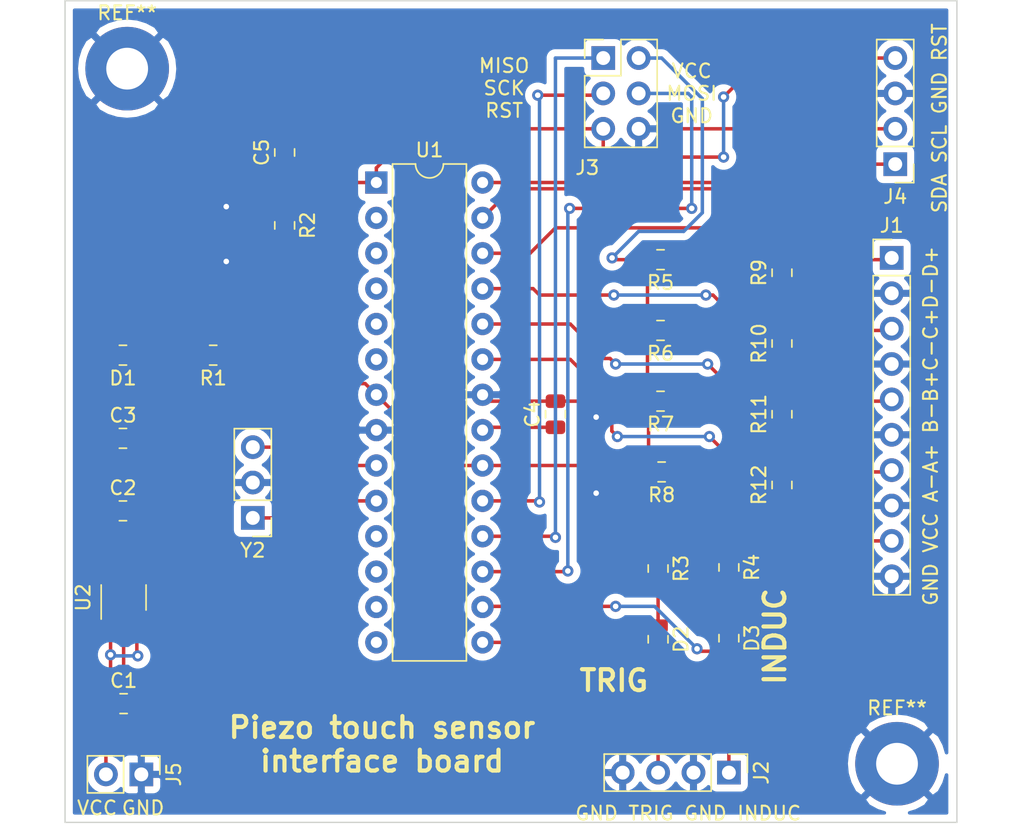
<source format=kicad_pcb>
(kicad_pcb (version 20171130) (host pcbnew "(5.1.2)-1")

  (general
    (thickness 1.6)
    (drawings 14)
    (tracks 263)
    (zones 0)
    (modules 30)
    (nets 32)
  )

  (page A4)
  (layers
    (0 F.Cu signal)
    (31 B.Cu signal)
    (32 B.Adhes user)
    (33 F.Adhes user)
    (34 B.Paste user)
    (35 F.Paste user)
    (36 B.SilkS user)
    (37 F.SilkS user)
    (38 B.Mask user)
    (39 F.Mask user)
    (40 Dwgs.User user)
    (41 Cmts.User user)
    (42 Eco1.User user)
    (43 Eco2.User user)
    (44 Edge.Cuts user)
    (45 Margin user)
    (46 B.CrtYd user)
    (47 F.CrtYd user)
    (48 B.Fab user)
    (49 F.Fab user)
  )

  (setup
    (last_trace_width 0.25)
    (trace_clearance 0.2)
    (zone_clearance 0.508)
    (zone_45_only no)
    (trace_min 0.2)
    (via_size 0.8)
    (via_drill 0.4)
    (via_min_size 0.4)
    (via_min_drill 0.3)
    (uvia_size 0.3)
    (uvia_drill 0.1)
    (uvias_allowed no)
    (uvia_min_size 0.2)
    (uvia_min_drill 0.1)
    (edge_width 0.05)
    (segment_width 0.2)
    (pcb_text_width 0.3)
    (pcb_text_size 1.5 1.5)
    (mod_edge_width 0.12)
    (mod_text_size 1 1)
    (mod_text_width 0.15)
    (pad_size 6 6)
    (pad_drill 3)
    (pad_to_mask_clearance 0.051)
    (solder_mask_min_width 0.25)
    (aux_axis_origin 0 0)
    (grid_origin 96 110)
    (visible_elements 7FFFFFFF)
    (pcbplotparams
      (layerselection 0x010fc_ffffffff)
      (usegerberextensions true)
      (usegerberattributes false)
      (usegerberadvancedattributes false)
      (creategerberjobfile false)
      (excludeedgelayer true)
      (linewidth 0.100000)
      (plotframeref false)
      (viasonmask false)
      (mode 1)
      (useauxorigin false)
      (hpglpennumber 1)
      (hpglpenspeed 20)
      (hpglpendiameter 15.000000)
      (psnegative false)
      (psa4output false)
      (plotreference true)
      (plotvalue true)
      (plotinvisibletext false)
      (padsonsilk false)
      (subtractmaskfromsilk false)
      (outputformat 1)
      (mirror false)
      (drillshape 0)
      (scaleselection 1)
      (outputdirectory "gerber/"))
  )

  (net 0 "")
  (net 1 GND)
  (net 2 "Net-(C1-Pad1)")
  (net 3 +5V)
  (net 4 "Net-(C4-Pad1)")
  (net 5 "Net-(C5-Pad1)")
  (net 6 "Net-(D1-Pad1)")
  (net 7 "Net-(D2-Pad2)")
  (net 8 "Net-(D2-Pad1)")
  (net 9 "Net-(D3-Pad2)")
  (net 10 "Net-(D3-Pad1)")
  (net 11 "Net-(J1-Pad7)")
  (net 12 "Net-(J1-Pad5)")
  (net 13 "Net-(J1-Pad3)")
  (net 14 "Net-(J1-Pad1)")
  (net 15 "Net-(J3-Pad4)")
  (net 16 "Net-(J3-Pad3)")
  (net 17 "Net-(J3-Pad1)")
  (net 18 "Net-(J4-Pad2)")
  (net 19 "Net-(J4-Pad1)")
  (net 20 "Net-(U1-Pad14)")
  (net 21 "Net-(U1-Pad13)")
  (net 22 "Net-(U1-Pad12)")
  (net 23 "Net-(U1-Pad11)")
  (net 24 "Net-(U1-Pad10)")
  (net 25 "Net-(U1-Pad9)")
  (net 26 "Net-(U1-Pad6)")
  (net 27 "Net-(U1-Pad5)")
  (net 28 "Net-(U1-Pad4)")
  (net 29 "Net-(U1-Pad3)")
  (net 30 "Net-(U1-Pad2)")
  (net 31 "Net-(U2-Pad4)")

  (net_class Default "Dies ist die voreingestellte Netzklasse."
    (clearance 0.2)
    (trace_width 0.25)
    (via_dia 0.8)
    (via_drill 0.4)
    (uvia_dia 0.3)
    (uvia_drill 0.1)
    (add_net +5V)
    (add_net GND)
    (add_net "Net-(C1-Pad1)")
    (add_net "Net-(C4-Pad1)")
    (add_net "Net-(C5-Pad1)")
    (add_net "Net-(D1-Pad1)")
    (add_net "Net-(D2-Pad1)")
    (add_net "Net-(D2-Pad2)")
    (add_net "Net-(D3-Pad1)")
    (add_net "Net-(D3-Pad2)")
    (add_net "Net-(J1-Pad1)")
    (add_net "Net-(J1-Pad3)")
    (add_net "Net-(J1-Pad5)")
    (add_net "Net-(J1-Pad7)")
    (add_net "Net-(J3-Pad1)")
    (add_net "Net-(J3-Pad3)")
    (add_net "Net-(J3-Pad4)")
    (add_net "Net-(J4-Pad1)")
    (add_net "Net-(J4-Pad2)")
    (add_net "Net-(U1-Pad10)")
    (add_net "Net-(U1-Pad11)")
    (add_net "Net-(U1-Pad12)")
    (add_net "Net-(U1-Pad13)")
    (add_net "Net-(U1-Pad14)")
    (add_net "Net-(U1-Pad2)")
    (add_net "Net-(U1-Pad3)")
    (add_net "Net-(U1-Pad4)")
    (add_net "Net-(U1-Pad5)")
    (add_net "Net-(U1-Pad6)")
    (add_net "Net-(U1-Pad9)")
    (add_net "Net-(U2-Pad4)")
  )

  (module MountingHole:MountingHole_3mm_Pad (layer F.Cu) (tedit 5D805B79) (tstamp 5D80E756)
    (at 100.457 55.88)
    (descr "Mounting Hole 3mm")
    (tags "mounting hole 3mm")
    (attr virtual)
    (fp_text reference REF** (at 0 -4) (layer F.SilkS)
      (effects (font (size 1 1) (thickness 0.15)))
    )
    (fp_text value MountingHole_3mm_Pad (at 0 4) (layer F.Fab)
      (effects (font (size 1 1) (thickness 0.15)))
    )
    (fp_text user %R (at 0.3 0) (layer F.Fab)
      (effects (font (size 1 1) (thickness 0.15)))
    )
    (fp_circle (center 0 0) (end 3 0) (layer Cmts.User) (width 0.15))
    (fp_circle (center 0 0) (end 3.25 0) (layer F.CrtYd) (width 0.05))
    (pad 1 thru_hole circle (at 0 0) (size 6 6) (drill 3) (layers *.Cu *.Mask)
      (net 1 GND))
  )

  (module MountingHole:MountingHole_3mm_Pad (layer F.Cu) (tedit 5D805B88) (tstamp 5D80E74D)
    (at 155.702 105.791)
    (descr "Mounting Hole 3mm")
    (tags "mounting hole 3mm")
    (attr virtual)
    (fp_text reference REF** (at 0 -4) (layer F.SilkS)
      (effects (font (size 1 1) (thickness 0.15)))
    )
    (fp_text value MountingHole_3mm_Pad (at 0 4) (layer F.Fab)
      (effects (font (size 1 1) (thickness 0.15)))
    )
    (fp_circle (center 0 0) (end 3.25 0) (layer F.CrtYd) (width 0.05))
    (fp_circle (center 0 0) (end 3 0) (layer Cmts.User) (width 0.15))
    (fp_text user %R (at 0.3 0) (layer F.Fab)
      (effects (font (size 1 1) (thickness 0.15)))
    )
    (pad 1 thru_hole circle (at 0 0) (size 6 6) (drill 3) (layers *.Cu *.Mask)
      (net 1 GND))
  )

  (module Capacitor_SMD:C_0805_2012Metric (layer F.Cu) (tedit 5B36C52B) (tstamp 5D805C2C)
    (at 111.76 61.8975 90)
    (descr "Capacitor SMD 0805 (2012 Metric), square (rectangular) end terminal, IPC_7351 nominal, (Body size source: https://docs.google.com/spreadsheets/d/1BsfQQcO9C6DZCsRaXUlFlo91Tg2WpOkGARC1WS5S8t0/edit?usp=sharing), generated with kicad-footprint-generator")
    (tags capacitor)
    (path /5CEC0BBD)
    (attr smd)
    (fp_text reference C5 (at 0 -1.65 90) (layer F.SilkS)
      (effects (font (size 1 1) (thickness 0.15)))
    )
    (fp_text value 0.1uF (at 0 1.65 90) (layer F.Fab)
      (effects (font (size 1 1) (thickness 0.15)))
    )
    (fp_text user %R (at 0 0 90) (layer F.Fab)
      (effects (font (size 0.5 0.5) (thickness 0.08)))
    )
    (fp_line (start 1.68 0.95) (end -1.68 0.95) (layer F.CrtYd) (width 0.05))
    (fp_line (start 1.68 -0.95) (end 1.68 0.95) (layer F.CrtYd) (width 0.05))
    (fp_line (start -1.68 -0.95) (end 1.68 -0.95) (layer F.CrtYd) (width 0.05))
    (fp_line (start -1.68 0.95) (end -1.68 -0.95) (layer F.CrtYd) (width 0.05))
    (fp_line (start -0.258578 0.71) (end 0.258578 0.71) (layer F.SilkS) (width 0.12))
    (fp_line (start -0.258578 -0.71) (end 0.258578 -0.71) (layer F.SilkS) (width 0.12))
    (fp_line (start 1 0.6) (end -1 0.6) (layer F.Fab) (width 0.1))
    (fp_line (start 1 -0.6) (end 1 0.6) (layer F.Fab) (width 0.1))
    (fp_line (start -1 -0.6) (end 1 -0.6) (layer F.Fab) (width 0.1))
    (fp_line (start -1 0.6) (end -1 -0.6) (layer F.Fab) (width 0.1))
    (pad 2 smd roundrect (at 0.9375 0 90) (size 0.975 1.4) (layers F.Cu F.Paste F.Mask) (roundrect_rratio 0.25)
      (net 1 GND))
    (pad 1 smd roundrect (at -0.9375 0 90) (size 0.975 1.4) (layers F.Cu F.Paste F.Mask) (roundrect_rratio 0.25)
      (net 5 "Net-(C5-Pad1)"))
    (model ${KISYS3DMOD}/Capacitor_SMD.3dshapes/C_0805_2012Metric.wrl
      (at (xyz 0 0 0))
      (scale (xyz 1 1 1))
      (rotate (xyz 0 0 0))
    )
  )

  (module Capacitor_SMD:C_0805_2012Metric (layer F.Cu) (tedit 5B36C52B) (tstamp 5D805B83)
    (at 131.191 80.6935 90)
    (descr "Capacitor SMD 0805 (2012 Metric), square (rectangular) end terminal, IPC_7351 nominal, (Body size source: https://docs.google.com/spreadsheets/d/1BsfQQcO9C6DZCsRaXUlFlo91Tg2WpOkGARC1WS5S8t0/edit?usp=sharing), generated with kicad-footprint-generator")
    (tags capacitor)
    (path /5CE5FEC5)
    (attr smd)
    (fp_text reference C4 (at 0 -1.65 90) (layer F.SilkS)
      (effects (font (size 1 1) (thickness 0.15)))
    )
    (fp_text value 0.1uF (at 0 1.65 90) (layer F.Fab)
      (effects (font (size 1 1) (thickness 0.15)))
    )
    (fp_text user %R (at 0 0 90) (layer F.Fab)
      (effects (font (size 0.5 0.5) (thickness 0.08)))
    )
    (fp_line (start 1.68 0.95) (end -1.68 0.95) (layer F.CrtYd) (width 0.05))
    (fp_line (start 1.68 -0.95) (end 1.68 0.95) (layer F.CrtYd) (width 0.05))
    (fp_line (start -1.68 -0.95) (end 1.68 -0.95) (layer F.CrtYd) (width 0.05))
    (fp_line (start -1.68 0.95) (end -1.68 -0.95) (layer F.CrtYd) (width 0.05))
    (fp_line (start -0.258578 0.71) (end 0.258578 0.71) (layer F.SilkS) (width 0.12))
    (fp_line (start -0.258578 -0.71) (end 0.258578 -0.71) (layer F.SilkS) (width 0.12))
    (fp_line (start 1 0.6) (end -1 0.6) (layer F.Fab) (width 0.1))
    (fp_line (start 1 -0.6) (end 1 0.6) (layer F.Fab) (width 0.1))
    (fp_line (start -1 -0.6) (end 1 -0.6) (layer F.Fab) (width 0.1))
    (fp_line (start -1 0.6) (end -1 -0.6) (layer F.Fab) (width 0.1))
    (pad 2 smd roundrect (at 0.9375 0 90) (size 0.975 1.4) (layers F.Cu F.Paste F.Mask) (roundrect_rratio 0.25)
      (net 1 GND))
    (pad 1 smd roundrect (at -0.9375 0 90) (size 0.975 1.4) (layers F.Cu F.Paste F.Mask) (roundrect_rratio 0.25)
      (net 4 "Net-(C4-Pad1)"))
    (model ${KISYS3DMOD}/Capacitor_SMD.3dshapes/C_0805_2012Metric.wrl
      (at (xyz 0 0 0))
      (scale (xyz 1 1 1))
      (rotate (xyz 0 0 0))
    )
  )

  (module Capacitor_SMD:C_0805_2012Metric (layer F.Cu) (tedit 5B36C52B) (tstamp 5D8086CA)
    (at 100.1545 82.423)
    (descr "Capacitor SMD 0805 (2012 Metric), square (rectangular) end terminal, IPC_7351 nominal, (Body size source: https://docs.google.com/spreadsheets/d/1BsfQQcO9C6DZCsRaXUlFlo91Tg2WpOkGARC1WS5S8t0/edit?usp=sharing), generated with kicad-footprint-generator")
    (tags capacitor)
    (path /5CE3CF64)
    (attr smd)
    (fp_text reference C3 (at 0 -1.65) (layer F.SilkS)
      (effects (font (size 1 1) (thickness 0.15)))
    )
    (fp_text value 0.1uF (at 0 1.65) (layer F.Fab)
      (effects (font (size 1 1) (thickness 0.15)))
    )
    (fp_text user %R (at 0 0) (layer F.Fab)
      (effects (font (size 0.5 0.5) (thickness 0.08)))
    )
    (fp_line (start 1.68 0.95) (end -1.68 0.95) (layer F.CrtYd) (width 0.05))
    (fp_line (start 1.68 -0.95) (end 1.68 0.95) (layer F.CrtYd) (width 0.05))
    (fp_line (start -1.68 -0.95) (end 1.68 -0.95) (layer F.CrtYd) (width 0.05))
    (fp_line (start -1.68 0.95) (end -1.68 -0.95) (layer F.CrtYd) (width 0.05))
    (fp_line (start -0.258578 0.71) (end 0.258578 0.71) (layer F.SilkS) (width 0.12))
    (fp_line (start -0.258578 -0.71) (end 0.258578 -0.71) (layer F.SilkS) (width 0.12))
    (fp_line (start 1 0.6) (end -1 0.6) (layer F.Fab) (width 0.1))
    (fp_line (start 1 -0.6) (end 1 0.6) (layer F.Fab) (width 0.1))
    (fp_line (start -1 -0.6) (end 1 -0.6) (layer F.Fab) (width 0.1))
    (fp_line (start -1 0.6) (end -1 -0.6) (layer F.Fab) (width 0.1))
    (pad 2 smd roundrect (at 0.9375 0) (size 0.975 1.4) (layers F.Cu F.Paste F.Mask) (roundrect_rratio 0.25)
      (net 1 GND))
    (pad 1 smd roundrect (at -0.9375 0) (size 0.975 1.4) (layers F.Cu F.Paste F.Mask) (roundrect_rratio 0.25)
      (net 3 +5V))
    (model ${KISYS3DMOD}/Capacitor_SMD.3dshapes/C_0805_2012Metric.wrl
      (at (xyz 0 0 0))
      (scale (xyz 1 1 1))
      (rotate (xyz 0 0 0))
    )
  )

  (module Capacitor_SMD:C_0805_2012Metric (layer F.Cu) (tedit 5B36C52B) (tstamp 5D8086FA)
    (at 100.1545 87.63)
    (descr "Capacitor SMD 0805 (2012 Metric), square (rectangular) end terminal, IPC_7351 nominal, (Body size source: https://docs.google.com/spreadsheets/d/1BsfQQcO9C6DZCsRaXUlFlo91Tg2WpOkGARC1WS5S8t0/edit?usp=sharing), generated with kicad-footprint-generator")
    (tags capacitor)
    (path /5CE3CA68)
    (attr smd)
    (fp_text reference C2 (at 0 -1.65) (layer F.SilkS)
      (effects (font (size 1 1) (thickness 0.15)))
    )
    (fp_text value 10uF (at 0 1.65) (layer F.Fab)
      (effects (font (size 1 1) (thickness 0.15)))
    )
    (fp_text user %R (at 0 0) (layer F.Fab)
      (effects (font (size 0.5 0.5) (thickness 0.08)))
    )
    (fp_line (start 1.68 0.95) (end -1.68 0.95) (layer F.CrtYd) (width 0.05))
    (fp_line (start 1.68 -0.95) (end 1.68 0.95) (layer F.CrtYd) (width 0.05))
    (fp_line (start -1.68 -0.95) (end 1.68 -0.95) (layer F.CrtYd) (width 0.05))
    (fp_line (start -1.68 0.95) (end -1.68 -0.95) (layer F.CrtYd) (width 0.05))
    (fp_line (start -0.258578 0.71) (end 0.258578 0.71) (layer F.SilkS) (width 0.12))
    (fp_line (start -0.258578 -0.71) (end 0.258578 -0.71) (layer F.SilkS) (width 0.12))
    (fp_line (start 1 0.6) (end -1 0.6) (layer F.Fab) (width 0.1))
    (fp_line (start 1 -0.6) (end 1 0.6) (layer F.Fab) (width 0.1))
    (fp_line (start -1 -0.6) (end 1 -0.6) (layer F.Fab) (width 0.1))
    (fp_line (start -1 0.6) (end -1 -0.6) (layer F.Fab) (width 0.1))
    (pad 2 smd roundrect (at 0.9375 0) (size 0.975 1.4) (layers F.Cu F.Paste F.Mask) (roundrect_rratio 0.25)
      (net 1 GND))
    (pad 1 smd roundrect (at -0.9375 0) (size 0.975 1.4) (layers F.Cu F.Paste F.Mask) (roundrect_rratio 0.25)
      (net 3 +5V))
    (model ${KISYS3DMOD}/Capacitor_SMD.3dshapes/C_0805_2012Metric.wrl
      (at (xyz 0 0 0))
      (scale (xyz 1 1 1))
      (rotate (xyz 0 0 0))
    )
  )

  (module Capacitor_SMD:C_0805_2012Metric (layer F.Cu) (tedit 5B36C52B) (tstamp 5D80869A)
    (at 100.203 101.473)
    (descr "Capacitor SMD 0805 (2012 Metric), square (rectangular) end terminal, IPC_7351 nominal, (Body size source: https://docs.google.com/spreadsheets/d/1BsfQQcO9C6DZCsRaXUlFlo91Tg2WpOkGARC1WS5S8t0/edit?usp=sharing), generated with kicad-footprint-generator")
    (tags capacitor)
    (path /5CE37970)
    (attr smd)
    (fp_text reference C1 (at 0 -1.65) (layer F.SilkS)
      (effects (font (size 1 1) (thickness 0.15)))
    )
    (fp_text value 10uF (at 0 1.65) (layer F.Fab)
      (effects (font (size 1 1) (thickness 0.15)))
    )
    (fp_text user %R (at 0 0) (layer F.Fab)
      (effects (font (size 0.5 0.5) (thickness 0.08)))
    )
    (fp_line (start 1.68 0.95) (end -1.68 0.95) (layer F.CrtYd) (width 0.05))
    (fp_line (start 1.68 -0.95) (end 1.68 0.95) (layer F.CrtYd) (width 0.05))
    (fp_line (start -1.68 -0.95) (end 1.68 -0.95) (layer F.CrtYd) (width 0.05))
    (fp_line (start -1.68 0.95) (end -1.68 -0.95) (layer F.CrtYd) (width 0.05))
    (fp_line (start -0.258578 0.71) (end 0.258578 0.71) (layer F.SilkS) (width 0.12))
    (fp_line (start -0.258578 -0.71) (end 0.258578 -0.71) (layer F.SilkS) (width 0.12))
    (fp_line (start 1 0.6) (end -1 0.6) (layer F.Fab) (width 0.1))
    (fp_line (start 1 -0.6) (end 1 0.6) (layer F.Fab) (width 0.1))
    (fp_line (start -1 -0.6) (end 1 -0.6) (layer F.Fab) (width 0.1))
    (fp_line (start -1 0.6) (end -1 -0.6) (layer F.Fab) (width 0.1))
    (pad 2 smd roundrect (at 0.9375 0) (size 0.975 1.4) (layers F.Cu F.Paste F.Mask) (roundrect_rratio 0.25)
      (net 1 GND))
    (pad 1 smd roundrect (at -0.9375 0) (size 0.975 1.4) (layers F.Cu F.Paste F.Mask) (roundrect_rratio 0.25)
      (net 2 "Net-(C1-Pad1)"))
    (model ${KISYS3DMOD}/Capacitor_SMD.3dshapes/C_0805_2012Metric.wrl
      (at (xyz 0 0 0))
      (scale (xyz 1 1 1))
      (rotate (xyz 0 0 0))
    )
  )

  (module Connector_PinHeader_2.54mm:PinHeader_1x03_P2.54mm_Vertical (layer F.Cu) (tedit 59FED5CC) (tstamp 5D80828E)
    (at 109.474 88.138 180)
    (descr "Through hole straight pin header, 1x03, 2.54mm pitch, single row")
    (tags "Through hole pin header THT 1x03 2.54mm single row")
    (path /5CE81269)
    (fp_text reference Y2 (at 0 -2.33) (layer F.SilkS)
      (effects (font (size 1 1) (thickness 0.15)))
    )
    (fp_text value 16/20MHz (at 0 7.41) (layer F.Fab)
      (effects (font (size 1 1) (thickness 0.15)))
    )
    (fp_text user %R (at 0 2.54 90) (layer F.Fab)
      (effects (font (size 1 1) (thickness 0.15)))
    )
    (fp_line (start 1.8 -1.8) (end -1.8 -1.8) (layer F.CrtYd) (width 0.05))
    (fp_line (start 1.8 6.85) (end 1.8 -1.8) (layer F.CrtYd) (width 0.05))
    (fp_line (start -1.8 6.85) (end 1.8 6.85) (layer F.CrtYd) (width 0.05))
    (fp_line (start -1.8 -1.8) (end -1.8 6.85) (layer F.CrtYd) (width 0.05))
    (fp_line (start -1.33 -1.33) (end 0 -1.33) (layer F.SilkS) (width 0.12))
    (fp_line (start -1.33 0) (end -1.33 -1.33) (layer F.SilkS) (width 0.12))
    (fp_line (start -1.33 1.27) (end 1.33 1.27) (layer F.SilkS) (width 0.12))
    (fp_line (start 1.33 1.27) (end 1.33 6.41) (layer F.SilkS) (width 0.12))
    (fp_line (start -1.33 1.27) (end -1.33 6.41) (layer F.SilkS) (width 0.12))
    (fp_line (start -1.33 6.41) (end 1.33 6.41) (layer F.SilkS) (width 0.12))
    (fp_line (start -1.27 -0.635) (end -0.635 -1.27) (layer F.Fab) (width 0.1))
    (fp_line (start -1.27 6.35) (end -1.27 -0.635) (layer F.Fab) (width 0.1))
    (fp_line (start 1.27 6.35) (end -1.27 6.35) (layer F.Fab) (width 0.1))
    (fp_line (start 1.27 -1.27) (end 1.27 6.35) (layer F.Fab) (width 0.1))
    (fp_line (start -0.635 -1.27) (end 1.27 -1.27) (layer F.Fab) (width 0.1))
    (pad 3 thru_hole oval (at 0 5.08 180) (size 1.7 1.7) (drill 1) (layers *.Cu *.Mask)
      (net 25 "Net-(U1-Pad9)"))
    (pad 2 thru_hole oval (at 0 2.54 180) (size 1.7 1.7) (drill 1) (layers *.Cu *.Mask)
      (net 1 GND))
    (pad 1 thru_hole rect (at 0 0 180) (size 1.7 1.7) (drill 1) (layers *.Cu *.Mask)
      (net 24 "Net-(U1-Pad10)"))
    (model ${KISYS3DMOD}/Connector_PinHeader_2.54mm.3dshapes/PinHeader_1x03_P2.54mm_Vertical.wrl
      (at (xyz 0 0 0))
      (scale (xyz 1 1 1))
      (rotate (xyz 0 0 0))
    )
  )

  (module Package_TO_SOT_SMD:SOT-23-5 (layer F.Cu) (tedit 5A02FF57) (tstamp 5D80872E)
    (at 100.203 93.853 90)
    (descr "5-pin SOT23 package")
    (tags SOT-23-5)
    (path /5CE20193)
    (attr smd)
    (fp_text reference U2 (at 0 -2.9 90) (layer F.SilkS)
      (effects (font (size 1 1) (thickness 0.15)))
    )
    (fp_text value MIC5205-5.0YM5 (at 0 2.9 90) (layer F.Fab)
      (effects (font (size 1 1) (thickness 0.15)))
    )
    (fp_line (start 0.9 -1.55) (end 0.9 1.55) (layer F.Fab) (width 0.1))
    (fp_line (start 0.9 1.55) (end -0.9 1.55) (layer F.Fab) (width 0.1))
    (fp_line (start -0.9 -0.9) (end -0.9 1.55) (layer F.Fab) (width 0.1))
    (fp_line (start 0.9 -1.55) (end -0.25 -1.55) (layer F.Fab) (width 0.1))
    (fp_line (start -0.9 -0.9) (end -0.25 -1.55) (layer F.Fab) (width 0.1))
    (fp_line (start -1.9 1.8) (end -1.9 -1.8) (layer F.CrtYd) (width 0.05))
    (fp_line (start 1.9 1.8) (end -1.9 1.8) (layer F.CrtYd) (width 0.05))
    (fp_line (start 1.9 -1.8) (end 1.9 1.8) (layer F.CrtYd) (width 0.05))
    (fp_line (start -1.9 -1.8) (end 1.9 -1.8) (layer F.CrtYd) (width 0.05))
    (fp_line (start 0.9 -1.61) (end -1.55 -1.61) (layer F.SilkS) (width 0.12))
    (fp_line (start -0.9 1.61) (end 0.9 1.61) (layer F.SilkS) (width 0.12))
    (fp_text user %R (at 0 0) (layer F.Fab)
      (effects (font (size 0.5 0.5) (thickness 0.075)))
    )
    (pad 5 smd rect (at 1.1 -0.95 90) (size 1.06 0.65) (layers F.Cu F.Paste F.Mask)
      (net 3 +5V))
    (pad 4 smd rect (at 1.1 0.95 90) (size 1.06 0.65) (layers F.Cu F.Paste F.Mask)
      (net 31 "Net-(U2-Pad4)"))
    (pad 3 smd rect (at -1.1 0.95 90) (size 1.06 0.65) (layers F.Cu F.Paste F.Mask)
      (net 2 "Net-(C1-Pad1)"))
    (pad 2 smd rect (at -1.1 0 90) (size 1.06 0.65) (layers F.Cu F.Paste F.Mask)
      (net 1 GND))
    (pad 1 smd rect (at -1.1 -0.95 90) (size 1.06 0.65) (layers F.Cu F.Paste F.Mask)
      (net 2 "Net-(C1-Pad1)"))
    (model ${KISYS3DMOD}/Package_TO_SOT_SMD.3dshapes/SOT-23-5.wrl
      (at (xyz 0 0 0))
      (scale (xyz 1 1 1))
      (rotate (xyz 0 0 0))
    )
  )

  (module Package_DIP:DIP-28_W7.62mm (layer F.Cu) (tedit 5A02E8C5) (tstamp 5D805DDB)
    (at 118.34 64.055)
    (descr "28-lead though-hole mounted DIP package, row spacing 7.62 mm (300 mils)")
    (tags "THT DIP DIL PDIP 2.54mm 7.62mm 300mil")
    (path /5CDDE5F5)
    (fp_text reference U1 (at 3.81 -2.33) (layer F.SilkS)
      (effects (font (size 1 1) (thickness 0.15)))
    )
    (fp_text value ATmega328P-PU (at 3.81 35.35) (layer F.Fab)
      (effects (font (size 1 1) (thickness 0.15)))
    )
    (fp_text user %R (at 3.81 16.51) (layer F.Fab)
      (effects (font (size 1 1) (thickness 0.15)))
    )
    (fp_line (start 8.7 -1.55) (end -1.1 -1.55) (layer F.CrtYd) (width 0.05))
    (fp_line (start 8.7 34.55) (end 8.7 -1.55) (layer F.CrtYd) (width 0.05))
    (fp_line (start -1.1 34.55) (end 8.7 34.55) (layer F.CrtYd) (width 0.05))
    (fp_line (start -1.1 -1.55) (end -1.1 34.55) (layer F.CrtYd) (width 0.05))
    (fp_line (start 6.46 -1.33) (end 4.81 -1.33) (layer F.SilkS) (width 0.12))
    (fp_line (start 6.46 34.35) (end 6.46 -1.33) (layer F.SilkS) (width 0.12))
    (fp_line (start 1.16 34.35) (end 6.46 34.35) (layer F.SilkS) (width 0.12))
    (fp_line (start 1.16 -1.33) (end 1.16 34.35) (layer F.SilkS) (width 0.12))
    (fp_line (start 2.81 -1.33) (end 1.16 -1.33) (layer F.SilkS) (width 0.12))
    (fp_line (start 0.635 -0.27) (end 1.635 -1.27) (layer F.Fab) (width 0.1))
    (fp_line (start 0.635 34.29) (end 0.635 -0.27) (layer F.Fab) (width 0.1))
    (fp_line (start 6.985 34.29) (end 0.635 34.29) (layer F.Fab) (width 0.1))
    (fp_line (start 6.985 -1.27) (end 6.985 34.29) (layer F.Fab) (width 0.1))
    (fp_line (start 1.635 -1.27) (end 6.985 -1.27) (layer F.Fab) (width 0.1))
    (fp_arc (start 3.81 -1.33) (end 2.81 -1.33) (angle -180) (layer F.SilkS) (width 0.12))
    (pad 28 thru_hole oval (at 7.62 0) (size 1.6 1.6) (drill 0.8) (layers *.Cu *.Mask)
      (net 18 "Net-(J4-Pad2)"))
    (pad 14 thru_hole oval (at 0 33.02) (size 1.6 1.6) (drill 0.8) (layers *.Cu *.Mask)
      (net 20 "Net-(U1-Pad14)"))
    (pad 27 thru_hole oval (at 7.62 2.54) (size 1.6 1.6) (drill 0.8) (layers *.Cu *.Mask)
      (net 19 "Net-(J4-Pad1)"))
    (pad 13 thru_hole oval (at 0 30.48) (size 1.6 1.6) (drill 0.8) (layers *.Cu *.Mask)
      (net 21 "Net-(U1-Pad13)"))
    (pad 26 thru_hole oval (at 7.62 5.08) (size 1.6 1.6) (drill 0.8) (layers *.Cu *.Mask)
      (net 14 "Net-(J1-Pad1)"))
    (pad 12 thru_hole oval (at 0 27.94) (size 1.6 1.6) (drill 0.8) (layers *.Cu *.Mask)
      (net 22 "Net-(U1-Pad12)"))
    (pad 25 thru_hole oval (at 7.62 7.62) (size 1.6 1.6) (drill 0.8) (layers *.Cu *.Mask)
      (net 13 "Net-(J1-Pad3)"))
    (pad 11 thru_hole oval (at 0 25.4) (size 1.6 1.6) (drill 0.8) (layers *.Cu *.Mask)
      (net 23 "Net-(U1-Pad11)"))
    (pad 24 thru_hole oval (at 7.62 10.16) (size 1.6 1.6) (drill 0.8) (layers *.Cu *.Mask)
      (net 12 "Net-(J1-Pad5)"))
    (pad 10 thru_hole oval (at 0 22.86) (size 1.6 1.6) (drill 0.8) (layers *.Cu *.Mask)
      (net 24 "Net-(U1-Pad10)"))
    (pad 23 thru_hole oval (at 7.62 12.7) (size 1.6 1.6) (drill 0.8) (layers *.Cu *.Mask)
      (net 11 "Net-(J1-Pad7)"))
    (pad 9 thru_hole oval (at 0 20.32) (size 1.6 1.6) (drill 0.8) (layers *.Cu *.Mask)
      (net 25 "Net-(U1-Pad9)"))
    (pad 22 thru_hole oval (at 7.62 15.24) (size 1.6 1.6) (drill 0.8) (layers *.Cu *.Mask)
      (net 1 GND))
    (pad 8 thru_hole oval (at 0 17.78) (size 1.6 1.6) (drill 0.8) (layers *.Cu *.Mask)
      (net 1 GND))
    (pad 21 thru_hole oval (at 7.62 17.78) (size 1.6 1.6) (drill 0.8) (layers *.Cu *.Mask)
      (net 4 "Net-(C4-Pad1)"))
    (pad 7 thru_hole oval (at 0 15.24) (size 1.6 1.6) (drill 0.8) (layers *.Cu *.Mask)
      (net 3 +5V))
    (pad 20 thru_hole oval (at 7.62 20.32) (size 1.6 1.6) (drill 0.8) (layers *.Cu *.Mask)
      (net 3 +5V))
    (pad 6 thru_hole oval (at 0 12.7) (size 1.6 1.6) (drill 0.8) (layers *.Cu *.Mask)
      (net 26 "Net-(U1-Pad6)"))
    (pad 19 thru_hole oval (at 7.62 22.86) (size 1.6 1.6) (drill 0.8) (layers *.Cu *.Mask)
      (net 16 "Net-(J3-Pad3)"))
    (pad 5 thru_hole oval (at 0 10.16) (size 1.6 1.6) (drill 0.8) (layers *.Cu *.Mask)
      (net 27 "Net-(U1-Pad5)"))
    (pad 18 thru_hole oval (at 7.62 25.4) (size 1.6 1.6) (drill 0.8) (layers *.Cu *.Mask)
      (net 17 "Net-(J3-Pad1)"))
    (pad 4 thru_hole oval (at 0 7.62) (size 1.6 1.6) (drill 0.8) (layers *.Cu *.Mask)
      (net 28 "Net-(U1-Pad4)"))
    (pad 17 thru_hole oval (at 7.62 27.94) (size 1.6 1.6) (drill 0.8) (layers *.Cu *.Mask)
      (net 15 "Net-(J3-Pad4)"))
    (pad 3 thru_hole oval (at 0 5.08) (size 1.6 1.6) (drill 0.8) (layers *.Cu *.Mask)
      (net 29 "Net-(U1-Pad3)"))
    (pad 16 thru_hole oval (at 7.62 30.48) (size 1.6 1.6) (drill 0.8) (layers *.Cu *.Mask)
      (net 9 "Net-(D3-Pad2)"))
    (pad 2 thru_hole oval (at 0 2.54) (size 1.6 1.6) (drill 0.8) (layers *.Cu *.Mask)
      (net 30 "Net-(U1-Pad2)"))
    (pad 15 thru_hole oval (at 7.62 33.02) (size 1.6 1.6) (drill 0.8) (layers *.Cu *.Mask)
      (net 7 "Net-(D2-Pad2)"))
    (pad 1 thru_hole rect (at 0 0) (size 1.6 1.6) (drill 0.8) (layers *.Cu *.Mask)
      (net 5 "Net-(C5-Pad1)"))
    (model ${KISYS3DMOD}/Package_DIP.3dshapes/DIP-28_W7.62mm.wrl
      (at (xyz 0 0 0))
      (scale (xyz 1 1 1))
      (rotate (xyz 0 0 0))
    )
  )

  (module Resistor_SMD:R_0805_2012Metric (layer F.Cu) (tedit 5B36C52B) (tstamp 5D805DAB)
    (at 147.447 85.7735 90)
    (descr "Resistor SMD 0805 (2012 Metric), square (rectangular) end terminal, IPC_7351 nominal, (Body size source: https://docs.google.com/spreadsheets/d/1BsfQQcO9C6DZCsRaXUlFlo91Tg2WpOkGARC1WS5S8t0/edit?usp=sharing), generated with kicad-footprint-generator")
    (tags resistor)
    (path /5D85CB2D)
    (attr smd)
    (fp_text reference R12 (at 0 -1.65 90) (layer F.SilkS)
      (effects (font (size 1 1) (thickness 0.15)))
    )
    (fp_text value 1M (at 0 1.65 90) (layer F.Fab)
      (effects (font (size 1 1) (thickness 0.15)))
    )
    (fp_text user %R (at 0 0 90) (layer F.Fab)
      (effects (font (size 0.5 0.5) (thickness 0.08)))
    )
    (fp_line (start 1.68 0.95) (end -1.68 0.95) (layer F.CrtYd) (width 0.05))
    (fp_line (start 1.68 -0.95) (end 1.68 0.95) (layer F.CrtYd) (width 0.05))
    (fp_line (start -1.68 -0.95) (end 1.68 -0.95) (layer F.CrtYd) (width 0.05))
    (fp_line (start -1.68 0.95) (end -1.68 -0.95) (layer F.CrtYd) (width 0.05))
    (fp_line (start -0.258578 0.71) (end 0.258578 0.71) (layer F.SilkS) (width 0.12))
    (fp_line (start -0.258578 -0.71) (end 0.258578 -0.71) (layer F.SilkS) (width 0.12))
    (fp_line (start 1 0.6) (end -1 0.6) (layer F.Fab) (width 0.1))
    (fp_line (start 1 -0.6) (end 1 0.6) (layer F.Fab) (width 0.1))
    (fp_line (start -1 -0.6) (end 1 -0.6) (layer F.Fab) (width 0.1))
    (fp_line (start -1 0.6) (end -1 -0.6) (layer F.Fab) (width 0.1))
    (pad 2 smd roundrect (at 0.9375 0 90) (size 0.975 1.4) (layers F.Cu F.Paste F.Mask) (roundrect_rratio 0.25)
      (net 11 "Net-(J1-Pad7)"))
    (pad 1 smd roundrect (at -0.9375 0 90) (size 0.975 1.4) (layers F.Cu F.Paste F.Mask) (roundrect_rratio 0.25)
      (net 1 GND))
    (model ${KISYS3DMOD}/Resistor_SMD.3dshapes/R_0805_2012Metric.wrl
      (at (xyz 0 0 0))
      (scale (xyz 1 1 1))
      (rotate (xyz 0 0 0))
    )
  )

  (module Resistor_SMD:R_0805_2012Metric (layer F.Cu) (tedit 5B36C52B) (tstamp 5D807AAA)
    (at 147.447 80.6935 90)
    (descr "Resistor SMD 0805 (2012 Metric), square (rectangular) end terminal, IPC_7351 nominal, (Body size source: https://docs.google.com/spreadsheets/d/1BsfQQcO9C6DZCsRaXUlFlo91Tg2WpOkGARC1WS5S8t0/edit?usp=sharing), generated with kicad-footprint-generator")
    (tags resistor)
    (path /5D85C75D)
    (attr smd)
    (fp_text reference R11 (at 0 -1.65 90) (layer F.SilkS)
      (effects (font (size 1 1) (thickness 0.15)))
    )
    (fp_text value 1M (at 0 1.65 90) (layer F.Fab)
      (effects (font (size 1 1) (thickness 0.15)))
    )
    (fp_text user %R (at 0 0 90) (layer F.Fab)
      (effects (font (size 0.5 0.5) (thickness 0.08)))
    )
    (fp_line (start 1.68 0.95) (end -1.68 0.95) (layer F.CrtYd) (width 0.05))
    (fp_line (start 1.68 -0.95) (end 1.68 0.95) (layer F.CrtYd) (width 0.05))
    (fp_line (start -1.68 -0.95) (end 1.68 -0.95) (layer F.CrtYd) (width 0.05))
    (fp_line (start -1.68 0.95) (end -1.68 -0.95) (layer F.CrtYd) (width 0.05))
    (fp_line (start -0.258578 0.71) (end 0.258578 0.71) (layer F.SilkS) (width 0.12))
    (fp_line (start -0.258578 -0.71) (end 0.258578 -0.71) (layer F.SilkS) (width 0.12))
    (fp_line (start 1 0.6) (end -1 0.6) (layer F.Fab) (width 0.1))
    (fp_line (start 1 -0.6) (end 1 0.6) (layer F.Fab) (width 0.1))
    (fp_line (start -1 -0.6) (end 1 -0.6) (layer F.Fab) (width 0.1))
    (fp_line (start -1 0.6) (end -1 -0.6) (layer F.Fab) (width 0.1))
    (pad 2 smd roundrect (at 0.9375 0 90) (size 0.975 1.4) (layers F.Cu F.Paste F.Mask) (roundrect_rratio 0.25)
      (net 12 "Net-(J1-Pad5)"))
    (pad 1 smd roundrect (at -0.9375 0 90) (size 0.975 1.4) (layers F.Cu F.Paste F.Mask) (roundrect_rratio 0.25)
      (net 1 GND))
    (model ${KISYS3DMOD}/Resistor_SMD.3dshapes/R_0805_2012Metric.wrl
      (at (xyz 0 0 0))
      (scale (xyz 1 1 1))
      (rotate (xyz 0 0 0))
    )
  )

  (module Resistor_SMD:R_0805_2012Metric (layer F.Cu) (tedit 5B36C52B) (tstamp 5D805D89)
    (at 147.447 75.6135 90)
    (descr "Resistor SMD 0805 (2012 Metric), square (rectangular) end terminal, IPC_7351 nominal, (Body size source: https://docs.google.com/spreadsheets/d/1BsfQQcO9C6DZCsRaXUlFlo91Tg2WpOkGARC1WS5S8t0/edit?usp=sharing), generated with kicad-footprint-generator")
    (tags resistor)
    (path /5D85BFB3)
    (attr smd)
    (fp_text reference R10 (at 0 -1.65 90) (layer F.SilkS)
      (effects (font (size 1 1) (thickness 0.15)))
    )
    (fp_text value 1M (at 0 1.65 90) (layer F.Fab)
      (effects (font (size 1 1) (thickness 0.15)))
    )
    (fp_text user %R (at 0 0 90) (layer F.Fab)
      (effects (font (size 0.5 0.5) (thickness 0.08)))
    )
    (fp_line (start 1.68 0.95) (end -1.68 0.95) (layer F.CrtYd) (width 0.05))
    (fp_line (start 1.68 -0.95) (end 1.68 0.95) (layer F.CrtYd) (width 0.05))
    (fp_line (start -1.68 -0.95) (end 1.68 -0.95) (layer F.CrtYd) (width 0.05))
    (fp_line (start -1.68 0.95) (end -1.68 -0.95) (layer F.CrtYd) (width 0.05))
    (fp_line (start -0.258578 0.71) (end 0.258578 0.71) (layer F.SilkS) (width 0.12))
    (fp_line (start -0.258578 -0.71) (end 0.258578 -0.71) (layer F.SilkS) (width 0.12))
    (fp_line (start 1 0.6) (end -1 0.6) (layer F.Fab) (width 0.1))
    (fp_line (start 1 -0.6) (end 1 0.6) (layer F.Fab) (width 0.1))
    (fp_line (start -1 -0.6) (end 1 -0.6) (layer F.Fab) (width 0.1))
    (fp_line (start -1 0.6) (end -1 -0.6) (layer F.Fab) (width 0.1))
    (pad 2 smd roundrect (at 0.9375 0 90) (size 0.975 1.4) (layers F.Cu F.Paste F.Mask) (roundrect_rratio 0.25)
      (net 13 "Net-(J1-Pad3)"))
    (pad 1 smd roundrect (at -0.9375 0 90) (size 0.975 1.4) (layers F.Cu F.Paste F.Mask) (roundrect_rratio 0.25)
      (net 1 GND))
    (model ${KISYS3DMOD}/Resistor_SMD.3dshapes/R_0805_2012Metric.wrl
      (at (xyz 0 0 0))
      (scale (xyz 1 1 1))
      (rotate (xyz 0 0 0))
    )
  )

  (module Resistor_SMD:R_0805_2012Metric (layer F.Cu) (tedit 5B36C52B) (tstamp 5D805D78)
    (at 147.447 70.5335 90)
    (descr "Resistor SMD 0805 (2012 Metric), square (rectangular) end terminal, IPC_7351 nominal, (Body size source: https://docs.google.com/spreadsheets/d/1BsfQQcO9C6DZCsRaXUlFlo91Tg2WpOkGARC1WS5S8t0/edit?usp=sharing), generated with kicad-footprint-generator")
    (tags resistor)
    (path /5D85B47A)
    (attr smd)
    (fp_text reference R9 (at 0 -1.65 90) (layer F.SilkS)
      (effects (font (size 1 1) (thickness 0.15)))
    )
    (fp_text value 1M (at 0 1.65 90) (layer F.Fab)
      (effects (font (size 1 1) (thickness 0.15)))
    )
    (fp_text user %R (at 0 0 90) (layer F.Fab)
      (effects (font (size 0.5 0.5) (thickness 0.08)))
    )
    (fp_line (start 1.68 0.95) (end -1.68 0.95) (layer F.CrtYd) (width 0.05))
    (fp_line (start 1.68 -0.95) (end 1.68 0.95) (layer F.CrtYd) (width 0.05))
    (fp_line (start -1.68 -0.95) (end 1.68 -0.95) (layer F.CrtYd) (width 0.05))
    (fp_line (start -1.68 0.95) (end -1.68 -0.95) (layer F.CrtYd) (width 0.05))
    (fp_line (start -0.258578 0.71) (end 0.258578 0.71) (layer F.SilkS) (width 0.12))
    (fp_line (start -0.258578 -0.71) (end 0.258578 -0.71) (layer F.SilkS) (width 0.12))
    (fp_line (start 1 0.6) (end -1 0.6) (layer F.Fab) (width 0.1))
    (fp_line (start 1 -0.6) (end 1 0.6) (layer F.Fab) (width 0.1))
    (fp_line (start -1 -0.6) (end 1 -0.6) (layer F.Fab) (width 0.1))
    (fp_line (start -1 0.6) (end -1 -0.6) (layer F.Fab) (width 0.1))
    (pad 2 smd roundrect (at 0.9375 0 90) (size 0.975 1.4) (layers F.Cu F.Paste F.Mask) (roundrect_rratio 0.25)
      (net 14 "Net-(J1-Pad1)"))
    (pad 1 smd roundrect (at -0.9375 0 90) (size 0.975 1.4) (layers F.Cu F.Paste F.Mask) (roundrect_rratio 0.25)
      (net 1 GND))
    (model ${KISYS3DMOD}/Resistor_SMD.3dshapes/R_0805_2012Metric.wrl
      (at (xyz 0 0 0))
      (scale (xyz 1 1 1))
      (rotate (xyz 0 0 0))
    )
  )

  (module Resistor_SMD:R_0805_2012Metric (layer F.Cu) (tedit 5B36C52B) (tstamp 5D805D67)
    (at 138.811 84.836 180)
    (descr "Resistor SMD 0805 (2012 Metric), square (rectangular) end terminal, IPC_7351 nominal, (Body size source: https://docs.google.com/spreadsheets/d/1BsfQQcO9C6DZCsRaXUlFlo91Tg2WpOkGARC1WS5S8t0/edit?usp=sharing), generated with kicad-footprint-generator")
    (tags resistor)
    (path /5D85D5BA)
    (attr smd)
    (fp_text reference R8 (at 0 -1.65) (layer F.SilkS)
      (effects (font (size 1 1) (thickness 0.15)))
    )
    (fp_text value 1M (at 0 1.65) (layer F.Fab)
      (effects (font (size 1 1) (thickness 0.15)))
    )
    (fp_text user %R (at 0 0) (layer F.Fab)
      (effects (font (size 0.5 0.5) (thickness 0.08)))
    )
    (fp_line (start 1.68 0.95) (end -1.68 0.95) (layer F.CrtYd) (width 0.05))
    (fp_line (start 1.68 -0.95) (end 1.68 0.95) (layer F.CrtYd) (width 0.05))
    (fp_line (start -1.68 -0.95) (end 1.68 -0.95) (layer F.CrtYd) (width 0.05))
    (fp_line (start -1.68 0.95) (end -1.68 -0.95) (layer F.CrtYd) (width 0.05))
    (fp_line (start -0.258578 0.71) (end 0.258578 0.71) (layer F.SilkS) (width 0.12))
    (fp_line (start -0.258578 -0.71) (end 0.258578 -0.71) (layer F.SilkS) (width 0.12))
    (fp_line (start 1 0.6) (end -1 0.6) (layer F.Fab) (width 0.1))
    (fp_line (start 1 -0.6) (end 1 0.6) (layer F.Fab) (width 0.1))
    (fp_line (start -1 -0.6) (end 1 -0.6) (layer F.Fab) (width 0.1))
    (fp_line (start -1 0.6) (end -1 -0.6) (layer F.Fab) (width 0.1))
    (pad 2 smd roundrect (at 0.9375 0 180) (size 0.975 1.4) (layers F.Cu F.Paste F.Mask) (roundrect_rratio 0.25)
      (net 3 +5V))
    (pad 1 smd roundrect (at -0.9375 0 180) (size 0.975 1.4) (layers F.Cu F.Paste F.Mask) (roundrect_rratio 0.25)
      (net 11 "Net-(J1-Pad7)"))
    (model ${KISYS3DMOD}/Resistor_SMD.3dshapes/R_0805_2012Metric.wrl
      (at (xyz 0 0 0))
      (scale (xyz 1 1 1))
      (rotate (xyz 0 0 0))
    )
  )

  (module Resistor_SMD:R_0805_2012Metric (layer F.Cu) (tedit 5B36C52B) (tstamp 5D805D56)
    (at 138.7325 79.756 180)
    (descr "Resistor SMD 0805 (2012 Metric), square (rectangular) end terminal, IPC_7351 nominal, (Body size source: https://docs.google.com/spreadsheets/d/1BsfQQcO9C6DZCsRaXUlFlo91Tg2WpOkGARC1WS5S8t0/edit?usp=sharing), generated with kicad-footprint-generator")
    (tags resistor)
    (path /5D85D174)
    (attr smd)
    (fp_text reference R7 (at 0 -1.65) (layer F.SilkS)
      (effects (font (size 1 1) (thickness 0.15)))
    )
    (fp_text value 1M (at 0 1.65) (layer F.Fab)
      (effects (font (size 1 1) (thickness 0.15)))
    )
    (fp_text user %R (at 0 0) (layer F.Fab)
      (effects (font (size 0.5 0.5) (thickness 0.08)))
    )
    (fp_line (start 1.68 0.95) (end -1.68 0.95) (layer F.CrtYd) (width 0.05))
    (fp_line (start 1.68 -0.95) (end 1.68 0.95) (layer F.CrtYd) (width 0.05))
    (fp_line (start -1.68 -0.95) (end 1.68 -0.95) (layer F.CrtYd) (width 0.05))
    (fp_line (start -1.68 0.95) (end -1.68 -0.95) (layer F.CrtYd) (width 0.05))
    (fp_line (start -0.258578 0.71) (end 0.258578 0.71) (layer F.SilkS) (width 0.12))
    (fp_line (start -0.258578 -0.71) (end 0.258578 -0.71) (layer F.SilkS) (width 0.12))
    (fp_line (start 1 0.6) (end -1 0.6) (layer F.Fab) (width 0.1))
    (fp_line (start 1 -0.6) (end 1 0.6) (layer F.Fab) (width 0.1))
    (fp_line (start -1 -0.6) (end 1 -0.6) (layer F.Fab) (width 0.1))
    (fp_line (start -1 0.6) (end -1 -0.6) (layer F.Fab) (width 0.1))
    (pad 2 smd roundrect (at 0.9375 0 180) (size 0.975 1.4) (layers F.Cu F.Paste F.Mask) (roundrect_rratio 0.25)
      (net 3 +5V))
    (pad 1 smd roundrect (at -0.9375 0 180) (size 0.975 1.4) (layers F.Cu F.Paste F.Mask) (roundrect_rratio 0.25)
      (net 12 "Net-(J1-Pad5)"))
    (model ${KISYS3DMOD}/Resistor_SMD.3dshapes/R_0805_2012Metric.wrl
      (at (xyz 0 0 0))
      (scale (xyz 1 1 1))
      (rotate (xyz 0 0 0))
    )
  )

  (module Resistor_SMD:R_0805_2012Metric (layer F.Cu) (tedit 5B36C52B) (tstamp 5D805D45)
    (at 138.7325 74.676 180)
    (descr "Resistor SMD 0805 (2012 Metric), square (rectangular) end terminal, IPC_7351 nominal, (Body size source: https://docs.google.com/spreadsheets/d/1BsfQQcO9C6DZCsRaXUlFlo91Tg2WpOkGARC1WS5S8t0/edit?usp=sharing), generated with kicad-footprint-generator")
    (tags resistor)
    (path /5D85CD92)
    (attr smd)
    (fp_text reference R6 (at 0 -1.65) (layer F.SilkS)
      (effects (font (size 1 1) (thickness 0.15)))
    )
    (fp_text value 1M (at 0 1.65) (layer F.Fab)
      (effects (font (size 1 1) (thickness 0.15)))
    )
    (fp_text user %R (at 0 0) (layer F.Fab)
      (effects (font (size 0.5 0.5) (thickness 0.08)))
    )
    (fp_line (start 1.68 0.95) (end -1.68 0.95) (layer F.CrtYd) (width 0.05))
    (fp_line (start 1.68 -0.95) (end 1.68 0.95) (layer F.CrtYd) (width 0.05))
    (fp_line (start -1.68 -0.95) (end 1.68 -0.95) (layer F.CrtYd) (width 0.05))
    (fp_line (start -1.68 0.95) (end -1.68 -0.95) (layer F.CrtYd) (width 0.05))
    (fp_line (start -0.258578 0.71) (end 0.258578 0.71) (layer F.SilkS) (width 0.12))
    (fp_line (start -0.258578 -0.71) (end 0.258578 -0.71) (layer F.SilkS) (width 0.12))
    (fp_line (start 1 0.6) (end -1 0.6) (layer F.Fab) (width 0.1))
    (fp_line (start 1 -0.6) (end 1 0.6) (layer F.Fab) (width 0.1))
    (fp_line (start -1 -0.6) (end 1 -0.6) (layer F.Fab) (width 0.1))
    (fp_line (start -1 0.6) (end -1 -0.6) (layer F.Fab) (width 0.1))
    (pad 2 smd roundrect (at 0.9375 0 180) (size 0.975 1.4) (layers F.Cu F.Paste F.Mask) (roundrect_rratio 0.25)
      (net 3 +5V))
    (pad 1 smd roundrect (at -0.9375 0 180) (size 0.975 1.4) (layers F.Cu F.Paste F.Mask) (roundrect_rratio 0.25)
      (net 13 "Net-(J1-Pad3)"))
    (model ${KISYS3DMOD}/Resistor_SMD.3dshapes/R_0805_2012Metric.wrl
      (at (xyz 0 0 0))
      (scale (xyz 1 1 1))
      (rotate (xyz 0 0 0))
    )
  )

  (module Resistor_SMD:R_0805_2012Metric (layer F.Cu) (tedit 5B36C52B) (tstamp 5D805D34)
    (at 138.7325 69.596 180)
    (descr "Resistor SMD 0805 (2012 Metric), square (rectangular) end terminal, IPC_7351 nominal, (Body size source: https://docs.google.com/spreadsheets/d/1BsfQQcO9C6DZCsRaXUlFlo91Tg2WpOkGARC1WS5S8t0/edit?usp=sharing), generated with kicad-footprint-generator")
    (tags resistor)
    (path /5D85BC4A)
    (attr smd)
    (fp_text reference R5 (at 0 -1.65) (layer F.SilkS)
      (effects (font (size 1 1) (thickness 0.15)))
    )
    (fp_text value 1M (at 0 1.65) (layer F.Fab)
      (effects (font (size 1 1) (thickness 0.15)))
    )
    (fp_text user %R (at 0 0) (layer F.Fab)
      (effects (font (size 0.5 0.5) (thickness 0.08)))
    )
    (fp_line (start 1.68 0.95) (end -1.68 0.95) (layer F.CrtYd) (width 0.05))
    (fp_line (start 1.68 -0.95) (end 1.68 0.95) (layer F.CrtYd) (width 0.05))
    (fp_line (start -1.68 -0.95) (end 1.68 -0.95) (layer F.CrtYd) (width 0.05))
    (fp_line (start -1.68 0.95) (end -1.68 -0.95) (layer F.CrtYd) (width 0.05))
    (fp_line (start -0.258578 0.71) (end 0.258578 0.71) (layer F.SilkS) (width 0.12))
    (fp_line (start -0.258578 -0.71) (end 0.258578 -0.71) (layer F.SilkS) (width 0.12))
    (fp_line (start 1 0.6) (end -1 0.6) (layer F.Fab) (width 0.1))
    (fp_line (start 1 -0.6) (end 1 0.6) (layer F.Fab) (width 0.1))
    (fp_line (start -1 -0.6) (end 1 -0.6) (layer F.Fab) (width 0.1))
    (fp_line (start -1 0.6) (end -1 -0.6) (layer F.Fab) (width 0.1))
    (pad 2 smd roundrect (at 0.9375 0 180) (size 0.975 1.4) (layers F.Cu F.Paste F.Mask) (roundrect_rratio 0.25)
      (net 3 +5V))
    (pad 1 smd roundrect (at -0.9375 0 180) (size 0.975 1.4) (layers F.Cu F.Paste F.Mask) (roundrect_rratio 0.25)
      (net 14 "Net-(J1-Pad1)"))
    (model ${KISYS3DMOD}/Resistor_SMD.3dshapes/R_0805_2012Metric.wrl
      (at (xyz 0 0 0))
      (scale (xyz 1 1 1))
      (rotate (xyz 0 0 0))
    )
  )

  (module Resistor_SMD:R_0805_2012Metric (layer F.Cu) (tedit 5B36C52B) (tstamp 5D805D23)
    (at 143.637 91.694 270)
    (descr "Resistor SMD 0805 (2012 Metric), square (rectangular) end terminal, IPC_7351 nominal, (Body size source: https://docs.google.com/spreadsheets/d/1BsfQQcO9C6DZCsRaXUlFlo91Tg2WpOkGARC1WS5S8t0/edit?usp=sharing), generated with kicad-footprint-generator")
    (tags resistor)
    (path /5D8B76F2)
    (attr smd)
    (fp_text reference R4 (at 0 -1.65 90) (layer F.SilkS)
      (effects (font (size 1 1) (thickness 0.15)))
    )
    (fp_text value 10k (at 0 1.65 90) (layer F.Fab)
      (effects (font (size 1 1) (thickness 0.15)))
    )
    (fp_text user %R (at 0 0 90) (layer F.Fab)
      (effects (font (size 0.5 0.5) (thickness 0.08)))
    )
    (fp_line (start 1.68 0.95) (end -1.68 0.95) (layer F.CrtYd) (width 0.05))
    (fp_line (start 1.68 -0.95) (end 1.68 0.95) (layer F.CrtYd) (width 0.05))
    (fp_line (start -1.68 -0.95) (end 1.68 -0.95) (layer F.CrtYd) (width 0.05))
    (fp_line (start -1.68 0.95) (end -1.68 -0.95) (layer F.CrtYd) (width 0.05))
    (fp_line (start -0.258578 0.71) (end 0.258578 0.71) (layer F.SilkS) (width 0.12))
    (fp_line (start -0.258578 -0.71) (end 0.258578 -0.71) (layer F.SilkS) (width 0.12))
    (fp_line (start 1 0.6) (end -1 0.6) (layer F.Fab) (width 0.1))
    (fp_line (start 1 -0.6) (end 1 0.6) (layer F.Fab) (width 0.1))
    (fp_line (start -1 -0.6) (end 1 -0.6) (layer F.Fab) (width 0.1))
    (fp_line (start -1 0.6) (end -1 -0.6) (layer F.Fab) (width 0.1))
    (pad 2 smd roundrect (at 0.9375 0 270) (size 0.975 1.4) (layers F.Cu F.Paste F.Mask) (roundrect_rratio 0.25)
      (net 10 "Net-(D3-Pad1)"))
    (pad 1 smd roundrect (at -0.9375 0 270) (size 0.975 1.4) (layers F.Cu F.Paste F.Mask) (roundrect_rratio 0.25)
      (net 1 GND))
    (model ${KISYS3DMOD}/Resistor_SMD.3dshapes/R_0805_2012Metric.wrl
      (at (xyz 0 0 0))
      (scale (xyz 1 1 1))
      (rotate (xyz 0 0 0))
    )
  )

  (module Resistor_SMD:R_0805_2012Metric (layer F.Cu) (tedit 5B36C52B) (tstamp 5D805D12)
    (at 138.557 91.7725 270)
    (descr "Resistor SMD 0805 (2012 Metric), square (rectangular) end terminal, IPC_7351 nominal, (Body size source: https://docs.google.com/spreadsheets/d/1BsfQQcO9C6DZCsRaXUlFlo91Tg2WpOkGARC1WS5S8t0/edit?usp=sharing), generated with kicad-footprint-generator")
    (tags resistor)
    (path /5D8C7E10)
    (attr smd)
    (fp_text reference R3 (at 0 -1.65 90) (layer F.SilkS)
      (effects (font (size 1 1) (thickness 0.15)))
    )
    (fp_text value 10k (at 0 1.65 90) (layer F.Fab)
      (effects (font (size 1 1) (thickness 0.15)))
    )
    (fp_text user %R (at 0 0 90) (layer F.Fab)
      (effects (font (size 0.5 0.5) (thickness 0.08)))
    )
    (fp_line (start 1.68 0.95) (end -1.68 0.95) (layer F.CrtYd) (width 0.05))
    (fp_line (start 1.68 -0.95) (end 1.68 0.95) (layer F.CrtYd) (width 0.05))
    (fp_line (start -1.68 -0.95) (end 1.68 -0.95) (layer F.CrtYd) (width 0.05))
    (fp_line (start -1.68 0.95) (end -1.68 -0.95) (layer F.CrtYd) (width 0.05))
    (fp_line (start -0.258578 0.71) (end 0.258578 0.71) (layer F.SilkS) (width 0.12))
    (fp_line (start -0.258578 -0.71) (end 0.258578 -0.71) (layer F.SilkS) (width 0.12))
    (fp_line (start 1 0.6) (end -1 0.6) (layer F.Fab) (width 0.1))
    (fp_line (start 1 -0.6) (end 1 0.6) (layer F.Fab) (width 0.1))
    (fp_line (start -1 -0.6) (end 1 -0.6) (layer F.Fab) (width 0.1))
    (fp_line (start -1 0.6) (end -1 -0.6) (layer F.Fab) (width 0.1))
    (pad 2 smd roundrect (at 0.9375 0 270) (size 0.975 1.4) (layers F.Cu F.Paste F.Mask) (roundrect_rratio 0.25)
      (net 8 "Net-(D2-Pad1)"))
    (pad 1 smd roundrect (at -0.9375 0 270) (size 0.975 1.4) (layers F.Cu F.Paste F.Mask) (roundrect_rratio 0.25)
      (net 1 GND))
    (model ${KISYS3DMOD}/Resistor_SMD.3dshapes/R_0805_2012Metric.wrl
      (at (xyz 0 0 0))
      (scale (xyz 1 1 1))
      (rotate (xyz 0 0 0))
    )
  )

  (module Resistor_SMD:R_0805_2012Metric (layer F.Cu) (tedit 5B36C52B) (tstamp 5D807904)
    (at 111.76 67.1345 270)
    (descr "Resistor SMD 0805 (2012 Metric), square (rectangular) end terminal, IPC_7351 nominal, (Body size source: https://docs.google.com/spreadsheets/d/1BsfQQcO9C6DZCsRaXUlFlo91Tg2WpOkGARC1WS5S8t0/edit?usp=sharing), generated with kicad-footprint-generator")
    (tags resistor)
    (path /5CE95E72)
    (attr smd)
    (fp_text reference R2 (at 0 -1.65 90) (layer F.SilkS)
      (effects (font (size 1 1) (thickness 0.15)))
    )
    (fp_text value 10k (at 0 1.65 90) (layer F.Fab)
      (effects (font (size 1 1) (thickness 0.15)))
    )
    (fp_text user %R (at 0 0 90) (layer F.Fab)
      (effects (font (size 0.5 0.5) (thickness 0.08)))
    )
    (fp_line (start 1.68 0.95) (end -1.68 0.95) (layer F.CrtYd) (width 0.05))
    (fp_line (start 1.68 -0.95) (end 1.68 0.95) (layer F.CrtYd) (width 0.05))
    (fp_line (start -1.68 -0.95) (end 1.68 -0.95) (layer F.CrtYd) (width 0.05))
    (fp_line (start -1.68 0.95) (end -1.68 -0.95) (layer F.CrtYd) (width 0.05))
    (fp_line (start -0.258578 0.71) (end 0.258578 0.71) (layer F.SilkS) (width 0.12))
    (fp_line (start -0.258578 -0.71) (end 0.258578 -0.71) (layer F.SilkS) (width 0.12))
    (fp_line (start 1 0.6) (end -1 0.6) (layer F.Fab) (width 0.1))
    (fp_line (start 1 -0.6) (end 1 0.6) (layer F.Fab) (width 0.1))
    (fp_line (start -1 -0.6) (end 1 -0.6) (layer F.Fab) (width 0.1))
    (fp_line (start -1 0.6) (end -1 -0.6) (layer F.Fab) (width 0.1))
    (pad 2 smd roundrect (at 0.9375 0 270) (size 0.975 1.4) (layers F.Cu F.Paste F.Mask) (roundrect_rratio 0.25)
      (net 3 +5V))
    (pad 1 smd roundrect (at -0.9375 0 270) (size 0.975 1.4) (layers F.Cu F.Paste F.Mask) (roundrect_rratio 0.25)
      (net 5 "Net-(C5-Pad1)"))
    (model ${KISYS3DMOD}/Resistor_SMD.3dshapes/R_0805_2012Metric.wrl
      (at (xyz 0 0 0))
      (scale (xyz 1 1 1))
      (rotate (xyz 0 0 0))
    )
  )

  (module Resistor_SMD:R_0805_2012Metric (layer F.Cu) (tedit 5B36C52B) (tstamp 5D808766)
    (at 106.6315 76.454 180)
    (descr "Resistor SMD 0805 (2012 Metric), square (rectangular) end terminal, IPC_7351 nominal, (Body size source: https://docs.google.com/spreadsheets/d/1BsfQQcO9C6DZCsRaXUlFlo91Tg2WpOkGARC1WS5S8t0/edit?usp=sharing), generated with kicad-footprint-generator")
    (tags resistor)
    (path /5CECAAA3)
    (attr smd)
    (fp_text reference R1 (at 0 -1.65) (layer F.SilkS)
      (effects (font (size 1 1) (thickness 0.15)))
    )
    (fp_text value 10k (at 0 1.65) (layer F.Fab)
      (effects (font (size 1 1) (thickness 0.15)))
    )
    (fp_text user %R (at 0 0) (layer F.Fab)
      (effects (font (size 0.5 0.5) (thickness 0.08)))
    )
    (fp_line (start 1.68 0.95) (end -1.68 0.95) (layer F.CrtYd) (width 0.05))
    (fp_line (start 1.68 -0.95) (end 1.68 0.95) (layer F.CrtYd) (width 0.05))
    (fp_line (start -1.68 -0.95) (end 1.68 -0.95) (layer F.CrtYd) (width 0.05))
    (fp_line (start -1.68 0.95) (end -1.68 -0.95) (layer F.CrtYd) (width 0.05))
    (fp_line (start -0.258578 0.71) (end 0.258578 0.71) (layer F.SilkS) (width 0.12))
    (fp_line (start -0.258578 -0.71) (end 0.258578 -0.71) (layer F.SilkS) (width 0.12))
    (fp_line (start 1 0.6) (end -1 0.6) (layer F.Fab) (width 0.1))
    (fp_line (start 1 -0.6) (end 1 0.6) (layer F.Fab) (width 0.1))
    (fp_line (start -1 -0.6) (end 1 -0.6) (layer F.Fab) (width 0.1))
    (fp_line (start -1 0.6) (end -1 -0.6) (layer F.Fab) (width 0.1))
    (pad 2 smd roundrect (at 0.9375 0 180) (size 0.975 1.4) (layers F.Cu F.Paste F.Mask) (roundrect_rratio 0.25)
      (net 6 "Net-(D1-Pad1)"))
    (pad 1 smd roundrect (at -0.9375 0 180) (size 0.975 1.4) (layers F.Cu F.Paste F.Mask) (roundrect_rratio 0.25)
      (net 1 GND))
    (model ${KISYS3DMOD}/Resistor_SMD.3dshapes/R_0805_2012Metric.wrl
      (at (xyz 0 0 0))
      (scale (xyz 1 1 1))
      (rotate (xyz 0 0 0))
    )
  )

  (module Connector_PinHeader_2.54mm:PinHeader_1x02_P2.54mm_Vertical (layer F.Cu) (tedit 59FED5CC) (tstamp 5D80879B)
    (at 101.473 106.553 270)
    (descr "Through hole straight pin header, 1x02, 2.54mm pitch, single row")
    (tags "Through hole pin header THT 1x02 2.54mm single row")
    (path /5CE22690)
    (fp_text reference J5 (at 0 -2.33 90) (layer F.SilkS)
      (effects (font (size 1 1) (thickness 0.15)))
    )
    (fp_text value PSU (at -3.81 -1.905 90) (layer F.Fab)
      (effects (font (size 1 1) (thickness 0.15)))
    )
    (fp_text user %R (at 0 1.27) (layer F.Fab)
      (effects (font (size 1 1) (thickness 0.15)))
    )
    (fp_line (start 1.8 -1.8) (end -1.8 -1.8) (layer F.CrtYd) (width 0.05))
    (fp_line (start 1.8 4.35) (end 1.8 -1.8) (layer F.CrtYd) (width 0.05))
    (fp_line (start -1.8 4.35) (end 1.8 4.35) (layer F.CrtYd) (width 0.05))
    (fp_line (start -1.8 -1.8) (end -1.8 4.35) (layer F.CrtYd) (width 0.05))
    (fp_line (start -1.33 -1.33) (end 0 -1.33) (layer F.SilkS) (width 0.12))
    (fp_line (start -1.33 0) (end -1.33 -1.33) (layer F.SilkS) (width 0.12))
    (fp_line (start -1.33 1.27) (end 1.33 1.27) (layer F.SilkS) (width 0.12))
    (fp_line (start 1.33 1.27) (end 1.33 3.87) (layer F.SilkS) (width 0.12))
    (fp_line (start -1.33 1.27) (end -1.33 3.87) (layer F.SilkS) (width 0.12))
    (fp_line (start -1.33 3.87) (end 1.33 3.87) (layer F.SilkS) (width 0.12))
    (fp_line (start -1.27 -0.635) (end -0.635 -1.27) (layer F.Fab) (width 0.1))
    (fp_line (start -1.27 3.81) (end -1.27 -0.635) (layer F.Fab) (width 0.1))
    (fp_line (start 1.27 3.81) (end -1.27 3.81) (layer F.Fab) (width 0.1))
    (fp_line (start 1.27 -1.27) (end 1.27 3.81) (layer F.Fab) (width 0.1))
    (fp_line (start -0.635 -1.27) (end 1.27 -1.27) (layer F.Fab) (width 0.1))
    (pad 2 thru_hole oval (at 0 2.54 270) (size 1.7 1.7) (drill 1) (layers *.Cu *.Mask)
      (net 2 "Net-(C1-Pad1)"))
    (pad 1 thru_hole rect (at 0 0 270) (size 1.7 1.7) (drill 1) (layers *.Cu *.Mask)
      (net 1 GND))
    (model ${KISYS3DMOD}/Connector_PinHeader_2.54mm.3dshapes/PinHeader_1x02_P2.54mm_Vertical.wrl
      (at (xyz 0 0 0))
      (scale (xyz 1 1 1))
      (rotate (xyz 0 0 0))
    )
  )

  (module Connector_PinHeader_2.54mm:PinHeader_1x04_P2.54mm_Vertical (layer F.Cu) (tedit 59FED5CC) (tstamp 5D805CC9)
    (at 155.575 62.738 180)
    (descr "Through hole straight pin header, 1x04, 2.54mm pitch, single row")
    (tags "Through hole pin header THT 1x04 2.54mm single row")
    (path /5CEA41F7)
    (fp_text reference J4 (at 0 -2.33) (layer F.SilkS)
      (effects (font (size 1 1) (thickness 0.15)))
    )
    (fp_text value I2C (at 3.302 6.477) (layer F.Fab)
      (effects (font (size 1 1) (thickness 0.15)))
    )
    (fp_text user %R (at 0 3.81 90) (layer F.Fab)
      (effects (font (size 1 1) (thickness 0.15)))
    )
    (fp_line (start 1.8 -1.8) (end -1.8 -1.8) (layer F.CrtYd) (width 0.05))
    (fp_line (start 1.8 9.4) (end 1.8 -1.8) (layer F.CrtYd) (width 0.05))
    (fp_line (start -1.8 9.4) (end 1.8 9.4) (layer F.CrtYd) (width 0.05))
    (fp_line (start -1.8 -1.8) (end -1.8 9.4) (layer F.CrtYd) (width 0.05))
    (fp_line (start -1.33 -1.33) (end 0 -1.33) (layer F.SilkS) (width 0.12))
    (fp_line (start -1.33 0) (end -1.33 -1.33) (layer F.SilkS) (width 0.12))
    (fp_line (start -1.33 1.27) (end 1.33 1.27) (layer F.SilkS) (width 0.12))
    (fp_line (start 1.33 1.27) (end 1.33 8.95) (layer F.SilkS) (width 0.12))
    (fp_line (start -1.33 1.27) (end -1.33 8.95) (layer F.SilkS) (width 0.12))
    (fp_line (start -1.33 8.95) (end 1.33 8.95) (layer F.SilkS) (width 0.12))
    (fp_line (start -1.27 -0.635) (end -0.635 -1.27) (layer F.Fab) (width 0.1))
    (fp_line (start -1.27 8.89) (end -1.27 -0.635) (layer F.Fab) (width 0.1))
    (fp_line (start 1.27 8.89) (end -1.27 8.89) (layer F.Fab) (width 0.1))
    (fp_line (start 1.27 -1.27) (end 1.27 8.89) (layer F.Fab) (width 0.1))
    (fp_line (start -0.635 -1.27) (end 1.27 -1.27) (layer F.Fab) (width 0.1))
    (pad 4 thru_hole oval (at 0 7.62 180) (size 1.7 1.7) (drill 1) (layers *.Cu *.Mask)
      (net 5 "Net-(C5-Pad1)"))
    (pad 3 thru_hole oval (at 0 5.08 180) (size 1.7 1.7) (drill 1) (layers *.Cu *.Mask)
      (net 1 GND))
    (pad 2 thru_hole oval (at 0 2.54 180) (size 1.7 1.7) (drill 1) (layers *.Cu *.Mask)
      (net 18 "Net-(J4-Pad2)"))
    (pad 1 thru_hole rect (at 0 0 180) (size 1.7 1.7) (drill 1) (layers *.Cu *.Mask)
      (net 19 "Net-(J4-Pad1)"))
    (model ${KISYS3DMOD}/Connector_PinHeader_2.54mm.3dshapes/PinHeader_1x04_P2.54mm_Vertical.wrl
      (at (xyz 0 0 0))
      (scale (xyz 1 1 1))
      (rotate (xyz 0 0 0))
    )
  )

  (module Connector_PinHeader_2.54mm:PinHeader_2x03_P2.54mm_Vertical (layer F.Cu) (tedit 59FED5CC) (tstamp 5D808040)
    (at 134.62 55.118)
    (descr "Through hole straight pin header, 2x03, 2.54mm pitch, double rows")
    (tags "Through hole pin header THT 2x03 2.54mm double row")
    (path /5CF07A10)
    (fp_text reference J3 (at -1.143 7.874) (layer F.SilkS)
      (effects (font (size 1 1) (thickness 0.15)))
    )
    (fp_text value ISP (at 1.27 7.41) (layer F.Fab)
      (effects (font (size 1 1) (thickness 0.15)))
    )
    (fp_text user %R (at 1.27 2.54 90) (layer F.Fab)
      (effects (font (size 1 1) (thickness 0.15)))
    )
    (fp_line (start 4.35 -1.8) (end -1.8 -1.8) (layer F.CrtYd) (width 0.05))
    (fp_line (start 4.35 6.85) (end 4.35 -1.8) (layer F.CrtYd) (width 0.05))
    (fp_line (start -1.8 6.85) (end 4.35 6.85) (layer F.CrtYd) (width 0.05))
    (fp_line (start -1.8 -1.8) (end -1.8 6.85) (layer F.CrtYd) (width 0.05))
    (fp_line (start -1.33 -1.33) (end 0 -1.33) (layer F.SilkS) (width 0.12))
    (fp_line (start -1.33 0) (end -1.33 -1.33) (layer F.SilkS) (width 0.12))
    (fp_line (start 1.27 -1.33) (end 3.87 -1.33) (layer F.SilkS) (width 0.12))
    (fp_line (start 1.27 1.27) (end 1.27 -1.33) (layer F.SilkS) (width 0.12))
    (fp_line (start -1.33 1.27) (end 1.27 1.27) (layer F.SilkS) (width 0.12))
    (fp_line (start 3.87 -1.33) (end 3.87 6.41) (layer F.SilkS) (width 0.12))
    (fp_line (start -1.33 1.27) (end -1.33 6.41) (layer F.SilkS) (width 0.12))
    (fp_line (start -1.33 6.41) (end 3.87 6.41) (layer F.SilkS) (width 0.12))
    (fp_line (start -1.27 0) (end 0 -1.27) (layer F.Fab) (width 0.1))
    (fp_line (start -1.27 6.35) (end -1.27 0) (layer F.Fab) (width 0.1))
    (fp_line (start 3.81 6.35) (end -1.27 6.35) (layer F.Fab) (width 0.1))
    (fp_line (start 3.81 -1.27) (end 3.81 6.35) (layer F.Fab) (width 0.1))
    (fp_line (start 0 -1.27) (end 3.81 -1.27) (layer F.Fab) (width 0.1))
    (pad 6 thru_hole oval (at 2.54 5.08) (size 1.7 1.7) (drill 1) (layers *.Cu *.Mask)
      (net 1 GND))
    (pad 5 thru_hole oval (at 0 5.08) (size 1.7 1.7) (drill 1) (layers *.Cu *.Mask)
      (net 5 "Net-(C5-Pad1)"))
    (pad 4 thru_hole oval (at 2.54 2.54) (size 1.7 1.7) (drill 1) (layers *.Cu *.Mask)
      (net 15 "Net-(J3-Pad4)"))
    (pad 3 thru_hole oval (at 0 2.54) (size 1.7 1.7) (drill 1) (layers *.Cu *.Mask)
      (net 16 "Net-(J3-Pad3)"))
    (pad 2 thru_hole oval (at 2.54 0) (size 1.7 1.7) (drill 1) (layers *.Cu *.Mask)
      (net 3 +5V))
    (pad 1 thru_hole rect (at 0 0) (size 1.7 1.7) (drill 1) (layers *.Cu *.Mask)
      (net 17 "Net-(J3-Pad1)"))
    (model ${KISYS3DMOD}/Connector_PinHeader_2.54mm.3dshapes/PinHeader_2x03_P2.54mm_Vertical.wrl
      (at (xyz 0 0 0))
      (scale (xyz 1 1 1))
      (rotate (xyz 0 0 0))
    )
  )

  (module Connector_PinHeader_2.54mm:PinHeader_1x04_P2.54mm_Vertical (layer F.Cu) (tedit 59FED5CC) (tstamp 5D805C95)
    (at 143.637 106.426 270)
    (descr "Through hole straight pin header, 1x04, 2.54mm pitch, single row")
    (tags "Through hole pin header THT 1x04 2.54mm single row")
    (path /5D8A2595)
    (fp_text reference J2 (at 0 -2.33 90) (layer F.SilkS)
      (effects (font (size 1 1) (thickness 0.15)))
    )
    (fp_text value TRIG (at 0 9.95 90) (layer F.Fab)
      (effects (font (size 1 1) (thickness 0.15)))
    )
    (fp_text user %R (at 0 3.81) (layer F.Fab)
      (effects (font (size 1 1) (thickness 0.15)))
    )
    (fp_line (start 1.8 -1.8) (end -1.8 -1.8) (layer F.CrtYd) (width 0.05))
    (fp_line (start 1.8 9.4) (end 1.8 -1.8) (layer F.CrtYd) (width 0.05))
    (fp_line (start -1.8 9.4) (end 1.8 9.4) (layer F.CrtYd) (width 0.05))
    (fp_line (start -1.8 -1.8) (end -1.8 9.4) (layer F.CrtYd) (width 0.05))
    (fp_line (start -1.33 -1.33) (end 0 -1.33) (layer F.SilkS) (width 0.12))
    (fp_line (start -1.33 0) (end -1.33 -1.33) (layer F.SilkS) (width 0.12))
    (fp_line (start -1.33 1.27) (end 1.33 1.27) (layer F.SilkS) (width 0.12))
    (fp_line (start 1.33 1.27) (end 1.33 8.95) (layer F.SilkS) (width 0.12))
    (fp_line (start -1.33 1.27) (end -1.33 8.95) (layer F.SilkS) (width 0.12))
    (fp_line (start -1.33 8.95) (end 1.33 8.95) (layer F.SilkS) (width 0.12))
    (fp_line (start -1.27 -0.635) (end -0.635 -1.27) (layer F.Fab) (width 0.1))
    (fp_line (start -1.27 8.89) (end -1.27 -0.635) (layer F.Fab) (width 0.1))
    (fp_line (start 1.27 8.89) (end -1.27 8.89) (layer F.Fab) (width 0.1))
    (fp_line (start 1.27 -1.27) (end 1.27 8.89) (layer F.Fab) (width 0.1))
    (fp_line (start -0.635 -1.27) (end 1.27 -1.27) (layer F.Fab) (width 0.1))
    (pad 4 thru_hole oval (at 0 7.62 270) (size 1.7 1.7) (drill 1) (layers *.Cu *.Mask)
      (net 1 GND))
    (pad 3 thru_hole oval (at 0 5.08 270) (size 1.7 1.7) (drill 1) (layers *.Cu *.Mask)
      (net 7 "Net-(D2-Pad2)"))
    (pad 2 thru_hole oval (at 0 2.54 270) (size 1.7 1.7) (drill 1) (layers *.Cu *.Mask)
      (net 1 GND))
    (pad 1 thru_hole rect (at 0 0 270) (size 1.7 1.7) (drill 1) (layers *.Cu *.Mask)
      (net 9 "Net-(D3-Pad2)"))
    (model ${KISYS3DMOD}/Connector_PinHeader_2.54mm.3dshapes/PinHeader_1x04_P2.54mm_Vertical.wrl
      (at (xyz 0 0 0))
      (scale (xyz 1 1 1))
      (rotate (xyz 0 0 0))
    )
  )

  (module Connector_PinHeader_2.54mm:PinHeader_1x10_P2.54mm_Vertical (layer F.Cu) (tedit 59FED5CC) (tstamp 5D805C7D)
    (at 155.321 69.469)
    (descr "Through hole straight pin header, 1x10, 2.54mm pitch, single row")
    (tags "Through hole pin header THT 1x10 2.54mm single row")
    (path /5D84BB93)
    (fp_text reference J1 (at 0 -2.33) (layer F.SilkS)
      (effects (font (size 1 1) (thickness 0.15)))
    )
    (fp_text value Piezo (at 0 25.19) (layer F.Fab)
      (effects (font (size 1 1) (thickness 0.15)))
    )
    (fp_text user %R (at 0 11.43 90) (layer F.Fab)
      (effects (font (size 1 1) (thickness 0.15)))
    )
    (fp_line (start 1.8 -1.8) (end -1.8 -1.8) (layer F.CrtYd) (width 0.05))
    (fp_line (start 1.8 24.65) (end 1.8 -1.8) (layer F.CrtYd) (width 0.05))
    (fp_line (start -1.8 24.65) (end 1.8 24.65) (layer F.CrtYd) (width 0.05))
    (fp_line (start -1.8 -1.8) (end -1.8 24.65) (layer F.CrtYd) (width 0.05))
    (fp_line (start -1.33 -1.33) (end 0 -1.33) (layer F.SilkS) (width 0.12))
    (fp_line (start -1.33 0) (end -1.33 -1.33) (layer F.SilkS) (width 0.12))
    (fp_line (start -1.33 1.27) (end 1.33 1.27) (layer F.SilkS) (width 0.12))
    (fp_line (start 1.33 1.27) (end 1.33 24.19) (layer F.SilkS) (width 0.12))
    (fp_line (start -1.33 1.27) (end -1.33 24.19) (layer F.SilkS) (width 0.12))
    (fp_line (start -1.33 24.19) (end 1.33 24.19) (layer F.SilkS) (width 0.12))
    (fp_line (start -1.27 -0.635) (end -0.635 -1.27) (layer F.Fab) (width 0.1))
    (fp_line (start -1.27 24.13) (end -1.27 -0.635) (layer F.Fab) (width 0.1))
    (fp_line (start 1.27 24.13) (end -1.27 24.13) (layer F.Fab) (width 0.1))
    (fp_line (start 1.27 -1.27) (end 1.27 24.13) (layer F.Fab) (width 0.1))
    (fp_line (start -0.635 -1.27) (end 1.27 -1.27) (layer F.Fab) (width 0.1))
    (pad 10 thru_hole oval (at 0 22.86) (size 1.7 1.7) (drill 1) (layers *.Cu *.Mask)
      (net 1 GND))
    (pad 9 thru_hole oval (at 0 20.32) (size 1.7 1.7) (drill 1) (layers *.Cu *.Mask)
      (net 3 +5V))
    (pad 8 thru_hole oval (at 0 17.78) (size 1.7 1.7) (drill 1) (layers *.Cu *.Mask)
      (net 1 GND))
    (pad 7 thru_hole oval (at 0 15.24) (size 1.7 1.7) (drill 1) (layers *.Cu *.Mask)
      (net 11 "Net-(J1-Pad7)"))
    (pad 6 thru_hole oval (at 0 12.7) (size 1.7 1.7) (drill 1) (layers *.Cu *.Mask)
      (net 1 GND))
    (pad 5 thru_hole oval (at 0 10.16) (size 1.7 1.7) (drill 1) (layers *.Cu *.Mask)
      (net 12 "Net-(J1-Pad5)"))
    (pad 4 thru_hole oval (at 0 7.62) (size 1.7 1.7) (drill 1) (layers *.Cu *.Mask)
      (net 1 GND))
    (pad 3 thru_hole oval (at 0 5.08) (size 1.7 1.7) (drill 1) (layers *.Cu *.Mask)
      (net 13 "Net-(J1-Pad3)"))
    (pad 2 thru_hole oval (at 0 2.54) (size 1.7 1.7) (drill 1) (layers *.Cu *.Mask)
      (net 1 GND))
    (pad 1 thru_hole rect (at 0 0) (size 1.7 1.7) (drill 1) (layers *.Cu *.Mask)
      (net 14 "Net-(J1-Pad1)"))
    (model ${KISYS3DMOD}/Connector_PinHeader_2.54mm.3dshapes/PinHeader_1x10_P2.54mm_Vertical.wrl
      (at (xyz 0 0 0))
      (scale (xyz 1 1 1))
      (rotate (xyz 0 0 0))
    )
  )

  (module Capacitor_SMD:C_0805_2012Metric (layer F.Cu) (tedit 5B36C52B) (tstamp 5D807583)
    (at 143.637 96.774 270)
    (descr "Capacitor SMD 0805 (2012 Metric), square (rectangular) end terminal, IPC_7351 nominal, (Body size source: https://docs.google.com/spreadsheets/d/1BsfQQcO9C6DZCsRaXUlFlo91Tg2WpOkGARC1WS5S8t0/edit?usp=sharing), generated with kicad-footprint-generator")
    (tags capacitor)
    (path /5D8B642F)
    (attr smd)
    (fp_text reference D3 (at 0 -1.65 90) (layer F.SilkS)
      (effects (font (size 1 1) (thickness 0.15)))
    )
    (fp_text value "LED Induc" (at 0 1.65 90) (layer F.Fab)
      (effects (font (size 1 1) (thickness 0.15)))
    )
    (fp_text user %R (at 0 0 90) (layer F.Fab)
      (effects (font (size 0.5 0.5) (thickness 0.08)))
    )
    (fp_line (start 1.68 0.95) (end -1.68 0.95) (layer F.CrtYd) (width 0.05))
    (fp_line (start 1.68 -0.95) (end 1.68 0.95) (layer F.CrtYd) (width 0.05))
    (fp_line (start -1.68 -0.95) (end 1.68 -0.95) (layer F.CrtYd) (width 0.05))
    (fp_line (start -1.68 0.95) (end -1.68 -0.95) (layer F.CrtYd) (width 0.05))
    (fp_line (start -0.258578 0.71) (end 0.258578 0.71) (layer F.SilkS) (width 0.12))
    (fp_line (start -0.258578 -0.71) (end 0.258578 -0.71) (layer F.SilkS) (width 0.12))
    (fp_line (start 1 0.6) (end -1 0.6) (layer F.Fab) (width 0.1))
    (fp_line (start 1 -0.6) (end 1 0.6) (layer F.Fab) (width 0.1))
    (fp_line (start -1 -0.6) (end 1 -0.6) (layer F.Fab) (width 0.1))
    (fp_line (start -1 0.6) (end -1 -0.6) (layer F.Fab) (width 0.1))
    (pad 2 smd roundrect (at 0.9375 0 270) (size 0.975 1.4) (layers F.Cu F.Paste F.Mask) (roundrect_rratio 0.25)
      (net 9 "Net-(D3-Pad2)"))
    (pad 1 smd roundrect (at -0.9375 0 270) (size 0.975 1.4) (layers F.Cu F.Paste F.Mask) (roundrect_rratio 0.25)
      (net 10 "Net-(D3-Pad1)"))
    (model ${KISYS3DMOD}/Capacitor_SMD.3dshapes/C_0805_2012Metric.wrl
      (at (xyz 0 0 0))
      (scale (xyz 1 1 1))
      (rotate (xyz 0 0 0))
    )
  )

  (module Capacitor_SMD:C_0805_2012Metric (layer F.Cu) (tedit 5B36C52B) (tstamp 5D807E06)
    (at 138.557 96.8525 270)
    (descr "Capacitor SMD 0805 (2012 Metric), square (rectangular) end terminal, IPC_7351 nominal, (Body size source: https://docs.google.com/spreadsheets/d/1BsfQQcO9C6DZCsRaXUlFlo91Tg2WpOkGARC1WS5S8t0/edit?usp=sharing), generated with kicad-footprint-generator")
    (tags capacitor)
    (path /5D8C6E6A)
    (attr smd)
    (fp_text reference D2 (at 0 -1.65 90) (layer F.SilkS)
      (effects (font (size 1 1) (thickness 0.15)))
    )
    (fp_text value "LED Trig" (at 0 1.65 90) (layer F.Fab)
      (effects (font (size 1 1) (thickness 0.15)))
    )
    (fp_text user %R (at 0 0 90) (layer F.Fab)
      (effects (font (size 0.5 0.5) (thickness 0.08)))
    )
    (fp_line (start 1.68 0.95) (end -1.68 0.95) (layer F.CrtYd) (width 0.05))
    (fp_line (start 1.68 -0.95) (end 1.68 0.95) (layer F.CrtYd) (width 0.05))
    (fp_line (start -1.68 -0.95) (end 1.68 -0.95) (layer F.CrtYd) (width 0.05))
    (fp_line (start -1.68 0.95) (end -1.68 -0.95) (layer F.CrtYd) (width 0.05))
    (fp_line (start -0.258578 0.71) (end 0.258578 0.71) (layer F.SilkS) (width 0.12))
    (fp_line (start -0.258578 -0.71) (end 0.258578 -0.71) (layer F.SilkS) (width 0.12))
    (fp_line (start 1 0.6) (end -1 0.6) (layer F.Fab) (width 0.1))
    (fp_line (start 1 -0.6) (end 1 0.6) (layer F.Fab) (width 0.1))
    (fp_line (start -1 -0.6) (end 1 -0.6) (layer F.Fab) (width 0.1))
    (fp_line (start -1 0.6) (end -1 -0.6) (layer F.Fab) (width 0.1))
    (pad 2 smd roundrect (at 0.9375 0 270) (size 0.975 1.4) (layers F.Cu F.Paste F.Mask) (roundrect_rratio 0.25)
      (net 7 "Net-(D2-Pad2)"))
    (pad 1 smd roundrect (at -0.9375 0 270) (size 0.975 1.4) (layers F.Cu F.Paste F.Mask) (roundrect_rratio 0.25)
      (net 8 "Net-(D2-Pad1)"))
    (model ${KISYS3DMOD}/Capacitor_SMD.3dshapes/C_0805_2012Metric.wrl
      (at (xyz 0 0 0))
      (scale (xyz 1 1 1))
      (rotate (xyz 0 0 0))
    )
  )

  (module Capacitor_SMD:C_0805_2012Metric (layer F.Cu) (tedit 5B36C52B) (tstamp 5D8087D5)
    (at 100.1545 76.454 180)
    (descr "Capacitor SMD 0805 (2012 Metric), square (rectangular) end terminal, IPC_7351 nominal, (Body size source: https://docs.google.com/spreadsheets/d/1BsfQQcO9C6DZCsRaXUlFlo91Tg2WpOkGARC1WS5S8t0/edit?usp=sharing), generated with kicad-footprint-generator")
    (tags capacitor)
    (path /5CECA000)
    (attr smd)
    (fp_text reference D1 (at 0 -1.65) (layer F.SilkS)
      (effects (font (size 1 1) (thickness 0.15)))
    )
    (fp_text value LED_Small (at 0 1.65) (layer F.Fab)
      (effects (font (size 1 1) (thickness 0.15)))
    )
    (fp_text user %R (at 0 0) (layer F.Fab)
      (effects (font (size 0.5 0.5) (thickness 0.08)))
    )
    (fp_line (start 1.68 0.95) (end -1.68 0.95) (layer F.CrtYd) (width 0.05))
    (fp_line (start 1.68 -0.95) (end 1.68 0.95) (layer F.CrtYd) (width 0.05))
    (fp_line (start -1.68 -0.95) (end 1.68 -0.95) (layer F.CrtYd) (width 0.05))
    (fp_line (start -1.68 0.95) (end -1.68 -0.95) (layer F.CrtYd) (width 0.05))
    (fp_line (start -0.258578 0.71) (end 0.258578 0.71) (layer F.SilkS) (width 0.12))
    (fp_line (start -0.258578 -0.71) (end 0.258578 -0.71) (layer F.SilkS) (width 0.12))
    (fp_line (start 1 0.6) (end -1 0.6) (layer F.Fab) (width 0.1))
    (fp_line (start 1 -0.6) (end 1 0.6) (layer F.Fab) (width 0.1))
    (fp_line (start -1 -0.6) (end 1 -0.6) (layer F.Fab) (width 0.1))
    (fp_line (start -1 0.6) (end -1 -0.6) (layer F.Fab) (width 0.1))
    (pad 2 smd roundrect (at 0.9375 0 180) (size 0.975 1.4) (layers F.Cu F.Paste F.Mask) (roundrect_rratio 0.25)
      (net 3 +5V))
    (pad 1 smd roundrect (at -0.9375 0 180) (size 0.975 1.4) (layers F.Cu F.Paste F.Mask) (roundrect_rratio 0.25)
      (net 6 "Net-(D1-Pad1)"))
    (model ${KISYS3DMOD}/Capacitor_SMD.3dshapes/C_0805_2012Metric.wrl
      (at (xyz 0 0 0))
      (scale (xyz 1 1 1))
      (rotate (xyz 0 0 0))
    )
  )

  (gr_text INDUC (at 146.939 96.647 90) (layer F.SilkS)
    (effects (font (size 1.5 1.5) (thickness 0.3)))
  )
  (gr_text TRIG (at 135.382 99.822) (layer F.SilkS)
    (effects (font (size 1.5 1.5) (thickness 0.3)))
  )
  (gr_text "Piezo touch sensor\ninterface board" (at 118.745 104.394) (layer F.SilkS)
    (effects (font (size 1.5 1.5) (thickness 0.3)))
  )
  (gr_line (start 96 51) (end 96 110) (layer Edge.Cuts) (width 0.1))
  (gr_line (start 160 51) (end 96 51) (layer Edge.Cuts) (width 0.1))
  (gr_line (start 160 110) (end 160 51) (layer Edge.Cuts) (width 0.1))
  (gr_line (start 96 110) (end 160 110) (layer Edge.Cuts) (width 0.1))
  (gr_text "VCC\nMOSI\nGND" (at 140.97 57.658) (layer F.SilkS)
    (effects (font (size 1 1) (thickness 0.15)))
  )
  (gr_text "MISO\nSCK\nRST" (at 127.508 57.277) (layer F.SilkS)
    (effects (font (size 1 1) (thickness 0.15)))
  )
  (gr_text "SDA SCL GND RST" (at 158.75 59.436 90) (layer F.SilkS)
    (effects (font (size 1 1) (thickness 0.15)))
  )
  (gr_text "GND VCC A-A+ B-B+C-C+D-D+" (at 158.115 81.534 90) (layer F.SilkS)
    (effects (font (size 1 1) (thickness 0.15)))
  )
  (gr_text "GND TRIG GND INDUC" (at 140.716 109.347) (layer F.SilkS)
    (effects (font (size 1 1) (thickness 0.15)))
  )
  (gr_text GND (at 101.6 108.966) (layer F.SilkS)
    (effects (font (size 1 1) (thickness 0.15)))
  )
  (gr_text VCC (at 98.298 108.966) (layer F.SilkS)
    (effects (font (size 1 1) (thickness 0.15)))
  )

  (segment (start 101.092 87.63) (end 101.092 82.423) (width 0.25) (layer F.Cu) (net 1))
  (segment (start 101.648237 81.866763) (end 105.204237 81.866763) (width 0.25) (layer F.Cu) (net 1))
  (segment (start 101.092 82.423) (end 101.648237 81.866763) (width 0.25) (layer F.Cu) (net 1))
  (segment (start 105.204237 81.866763) (end 107.569 79.502) (width 0.25) (layer F.Cu) (net 1))
  (segment (start 107.569 79.502) (end 107.569 76.454) (width 0.25) (layer F.Cu) (net 1))
  (segment (start 105.204237 81.866763) (end 105.204237 83.741237) (width 0.25) (layer F.Cu) (net 1))
  (segment (start 107.061 85.598) (end 109.474 85.598) (width 0.25) (layer F.Cu) (net 1))
  (segment (start 105.204237 83.741237) (end 107.061 85.598) (width 0.25) (layer F.Cu) (net 1))
  (segment (start 152.146 92.329) (end 155.321 92.329) (width 0.25) (layer B.Cu) (net 1))
  (segment (start 151.892 92.075) (end 152.146 92.329) (width 0.25) (layer B.Cu) (net 1))
  (segment (start 152.019 87.249) (end 151.892 87.122) (width 0.25) (layer B.Cu) (net 1))
  (segment (start 155.321 87.249) (end 152.019 87.249) (width 0.25) (layer B.Cu) (net 1))
  (segment (start 151.892 87.122) (end 151.892 92.075) (width 0.25) (layer B.Cu) (net 1))
  (segment (start 155.321 82.169) (end 151.892 82.169) (width 0.25) (layer B.Cu) (net 1))
  (segment (start 151.892 77.089) (end 155.321 77.089) (width 0.25) (layer B.Cu) (net 1))
  (segment (start 151.892 77.089) (end 151.892 87.122) (width 0.25) (layer B.Cu) (net 1))
  (segment (start 151.892 72.009) (end 151.892 77.089) (width 0.25) (layer B.Cu) (net 1))
  (segment (start 147.447 71.471) (end 151.481 71.471) (width 0.25) (layer F.Cu) (net 1))
  (segment (start 152.019 72.009) (end 155.321 72.009) (width 0.25) (layer F.Cu) (net 1))
  (segment (start 151.481 71.471) (end 152.019 72.009) (width 0.25) (layer F.Cu) (net 1))
  (segment (start 148.247 76.551) (end 148.344 76.454) (width 0.25) (layer F.Cu) (net 1))
  (segment (start 147.447 76.551) (end 148.247 76.551) (width 0.25) (layer F.Cu) (net 1))
  (segment (start 148.344 76.454) (end 151.13 76.454) (width 0.25) (layer F.Cu) (net 1))
  (segment (start 151.765 77.089) (end 155.321 77.089) (width 0.25) (layer F.Cu) (net 1))
  (segment (start 151.13 76.454) (end 151.765 77.089) (width 0.25) (layer F.Cu) (net 1))
  (segment (start 151.892 82.169) (end 154.118919 82.169) (width 0.25) (layer F.Cu) (net 1))
  (segment (start 147.447 81.631) (end 151.354 81.631) (width 0.25) (layer F.Cu) (net 1))
  (segment (start 151.354 81.631) (end 151.892 82.169) (width 0.25) (layer F.Cu) (net 1))
  (segment (start 154.118919 82.169) (end 155.321 82.169) (width 0.25) (layer F.Cu) (net 1))
  (segment (start 148.247 86.711) (end 148.277 86.741) (width 0.25) (layer F.Cu) (net 1))
  (segment (start 147.447 86.711) (end 148.247 86.711) (width 0.25) (layer F.Cu) (net 1))
  (segment (start 148.277 86.741) (end 151.638 86.741) (width 0.25) (layer F.Cu) (net 1))
  (segment (start 152.146 87.249) (end 155.321 87.249) (width 0.25) (layer F.Cu) (net 1))
  (segment (start 151.638 86.741) (end 152.146 87.249) (width 0.25) (layer F.Cu) (net 1))
  (segment (start 143.5585 90.835) (end 143.637 90.7565) (width 0.25) (layer F.Cu) (net 1))
  (segment (start 138.557 90.835) (end 143.5585 90.835) (width 0.25) (layer F.Cu) (net 1))
  (segment (start 126.421 79.756) (end 125.96 79.295) (width 0.25) (layer F.Cu) (net 1))
  (segment (start 131.191 79.756) (end 126.421 79.756) (width 0.25) (layer F.Cu) (net 1))
  (segment (start 155.575 57.658) (end 152.019 57.658) (width 0.25) (layer B.Cu) (net 1))
  (segment (start 152.019 71.882) (end 152.146 72.009) (width 0.25) (layer B.Cu) (net 1))
  (segment (start 152.019 57.658) (end 152.019 71.882) (width 0.25) (layer B.Cu) (net 1))
  (segment (start 155.321 72.009) (end 152.146 72.009) (width 0.25) (layer B.Cu) (net 1))
  (segment (start 152.146 72.009) (end 151.892 72.009) (width 0.25) (layer B.Cu) (net 1))
  (segment (start 143.637 90.7565) (end 147.9065 90.7565) (width 0.25) (layer F.Cu) (net 1))
  (segment (start 149.479 92.329) (end 155.321 92.329) (width 0.25) (layer F.Cu) (net 1))
  (segment (start 147.9065 90.7565) (end 149.479 92.329) (width 0.25) (layer F.Cu) (net 1))
  (segment (start 141.097 106.426) (end 141.097 103.124) (width 0.25) (layer B.Cu) (net 1))
  (segment (start 141.097 103.124) (end 143.383 100.838) (width 0.25) (layer B.Cu) (net 1))
  (segment (start 143.383 100.838) (end 148.717 100.838) (width 0.25) (layer B.Cu) (net 1))
  (segment (start 151.892 97.663) (end 151.892 92.075) (width 0.25) (layer B.Cu) (net 1))
  (segment (start 148.717 100.838) (end 151.892 97.663) (width 0.25) (layer B.Cu) (net 1))
  (segment (start 136.017 106.426) (end 136.017 103.759) (width 0.25) (layer B.Cu) (net 1))
  (segment (start 136.652 103.124) (end 141.097 103.124) (width 0.25) (layer B.Cu) (net 1))
  (segment (start 136.017 103.759) (end 136.652 103.124) (width 0.25) (layer B.Cu) (net 1))
  (via (at 134.112 86.36) (size 0.8) (drill 0.4) (layers F.Cu B.Cu) (net 1))
  (segment (start 138.557 90.835) (end 134.112 86.39) (width 0.25) (layer F.Cu) (net 1))
  (segment (start 134.112 86.39) (end 134.112 86.36) (width 0.25) (layer F.Cu) (net 1))
  (via (at 134.112 80.899) (size 0.8) (drill 0.4) (layers F.Cu B.Cu) (net 1))
  (segment (start 134.112 86.36) (end 134.112 80.899) (width 0.25) (layer B.Cu) (net 1))
  (segment (start 132.969 79.756) (end 131.191 79.756) (width 0.25) (layer F.Cu) (net 1))
  (segment (start 134.112 80.899) (end 132.969 79.756) (width 0.25) (layer F.Cu) (net 1))
  (segment (start 101.473 101.8055) (end 101.1405 101.473) (width 0.25) (layer F.Cu) (net 1))
  (segment (start 101.473 106.553) (end 101.473 101.8055) (width 0.25) (layer F.Cu) (net 1))
  (segment (start 100.203 95.733) (end 100.203 94.953) (width 0.25) (layer F.Cu) (net 1))
  (segment (start 100.203 99.7355) (end 100.203 95.733) (width 0.25) (layer F.Cu) (net 1))
  (segment (start 101.1405 100.673) (end 100.203 99.7355) (width 0.25) (layer F.Cu) (net 1))
  (segment (start 101.1405 101.473) (end 101.1405 100.673) (width 0.25) (layer F.Cu) (net 1))
  (segment (start 101.696737 100.916763) (end 101.696737 100.868263) (width 0.25) (layer F.Cu) (net 1))
  (segment (start 101.1405 101.473) (end 101.696737 100.916763) (width 0.25) (layer F.Cu) (net 1))
  (segment (start 101.696737 100.868263) (end 102.616 99.949) (width 0.25) (layer F.Cu) (net 1))
  (segment (start 102.616 89.154) (end 101.092 87.63) (width 0.25) (layer F.Cu) (net 1))
  (segment (start 102.616 99.949) (end 102.616 89.154) (width 0.25) (layer F.Cu) (net 1))
  (via (at 107.569 69.723) (size 0.8) (drill 0.4) (layers F.Cu B.Cu) (net 1))
  (segment (start 107.569 76.454) (end 107.569 69.723) (width 0.25) (layer F.Cu) (net 1))
  (via (at 107.569 65.786) (size 0.8) (drill 0.4) (layers F.Cu B.Cu) (net 1))
  (segment (start 107.569 69.723) (end 107.569 65.786) (width 0.25) (layer B.Cu) (net 1))
  (segment (start 107.569 65.786) (end 107.569 62.484) (width 0.25) (layer F.Cu) (net 1))
  (segment (start 107.569 62.484) (end 109.093 60.96) (width 0.25) (layer F.Cu) (net 1))
  (segment (start 109.093 60.96) (end 111.76 60.96) (width 0.25) (layer F.Cu) (net 1))
  (segment (start 109.474 85.598) (end 111.633 85.598) (width 0.25) (layer B.Cu) (net 1))
  (segment (start 115.396 81.835) (end 118.34 81.835) (width 0.25) (layer B.Cu) (net 1))
  (segment (start 111.633 85.598) (end 115.396 81.835) (width 0.25) (layer B.Cu) (net 1))
  (segment (start 122.635 79.295) (end 125.96 79.295) (width 0.25) (layer B.Cu) (net 1))
  (segment (start 120.269 81.661) (end 122.635 79.295) (width 0.25) (layer B.Cu) (net 1))
  (segment (start 119.64537 81.661) (end 120.269 81.661) (width 0.25) (layer B.Cu) (net 1))
  (segment (start 118.34 81.835) (end 119.47137 81.835) (width 0.25) (layer B.Cu) (net 1))
  (segment (start 119.47137 81.835) (end 119.64537 81.661) (width 0.25) (layer B.Cu) (net 1))
  (segment (start 137.16 60.198) (end 146.431 60.198) (width 0.25) (layer F.Cu) (net 1))
  (segment (start 148.971 57.658) (end 155.575 57.658) (width 0.25) (layer F.Cu) (net 1))
  (segment (start 146.431 60.198) (end 148.971 57.658) (width 0.25) (layer F.Cu) (net 1))
  (segment (start 99.2655 94.9655) (end 99.253 94.953) (width 0.25) (layer F.Cu) (net 2))
  (segment (start 98.933 101.8055) (end 99.2655 101.473) (width 0.25) (layer F.Cu) (net 2))
  (segment (start 98.933 106.553) (end 98.933 101.8055) (width 0.25) (layer F.Cu) (net 2))
  (via (at 101.219 98.044) (size 0.8) (drill 0.4) (layers F.Cu B.Cu) (net 2))
  (segment (start 101.153 94.953) (end 101.153 97.978) (width 0.25) (layer F.Cu) (net 2))
  (segment (start 101.153 97.978) (end 101.219 98.044) (width 0.25) (layer F.Cu) (net 2))
  (via (at 99.2655 97.9655) (size 0.8) (drill 0.4) (layers F.Cu B.Cu) (net 2))
  (segment (start 99.344 98.044) (end 99.2655 97.9655) (width 0.25) (layer B.Cu) (net 2))
  (segment (start 101.219 98.044) (end 99.344 98.044) (width 0.25) (layer B.Cu) (net 2))
  (segment (start 99.2655 101.473) (end 99.2655 97.9655) (width 0.25) (layer F.Cu) (net 2))
  (segment (start 99.2655 97.9655) (end 99.2655 94.9655) (width 0.25) (layer F.Cu) (net 2))
  (segment (start 99.253 87.666) (end 99.217 87.63) (width 0.25) (layer F.Cu) (net 3))
  (segment (start 99.253 92.753) (end 99.253 87.666) (width 0.25) (layer F.Cu) (net 3))
  (segment (start 99.217 87.63) (end 99.217 82.707) (width 0.25) (layer F.Cu) (net 3))
  (segment (start 99.217 82.707) (end 99.217 76.454) (width 0.25) (layer F.Cu) (net 3))
  (segment (start 137.8735 79.8345) (end 137.795 79.756) (width 0.25) (layer F.Cu) (net 3))
  (segment (start 137.8735 84.836) (end 137.8735 79.8345) (width 0.25) (layer F.Cu) (net 3))
  (segment (start 137.795 78.956) (end 137.795 74.676) (width 0.25) (layer F.Cu) (net 3))
  (segment (start 137.795 79.756) (end 137.795 78.956) (width 0.25) (layer F.Cu) (net 3))
  (segment (start 137.795 74.676) (end 137.795 69.596) (width 0.25) (layer F.Cu) (net 3))
  (segment (start 137.8735 87.2005) (end 137.8735 84.836) (width 0.25) (layer F.Cu) (net 3))
  (segment (start 139.446 88.773) (end 137.8735 87.2005) (width 0.25) (layer F.Cu) (net 3))
  (segment (start 147.701 88.773) (end 139.446 88.773) (width 0.25) (layer F.Cu) (net 3))
  (segment (start 155.321 89.789) (end 148.717 89.789) (width 0.25) (layer F.Cu) (net 3))
  (segment (start 148.717 89.789) (end 147.701 88.773) (width 0.25) (layer F.Cu) (net 3))
  (segment (start 137.8735 84.836) (end 133.985 84.836) (width 0.25) (layer F.Cu) (net 3))
  (segment (start 133.524 84.375) (end 125.96 84.375) (width 0.25) (layer F.Cu) (net 3))
  (segment (start 133.985 84.836) (end 133.524 84.375) (width 0.25) (layer F.Cu) (net 3))
  (segment (start 102.489 68.072) (end 111.76 68.072) (width 0.25) (layer F.Cu) (net 3))
  (segment (start 99.217 76.454) (end 99.217 71.344) (width 0.25) (layer F.Cu) (net 3))
  (segment (start 99.217 71.344) (end 102.489 68.072) (width 0.25) (layer F.Cu) (net 3))
  (segment (start 125.96 84.375) (end 123.745 84.375) (width 0.25) (layer F.Cu) (net 3))
  (segment (start 123.745 84.375) (end 122.174 82.804) (width 0.25) (layer F.Cu) (net 3))
  (segment (start 121.849 82.804) (end 118.34 79.295) (width 0.25) (layer F.Cu) (net 3))
  (segment (start 122.174 82.804) (end 121.849 82.804) (width 0.25) (layer F.Cu) (net 3))
  (segment (start 117.540001 78.495001) (end 114.690001 78.495001) (width 0.25) (layer F.Cu) (net 3))
  (segment (start 118.34 79.295) (end 117.540001 78.495001) (width 0.25) (layer F.Cu) (net 3))
  (segment (start 114.690001 78.495001) (end 111.633 75.438) (width 0.25) (layer F.Cu) (net 3))
  (segment (start 111.76 75.311) (end 111.76 68.072) (width 0.25) (layer F.Cu) (net 3))
  (segment (start 111.633 75.438) (end 111.76 75.311) (width 0.25) (layer F.Cu) (net 3))
  (via (at 135.255 69.469) (size 0.8) (drill 0.4) (layers F.Cu B.Cu) (net 3))
  (segment (start 137.795 69.596) (end 135.382 69.596) (width 0.25) (layer F.Cu) (net 3))
  (segment (start 135.382 69.596) (end 135.255 69.469) (width 0.25) (layer F.Cu) (net 3))
  (segment (start 135.255 69.469) (end 137.16 67.564) (width 0.25) (layer B.Cu) (net 3))
  (segment (start 140.392002 67.564) (end 141.732 66.224002) (width 0.25) (layer B.Cu) (net 3))
  (segment (start 137.16 67.564) (end 140.392002 67.564) (width 0.25) (layer B.Cu) (net 3))
  (segment (start 138.362081 55.118) (end 137.16 55.118) (width 0.25) (layer B.Cu) (net 3))
  (segment (start 138.81241 55.118) (end 138.362081 55.118) (width 0.25) (layer B.Cu) (net 3))
  (segment (start 141.732 58.03759) (end 138.81241 55.118) (width 0.25) (layer B.Cu) (net 3))
  (segment (start 141.732 66.224002) (end 141.732 58.03759) (width 0.25) (layer B.Cu) (net 3))
  (segment (start 126.164 81.631) (end 125.96 81.835) (width 0.25) (layer F.Cu) (net 4))
  (segment (start 131.191 81.631) (end 126.164 81.631) (width 0.25) (layer F.Cu) (net 4))
  (segment (start 111.76 65.6095) (end 111.76 62.835) (width 0.25) (layer F.Cu) (net 5))
  (segment (start 111.76 66.197) (end 111.76 65.6095) (width 0.25) (layer F.Cu) (net 5))
  (segment (start 111.76 62.835) (end 113.889 62.835) (width 0.25) (layer F.Cu) (net 5))
  (segment (start 115.109 64.055) (end 118.34 64.055) (width 0.25) (layer F.Cu) (net 5))
  (segment (start 113.889 62.835) (end 115.109 64.055) (width 0.25) (layer F.Cu) (net 5))
  (segment (start 121.147 60.198) (end 134.62 60.198) (width 0.25) (layer F.Cu) (net 5))
  (segment (start 118.34 64.055) (end 118.34 63.005) (width 0.25) (layer F.Cu) (net 5))
  (segment (start 118.34 63.005) (end 121.147 60.198) (width 0.25) (layer F.Cu) (net 5))
  (segment (start 134.62 60.198) (end 134.62 62.357) (width 0.25) (layer F.Cu) (net 5))
  (via (at 143.256 62.23) (size 0.8) (drill 0.4) (layers F.Cu B.Cu) (net 5))
  (segment (start 134.62 62.357) (end 134.747 62.23) (width 0.25) (layer F.Cu) (net 5))
  (segment (start 134.747 62.23) (end 143.256 62.23) (width 0.25) (layer F.Cu) (net 5))
  (via (at 143.256 57.912) (size 0.8) (drill 0.4) (layers F.Cu B.Cu) (net 5))
  (segment (start 143.256 62.23) (end 143.256 57.912) (width 0.25) (layer B.Cu) (net 5))
  (segment (start 143.256 57.912) (end 145.161 56.007) (width 0.25) (layer F.Cu) (net 5))
  (segment (start 145.161 56.007) (end 145.161 55.88) (width 0.25) (layer F.Cu) (net 5))
  (segment (start 145.923 55.118) (end 155.575 55.118) (width 0.25) (layer F.Cu) (net 5))
  (segment (start 145.161 55.88) (end 145.923 55.118) (width 0.25) (layer F.Cu) (net 5))
  (segment (start 101.092 76.454) (end 105.694 76.454) (width 0.25) (layer F.Cu) (net 6))
  (segment (start 138.557 106.426) (end 138.557 97.79) (width 0.25) (layer F.Cu) (net 7))
  (segment (start 138.557 97.79) (end 133.35 97.79) (width 0.25) (layer F.Cu) (net 7))
  (segment (start 132.635 97.075) (end 125.96 97.075) (width 0.25) (layer F.Cu) (net 7))
  (segment (start 133.35 97.79) (end 132.635 97.075) (width 0.25) (layer F.Cu) (net 7))
  (segment (start 138.557 95.915) (end 138.557 92.71) (width 0.25) (layer F.Cu) (net 8))
  (segment (start 143.637 106.426) (end 143.637 97.7115) (width 0.25) (layer F.Cu) (net 9))
  (via (at 141.351 97.536) (size 0.8) (drill 0.4) (layers F.Cu B.Cu) (net 9))
  (segment (start 143.637 97.7115) (end 141.5265 97.7115) (width 0.25) (layer F.Cu) (net 9))
  (segment (start 141.5265 97.7115) (end 141.351 97.536) (width 0.25) (layer F.Cu) (net 9))
  (via (at 135.509 94.488) (size 0.8) (drill 0.4) (layers F.Cu B.Cu) (net 9))
  (segment (start 141.351 97.536) (end 138.303 94.488) (width 0.25) (layer B.Cu) (net 9))
  (segment (start 138.303 94.488) (end 135.509 94.488) (width 0.25) (layer B.Cu) (net 9))
  (segment (start 126.007 94.488) (end 125.96 94.535) (width 0.25) (layer F.Cu) (net 9))
  (segment (start 135.509 94.488) (end 126.007 94.488) (width 0.25) (layer F.Cu) (net 9))
  (segment (start 143.637 95.8365) (end 143.637 92.6315) (width 0.25) (layer F.Cu) (net 10))
  (segment (start 155.194 84.836) (end 155.321 84.709) (width 0.25) (layer F.Cu) (net 11))
  (segment (start 147.447 84.836) (end 155.194 84.836) (width 0.25) (layer F.Cu) (net 11))
  (via (at 142.24 82.296) (size 0.8) (drill 0.4) (layers F.Cu B.Cu) (net 11))
  (segment (start 143.002 83.058) (end 142.24 82.296) (width 0.25) (layer F.Cu) (net 11))
  (segment (start 143.002 84.836) (end 143.002 83.058) (width 0.25) (layer F.Cu) (net 11))
  (segment (start 143.002 84.836) (end 147.447 84.836) (width 0.25) (layer F.Cu) (net 11))
  (segment (start 139.7485 84.836) (end 143.002 84.836) (width 0.25) (layer F.Cu) (net 11))
  (via (at 135.636 82.296) (size 0.8) (drill 0.4) (layers F.Cu B.Cu) (net 11))
  (segment (start 142.24 82.296) (end 135.636 82.296) (width 0.25) (layer B.Cu) (net 11))
  (segment (start 135.236001 81.896001) (end 135.236001 79.737001) (width 0.25) (layer F.Cu) (net 11))
  (segment (start 135.636 82.296) (end 135.236001 81.896001) (width 0.25) (layer F.Cu) (net 11))
  (segment (start 132.254 76.755) (end 125.96 76.755) (width 0.25) (layer F.Cu) (net 11))
  (segment (start 135.236001 79.737001) (end 132.254 76.755) (width 0.25) (layer F.Cu) (net 11))
  (segment (start 139.67 79.756) (end 140.2575 79.756) (width 0.25) (layer F.Cu) (net 12))
  (segment (start 155.194 79.756) (end 155.321 79.629) (width 0.25) (layer F.Cu) (net 12))
  (segment (start 147.447 79.756) (end 155.194 79.756) (width 0.25) (layer F.Cu) (net 12))
  (via (at 142.113 77.089) (size 0.8) (drill 0.4) (layers F.Cu B.Cu) (net 12))
  (segment (start 143.002 77.978) (end 142.113 77.089) (width 0.25) (layer F.Cu) (net 12))
  (segment (start 143.002 79.756) (end 143.002 77.978) (width 0.25) (layer F.Cu) (net 12))
  (segment (start 143.002 79.756) (end 147.447 79.756) (width 0.25) (layer F.Cu) (net 12))
  (segment (start 140.2575 79.756) (end 143.002 79.756) (width 0.25) (layer F.Cu) (net 12))
  (via (at 135.509 77.089) (size 0.8) (drill 0.4) (layers F.Cu B.Cu) (net 12))
  (segment (start 142.113 77.089) (end 135.509 77.089) (width 0.25) (layer B.Cu) (net 12))
  (segment (start 135.109001 76.689001) (end 134.728001 76.689001) (width 0.25) (layer F.Cu) (net 12))
  (segment (start 135.509 77.089) (end 135.109001 76.689001) (width 0.25) (layer F.Cu) (net 12))
  (segment (start 132.254 74.215) (end 125.96 74.215) (width 0.25) (layer F.Cu) (net 12))
  (segment (start 134.728001 76.689001) (end 132.254 74.215) (width 0.25) (layer F.Cu) (net 12))
  (segment (start 155.194 74.676) (end 155.321 74.549) (width 0.25) (layer F.Cu) (net 13))
  (segment (start 147.447 74.676) (end 155.194 74.676) (width 0.25) (layer F.Cu) (net 13))
  (segment (start 143.002 74.676) (end 143.002 72.644) (width 0.25) (layer F.Cu) (net 13))
  (segment (start 143.002 74.676) (end 147.447 74.676) (width 0.25) (layer F.Cu) (net 13))
  (segment (start 139.67 74.676) (end 143.002 74.676) (width 0.25) (layer F.Cu) (net 13))
  (via (at 141.986 72.136) (size 0.8) (drill 0.4) (layers F.Cu B.Cu) (net 13))
  (segment (start 143.002 72.644) (end 142.494 72.136) (width 0.25) (layer F.Cu) (net 13))
  (segment (start 142.494 72.136) (end 141.986 72.136) (width 0.25) (layer F.Cu) (net 13))
  (via (at 135.382 72.136) (size 0.8) (drill 0.4) (layers F.Cu B.Cu) (net 13))
  (segment (start 141.986 72.136) (end 135.382 72.136) (width 0.25) (layer B.Cu) (net 13))
  (segment (start 135.382 72.136) (end 130.048 72.136) (width 0.25) (layer F.Cu) (net 13))
  (segment (start 129.587 71.675) (end 125.96 71.675) (width 0.25) (layer F.Cu) (net 13))
  (segment (start 130.048 72.136) (end 129.587 71.675) (width 0.25) (layer F.Cu) (net 13))
  (segment (start 155.194 69.596) (end 155.321 69.469) (width 0.25) (layer F.Cu) (net 14))
  (segment (start 147.447 69.596) (end 155.194 69.596) (width 0.25) (layer F.Cu) (net 14))
  (segment (start 143.002 69.596) (end 143.002 67.818) (width 0.25) (layer F.Cu) (net 14))
  (segment (start 143.002 69.596) (end 139.67 69.596) (width 0.25) (layer F.Cu) (net 14))
  (segment (start 147.447 69.596) (end 143.002 69.596) (width 0.25) (layer F.Cu) (net 14))
  (segment (start 143.002 67.818) (end 142.494 67.31) (width 0.25) (layer F.Cu) (net 14))
  (segment (start 142.494 67.31) (end 131.191 67.31) (width 0.25) (layer F.Cu) (net 14))
  (segment (start 129.366 69.135) (end 125.96 69.135) (width 0.25) (layer F.Cu) (net 14))
  (segment (start 131.191 67.31) (end 129.366 69.135) (width 0.25) (layer F.Cu) (net 14))
  (via (at 132.08 91.948) (size 0.8) (drill 0.4) (layers F.Cu B.Cu) (net 15))
  (segment (start 125.96 91.995) (end 132.033 91.995) (width 0.25) (layer F.Cu) (net 15))
  (segment (start 132.033 91.995) (end 132.08 91.948) (width 0.25) (layer F.Cu) (net 15))
  (via (at 132.207 65.913) (size 0.8) (drill 0.4) (layers F.Cu B.Cu) (net 15))
  (segment (start 132.08 91.948) (end 132.08 66.04) (width 0.25) (layer B.Cu) (net 15))
  (segment (start 132.08 66.04) (end 132.207 65.913) (width 0.25) (layer B.Cu) (net 15))
  (via (at 140.97 65.913) (size 0.8) (drill 0.4) (layers F.Cu B.Cu) (net 15))
  (segment (start 132.207 65.913) (end 140.97 65.913) (width 0.25) (layer F.Cu) (net 15))
  (segment (start 140.97 65.913) (end 140.97 57.912) (width 0.25) (layer B.Cu) (net 15))
  (segment (start 140.716 57.658) (end 137.16 57.658) (width 0.25) (layer B.Cu) (net 15))
  (segment (start 140.97 57.912) (end 140.716 57.658) (width 0.25) (layer B.Cu) (net 15))
  (via (at 130.048 86.995) (size 0.8) (drill 0.4) (layers F.Cu B.Cu) (net 16))
  (segment (start 125.96 86.915) (end 129.968 86.915) (width 0.25) (layer F.Cu) (net 16))
  (segment (start 129.968 86.915) (end 130.048 86.995) (width 0.25) (layer F.Cu) (net 16))
  (via (at 129.921 57.785) (size 0.8) (drill 0.4) (layers F.Cu B.Cu) (net 16))
  (segment (start 130.048 86.995) (end 130.048 57.912) (width 0.25) (layer B.Cu) (net 16))
  (segment (start 130.048 57.912) (end 129.921 57.785) (width 0.25) (layer B.Cu) (net 16))
  (segment (start 134.493 57.785) (end 134.62 57.658) (width 0.25) (layer F.Cu) (net 16))
  (segment (start 129.921 57.785) (end 134.493 57.785) (width 0.25) (layer F.Cu) (net 16))
  (via (at 131.191 89.535) (size 0.8) (drill 0.4) (layers F.Cu B.Cu) (net 17))
  (segment (start 125.96 89.455) (end 131.111 89.455) (width 0.25) (layer F.Cu) (net 17))
  (segment (start 131.111 89.455) (end 131.191 89.535) (width 0.25) (layer F.Cu) (net 17))
  (segment (start 131.191 89.535) (end 131.191 55.118) (width 0.25) (layer B.Cu) (net 17))
  (segment (start 131.191 55.118) (end 134.62 55.118) (width 0.25) (layer B.Cu) (net 17))
  (segment (start 125.96 64.055) (end 145.368 64.055) (width 0.25) (layer F.Cu) (net 18))
  (segment (start 149.225 60.198) (end 155.575 60.198) (width 0.25) (layer F.Cu) (net 18))
  (segment (start 145.368 64.055) (end 149.225 60.198) (width 0.25) (layer F.Cu) (net 18))
  (segment (start 128.04999 64.50501) (end 147.07699 64.50501) (width 0.25) (layer F.Cu) (net 19))
  (segment (start 125.96 66.595) (end 128.04999 64.50501) (width 0.25) (layer F.Cu) (net 19))
  (segment (start 148.844 62.738) (end 155.575 62.738) (width 0.25) (layer F.Cu) (net 19))
  (segment (start 147.07699 64.50501) (end 148.844 62.738) (width 0.25) (layer F.Cu) (net 19))
  (segment (start 109.474 88.138) (end 113.411 88.138) (width 0.25) (layer F.Cu) (net 24))
  (segment (start 113.411 88.138) (end 114.681 86.868) (width 0.25) (layer F.Cu) (net 24))
  (segment (start 114.728 86.915) (end 118.34 86.915) (width 0.25) (layer F.Cu) (net 24))
  (segment (start 114.681 86.868) (end 114.728 86.915) (width 0.25) (layer F.Cu) (net 24))
  (segment (start 115.236 84.375) (end 118.34 84.375) (width 0.25) (layer F.Cu) (net 25))
  (segment (start 109.474 83.058) (end 113.919 83.058) (width 0.25) (layer F.Cu) (net 25))
  (segment (start 113.919 83.058) (end 115.236 84.375) (width 0.25) (layer F.Cu) (net 25))

  (zone (net 1) (net_name GND) (layer B.Cu) (tstamp 5D80E7F5) (hatch edge 0.508)
    (connect_pads (clearance 0.508))
    (min_thickness 0.254)
    (fill yes (arc_segments 32) (thermal_gap 0.508) (thermal_bridge_width 0.508))
    (polygon
      (pts
        (xy 96.52 51.435) (xy 159.385 51.435) (xy 159.385 109.601) (xy 96.52 109.601)
      )
    )
    (filled_polygon
      (pts
        (xy 159.258 104.995442) (xy 159.082796 104.408391) (xy 158.748102 103.775397) (xy 158.729868 103.748106) (xy 158.260686 103.411919)
        (xy 155.881605 105.791) (xy 158.260686 108.170081) (xy 158.729868 107.833894) (xy 159.070237 107.203932) (xy 159.258 106.594824)
        (xy 159.258 109.315) (xy 156.604779 109.315) (xy 157.084609 109.171796) (xy 157.717603 108.837102) (xy 157.744894 108.818868)
        (xy 158.081081 108.349686) (xy 155.702 105.970605) (xy 153.322919 108.349686) (xy 153.659106 108.818868) (xy 154.289068 109.159237)
        (xy 154.794367 109.315) (xy 96.685 109.315) (xy 96.685 106.553) (xy 97.440815 106.553) (xy 97.469487 106.844111)
        (xy 97.554401 107.124034) (xy 97.692294 107.382014) (xy 97.877866 107.608134) (xy 98.103986 107.793706) (xy 98.361966 107.931599)
        (xy 98.641889 108.016513) (xy 98.86005 108.038) (xy 99.00595 108.038) (xy 99.224111 108.016513) (xy 99.504034 107.931599)
        (xy 99.762014 107.793706) (xy 99.988134 107.608134) (xy 100.012607 107.578313) (xy 100.033498 107.64718) (xy 100.092463 107.757494)
        (xy 100.171815 107.854185) (xy 100.268506 107.933537) (xy 100.37882 107.992502) (xy 100.498518 108.028812) (xy 100.623 108.041072)
        (xy 101.18725 108.038) (xy 101.346 107.87925) (xy 101.346 106.68) (xy 101.6 106.68) (xy 101.6 107.87925)
        (xy 101.75875 108.038) (xy 102.323 108.041072) (xy 102.447482 108.028812) (xy 102.56718 107.992502) (xy 102.677494 107.933537)
        (xy 102.774185 107.854185) (xy 102.853537 107.757494) (xy 102.912502 107.64718) (xy 102.948812 107.527482) (xy 102.961072 107.403)
        (xy 102.958 106.83875) (xy 102.902141 106.782891) (xy 134.575519 106.782891) (xy 134.672843 107.057252) (xy 134.821822 107.307355)
        (xy 135.016731 107.523588) (xy 135.25008 107.697641) (xy 135.512901 107.822825) (xy 135.66011 107.867476) (xy 135.89 107.746155)
        (xy 135.89 106.553) (xy 134.696186 106.553) (xy 134.575519 106.782891) (xy 102.902141 106.782891) (xy 102.79925 106.68)
        (xy 101.6 106.68) (xy 101.346 106.68) (xy 101.326 106.68) (xy 101.326 106.426) (xy 101.346 106.426)
        (xy 101.346 105.22675) (xy 101.6 105.22675) (xy 101.6 106.426) (xy 102.79925 106.426) (xy 102.958 106.26725)
        (xy 102.959078 106.069109) (xy 134.575519 106.069109) (xy 134.696186 106.299) (xy 135.89 106.299) (xy 135.89 105.105845)
        (xy 136.144 105.105845) (xy 136.144 106.299) (xy 136.164 106.299) (xy 136.164 106.553) (xy 136.144 106.553)
        (xy 136.144 107.746155) (xy 136.37389 107.867476) (xy 136.521099 107.822825) (xy 136.78392 107.697641) (xy 137.017269 107.523588)
        (xy 137.212178 107.307355) (xy 137.281799 107.190477) (xy 137.316294 107.255014) (xy 137.501866 107.481134) (xy 137.727986 107.666706)
        (xy 137.985966 107.804599) (xy 138.265889 107.889513) (xy 138.48405 107.911) (xy 138.62995 107.911) (xy 138.848111 107.889513)
        (xy 139.128034 107.804599) (xy 139.386014 107.666706) (xy 139.612134 107.481134) (xy 139.797706 107.255014) (xy 139.832201 107.190477)
        (xy 139.901822 107.307355) (xy 140.096731 107.523588) (xy 140.33008 107.697641) (xy 140.592901 107.822825) (xy 140.74011 107.867476)
        (xy 140.97 107.746155) (xy 140.97 106.553) (xy 140.95 106.553) (xy 140.95 106.299) (xy 140.97 106.299)
        (xy 140.97 105.105845) (xy 141.224 105.105845) (xy 141.224 106.299) (xy 141.244 106.299) (xy 141.244 106.553)
        (xy 141.224 106.553) (xy 141.224 107.746155) (xy 141.45389 107.867476) (xy 141.601099 107.822825) (xy 141.86392 107.697641)
        (xy 142.097269 107.523588) (xy 142.173034 107.439534) (xy 142.197498 107.52018) (xy 142.256463 107.630494) (xy 142.335815 107.727185)
        (xy 142.432506 107.806537) (xy 142.54282 107.865502) (xy 142.662518 107.901812) (xy 142.787 107.914072) (xy 144.487 107.914072)
        (xy 144.611482 107.901812) (xy 144.73118 107.865502) (xy 144.841494 107.806537) (xy 144.938185 107.727185) (xy 145.017537 107.630494)
        (xy 145.076502 107.52018) (xy 145.112812 107.400482) (xy 145.125072 107.276) (xy 145.125072 105.774589) (xy 152.04945 105.774589)
        (xy 152.116431 106.487482) (xy 152.321204 107.173609) (xy 152.655898 107.806603) (xy 152.674132 107.833894) (xy 153.143314 108.170081)
        (xy 155.522395 105.791) (xy 153.143314 103.411919) (xy 152.674132 103.748106) (xy 152.333763 104.378068) (xy 152.122834 105.062327)
        (xy 152.04945 105.774589) (xy 145.125072 105.774589) (xy 145.125072 105.576) (xy 145.112812 105.451518) (xy 145.076502 105.33182)
        (xy 145.017537 105.221506) (xy 144.938185 105.124815) (xy 144.841494 105.045463) (xy 144.73118 104.986498) (xy 144.611482 104.950188)
        (xy 144.487 104.937928) (xy 142.787 104.937928) (xy 142.662518 104.950188) (xy 142.54282 104.986498) (xy 142.432506 105.045463)
        (xy 142.335815 105.124815) (xy 142.256463 105.221506) (xy 142.197498 105.33182) (xy 142.173034 105.412466) (xy 142.097269 105.328412)
        (xy 141.86392 105.154359) (xy 141.601099 105.029175) (xy 141.45389 104.984524) (xy 141.224 105.105845) (xy 140.97 105.105845)
        (xy 140.74011 104.984524) (xy 140.592901 105.029175) (xy 140.33008 105.154359) (xy 140.096731 105.328412) (xy 139.901822 105.544645)
        (xy 139.832201 105.661523) (xy 139.797706 105.596986) (xy 139.612134 105.370866) (xy 139.386014 105.185294) (xy 139.128034 105.047401)
        (xy 138.848111 104.962487) (xy 138.62995 104.941) (xy 138.48405 104.941) (xy 138.265889 104.962487) (xy 137.985966 105.047401)
        (xy 137.727986 105.185294) (xy 137.501866 105.370866) (xy 137.316294 105.596986) (xy 137.281799 105.661523) (xy 137.212178 105.544645)
        (xy 137.017269 105.328412) (xy 136.78392 105.154359) (xy 136.521099 105.029175) (xy 136.37389 104.984524) (xy 136.144 105.105845)
        (xy 135.89 105.105845) (xy 135.66011 104.984524) (xy 135.512901 105.029175) (xy 135.25008 105.154359) (xy 135.016731 105.328412)
        (xy 134.821822 105.544645) (xy 134.672843 105.794748) (xy 134.575519 106.069109) (xy 102.959078 106.069109) (xy 102.961072 105.703)
        (xy 102.948812 105.578518) (xy 102.912502 105.45882) (xy 102.853537 105.348506) (xy 102.774185 105.251815) (xy 102.677494 105.172463)
        (xy 102.56718 105.113498) (xy 102.447482 105.077188) (xy 102.323 105.064928) (xy 101.75875 105.068) (xy 101.6 105.22675)
        (xy 101.346 105.22675) (xy 101.18725 105.068) (xy 100.623 105.064928) (xy 100.498518 105.077188) (xy 100.37882 105.113498)
        (xy 100.268506 105.172463) (xy 100.171815 105.251815) (xy 100.092463 105.348506) (xy 100.033498 105.45882) (xy 100.012607 105.527687)
        (xy 99.988134 105.497866) (xy 99.762014 105.312294) (xy 99.504034 105.174401) (xy 99.224111 105.089487) (xy 99.00595 105.068)
        (xy 98.86005 105.068) (xy 98.641889 105.089487) (xy 98.361966 105.174401) (xy 98.103986 105.312294) (xy 97.877866 105.497866)
        (xy 97.692294 105.723986) (xy 97.554401 105.981966) (xy 97.469487 106.261889) (xy 97.440815 106.553) (xy 96.685 106.553)
        (xy 96.685 103.232314) (xy 153.322919 103.232314) (xy 155.702 105.611395) (xy 158.081081 103.232314) (xy 157.744894 102.763132)
        (xy 157.114932 102.422763) (xy 156.430673 102.211834) (xy 155.718411 102.13845) (xy 155.005518 102.205431) (xy 154.319391 102.410204)
        (xy 153.686397 102.744898) (xy 153.659106 102.763132) (xy 153.322919 103.232314) (xy 96.685 103.232314) (xy 96.685 97.863561)
        (xy 98.2305 97.863561) (xy 98.2305 98.067439) (xy 98.270274 98.267398) (xy 98.348295 98.455756) (xy 98.461563 98.625274)
        (xy 98.605726 98.769437) (xy 98.775244 98.882705) (xy 98.963602 98.960726) (xy 99.163561 99.0005) (xy 99.367439 99.0005)
        (xy 99.567398 98.960726) (xy 99.755756 98.882705) (xy 99.873547 98.804) (xy 100.515289 98.804) (xy 100.559226 98.847937)
        (xy 100.728744 98.961205) (xy 100.917102 99.039226) (xy 101.117061 99.079) (xy 101.320939 99.079) (xy 101.520898 99.039226)
        (xy 101.709256 98.961205) (xy 101.878774 98.847937) (xy 102.022937 98.703774) (xy 102.136205 98.534256) (xy 102.214226 98.345898)
        (xy 102.254 98.145939) (xy 102.254 97.942061) (xy 102.214226 97.742102) (xy 102.136205 97.553744) (xy 102.022937 97.384226)
        (xy 101.878774 97.240063) (xy 101.709256 97.126795) (xy 101.520898 97.048774) (xy 101.320939 97.009) (xy 101.117061 97.009)
        (xy 100.917102 97.048774) (xy 100.728744 97.126795) (xy 100.559226 97.240063) (xy 100.515289 97.284) (xy 100.047711 97.284)
        (xy 99.925274 97.161563) (xy 99.755756 97.048295) (xy 99.567398 96.970274) (xy 99.367439 96.9305) (xy 99.163561 96.9305)
        (xy 98.963602 96.970274) (xy 98.775244 97.048295) (xy 98.605726 97.161563) (xy 98.461563 97.305726) (xy 98.348295 97.475244)
        (xy 98.270274 97.663602) (xy 98.2305 97.863561) (xy 96.685 97.863561) (xy 96.685 87.288) (xy 107.985928 87.288)
        (xy 107.985928 88.988) (xy 107.998188 89.112482) (xy 108.034498 89.23218) (xy 108.093463 89.342494) (xy 108.172815 89.439185)
        (xy 108.269506 89.518537) (xy 108.37982 89.577502) (xy 108.499518 89.613812) (xy 108.624 89.626072) (xy 110.324 89.626072)
        (xy 110.448482 89.613812) (xy 110.56818 89.577502) (xy 110.678494 89.518537) (xy 110.775185 89.439185) (xy 110.854537 89.342494)
        (xy 110.913502 89.23218) (xy 110.949812 89.112482) (xy 110.962072 88.988) (xy 110.962072 87.288) (xy 110.949812 87.163518)
        (xy 110.913502 87.04382) (xy 110.854537 86.933506) (xy 110.775185 86.836815) (xy 110.678494 86.757463) (xy 110.56818 86.698498)
        (xy 110.487534 86.674034) (xy 110.571588 86.598269) (xy 110.745641 86.36492) (xy 110.870825 86.102099) (xy 110.915476 85.95489)
        (xy 110.794155 85.725) (xy 109.601 85.725) (xy 109.601 85.745) (xy 109.347 85.745) (xy 109.347 85.725)
        (xy 108.153845 85.725) (xy 108.032524 85.95489) (xy 108.077175 86.102099) (xy 108.202359 86.36492) (xy 108.376412 86.598269)
        (xy 108.460466 86.674034) (xy 108.37982 86.698498) (xy 108.269506 86.757463) (xy 108.172815 86.836815) (xy 108.093463 86.933506)
        (xy 108.034498 87.04382) (xy 107.998188 87.163518) (xy 107.985928 87.288) (xy 96.685 87.288) (xy 96.685 83.058)
        (xy 107.981815 83.058) (xy 108.010487 83.349111) (xy 108.095401 83.629034) (xy 108.233294 83.887014) (xy 108.418866 84.113134)
        (xy 108.644986 84.298706) (xy 108.709523 84.333201) (xy 108.592645 84.402822) (xy 108.376412 84.597731) (xy 108.202359 84.83108)
        (xy 108.077175 85.093901) (xy 108.032524 85.24111) (xy 108.153845 85.471) (xy 109.347 85.471) (xy 109.347 85.451)
        (xy 109.601 85.451) (xy 109.601 85.471) (xy 110.794155 85.471) (xy 110.915476 85.24111) (xy 110.870825 85.093901)
        (xy 110.745641 84.83108) (xy 110.571588 84.597731) (xy 110.355355 84.402822) (xy 110.308649 84.375) (xy 116.898057 84.375)
        (xy 116.925764 84.656309) (xy 117.007818 84.926808) (xy 117.141068 85.176101) (xy 117.320392 85.394608) (xy 117.538899 85.573932)
        (xy 117.671858 85.645) (xy 117.538899 85.716068) (xy 117.320392 85.895392) (xy 117.141068 86.113899) (xy 117.007818 86.363192)
        (xy 116.925764 86.633691) (xy 116.898057 86.915) (xy 116.925764 87.196309) (xy 117.007818 87.466808) (xy 117.141068 87.716101)
        (xy 117.320392 87.934608) (xy 117.538899 88.113932) (xy 117.671858 88.185) (xy 117.538899 88.256068) (xy 117.320392 88.435392)
        (xy 117.141068 88.653899) (xy 117.007818 88.903192) (xy 116.925764 89.173691) (xy 116.898057 89.455) (xy 116.925764 89.736309)
        (xy 117.007818 90.006808) (xy 117.141068 90.256101) (xy 117.320392 90.474608) (xy 117.538899 90.653932) (xy 117.671858 90.725)
        (xy 117.538899 90.796068) (xy 117.320392 90.975392) (xy 117.141068 91.193899) (xy 117.007818 91.443192) (xy 116.925764 91.713691)
        (xy 116.898057 91.995) (xy 116.925764 92.276309) (xy 117.007818 92.546808) (xy 117.141068 92.796101) (xy 117.320392 93.014608)
        (xy 117.538899 93.193932) (xy 117.671858 93.265) (xy 117.538899 93.336068) (xy 117.320392 93.515392) (xy 117.141068 93.733899)
        (xy 117.007818 93.983192) (xy 116.925764 94.253691) (xy 116.898057 94.535) (xy 116.925764 94.816309) (xy 117.007818 95.086808)
        (xy 117.141068 95.336101) (xy 117.320392 95.554608) (xy 117.538899 95.733932) (xy 117.671858 95.805) (xy 117.538899 95.876068)
        (xy 117.320392 96.055392) (xy 117.141068 96.273899) (xy 117.007818 96.523192) (xy 116.925764 96.793691) (xy 116.898057 97.075)
        (xy 116.925764 97.356309) (xy 117.007818 97.626808) (xy 117.141068 97.876101) (xy 117.320392 98.094608) (xy 117.538899 98.273932)
        (xy 117.788192 98.407182) (xy 118.058691 98.489236) (xy 118.269508 98.51) (xy 118.410492 98.51) (xy 118.621309 98.489236)
        (xy 118.891808 98.407182) (xy 119.141101 98.273932) (xy 119.359608 98.094608) (xy 119.538932 97.876101) (xy 119.672182 97.626808)
        (xy 119.754236 97.356309) (xy 119.781943 97.075) (xy 119.754236 96.793691) (xy 119.672182 96.523192) (xy 119.538932 96.273899)
        (xy 119.359608 96.055392) (xy 119.141101 95.876068) (xy 119.008142 95.805) (xy 119.141101 95.733932) (xy 119.359608 95.554608)
        (xy 119.538932 95.336101) (xy 119.672182 95.086808) (xy 119.754236 94.816309) (xy 119.781943 94.535) (xy 119.754236 94.253691)
        (xy 119.672182 93.983192) (xy 119.538932 93.733899) (xy 119.359608 93.515392) (xy 119.141101 93.336068) (xy 119.008142 93.265)
        (xy 119.141101 93.193932) (xy 119.359608 93.014608) (xy 119.538932 92.796101) (xy 119.672182 92.546808) (xy 119.754236 92.276309)
        (xy 119.781943 91.995) (xy 119.754236 91.713691) (xy 119.672182 91.443192) (xy 119.538932 91.193899) (xy 119.359608 90.975392)
        (xy 119.141101 90.796068) (xy 119.008142 90.725) (xy 119.141101 90.653932) (xy 119.359608 90.474608) (xy 119.538932 90.256101)
        (xy 119.672182 90.006808) (xy 119.754236 89.736309) (xy 119.781943 89.455) (xy 119.754236 89.173691) (xy 119.672182 88.903192)
        (xy 119.538932 88.653899) (xy 119.359608 88.435392) (xy 119.141101 88.256068) (xy 119.008142 88.185) (xy 119.141101 88.113932)
        (xy 119.359608 87.934608) (xy 119.538932 87.716101) (xy 119.672182 87.466808) (xy 119.754236 87.196309) (xy 119.781943 86.915)
        (xy 119.754236 86.633691) (xy 119.672182 86.363192) (xy 119.538932 86.113899) (xy 119.359608 85.895392) (xy 119.141101 85.716068)
        (xy 119.008142 85.645) (xy 119.141101 85.573932) (xy 119.359608 85.394608) (xy 119.538932 85.176101) (xy 119.672182 84.926808)
        (xy 119.754236 84.656309) (xy 119.781943 84.375) (xy 119.754236 84.093691) (xy 119.672182 83.823192) (xy 119.538932 83.573899)
        (xy 119.359608 83.355392) (xy 119.141101 83.176068) (xy 119.003318 83.102421) (xy 119.195131 82.987385) (xy 119.403519 82.798414)
        (xy 119.571037 82.57242) (xy 119.691246 82.318087) (xy 119.731904 82.184039) (xy 119.609915 81.962) (xy 118.467 81.962)
        (xy 118.467 81.982) (xy 118.213 81.982) (xy 118.213 81.962) (xy 117.070085 81.962) (xy 116.948096 82.184039)
        (xy 116.988754 82.318087) (xy 117.108963 82.57242) (xy 117.276481 82.798414) (xy 117.484869 82.987385) (xy 117.676682 83.102421)
        (xy 117.538899 83.176068) (xy 117.320392 83.355392) (xy 117.141068 83.573899) (xy 117.007818 83.823192) (xy 116.925764 84.093691)
        (xy 116.898057 84.375) (xy 110.308649 84.375) (xy 110.238477 84.333201) (xy 110.303014 84.298706) (xy 110.529134 84.113134)
        (xy 110.714706 83.887014) (xy 110.852599 83.629034) (xy 110.937513 83.349111) (xy 110.966185 83.058) (xy 110.937513 82.766889)
        (xy 110.852599 82.486966) (xy 110.714706 82.228986) (xy 110.529134 82.002866) (xy 110.324589 81.835) (xy 124.518057 81.835)
        (xy 124.545764 82.116309) (xy 124.627818 82.386808) (xy 124.761068 82.636101) (xy 124.940392 82.854608) (xy 125.158899 83.033932)
        (xy 125.291858 83.105) (xy 125.158899 83.176068) (xy 124.940392 83.355392) (xy 124.761068 83.573899) (xy 124.627818 83.823192)
        (xy 124.545764 84.093691) (xy 124.518057 84.375) (xy 124.545764 84.656309) (xy 124.627818 84.926808) (xy 124.761068 85.176101)
        (xy 124.940392 85.394608) (xy 125.158899 85.573932) (xy 125.291858 85.645) (xy 125.158899 85.716068) (xy 124.940392 85.895392)
        (xy 124.761068 86.113899) (xy 124.627818 86.363192) (xy 124.545764 86.633691) (xy 124.518057 86.915) (xy 124.545764 87.196309)
        (xy 124.627818 87.466808) (xy 124.761068 87.716101) (xy 124.940392 87.934608) (xy 125.158899 88.113932) (xy 125.291858 88.185)
        (xy 125.158899 88.256068) (xy 124.940392 88.435392) (xy 124.761068 88.653899) (xy 124.627818 88.903192) (xy 124.545764 89.173691)
        (xy 124.518057 89.455) (xy 124.545764 89.736309) (xy 124.627818 90.006808) (xy 124.761068 90.256101) (xy 124.940392 90.474608)
        (xy 125.158899 90.653932) (xy 125.291858 90.725) (xy 125.158899 90.796068) (xy 124.940392 90.975392) (xy 124.761068 91.193899)
        (xy 124.627818 91.443192) (xy 124.545764 91.713691) (xy 124.518057 91.995) (xy 124.545764 92.276309) (xy 124.627818 92.546808)
        (xy 124.761068 92.796101) (xy 124.940392 93.014608) (xy 125.158899 93.193932) (xy 125.291858 93.265) (xy 125.158899 93.336068)
        (xy 124.940392 93.515392) (xy 124.761068 93.733899) (xy 124.627818 93.983192) (xy 124.545764 94.253691) (xy 124.518057 94.535)
        (xy 124.545764 94.816309) (xy 124.627818 95.086808) (xy 124.761068 95.336101) (xy 124.940392 95.554608) (xy 125.158899 95.733932)
        (xy 125.291858 95.805) (xy 125.158899 95.876068) (xy 124.940392 96.055392) (xy 124.761068 96.273899) (xy 124.627818 96.523192)
        (xy 124.545764 96.793691) (xy 124.518057 97.075) (xy 124.545764 97.356309) (xy 124.627818 97.626808) (xy 124.761068 97.876101)
        (xy 124.940392 98.094608) (xy 125.158899 98.273932) (xy 125.408192 98.407182) (xy 125.678691 98.489236) (xy 125.889508 98.51)
        (xy 126.030492 98.51) (xy 126.241309 98.489236) (xy 126.511808 98.407182) (xy 126.761101 98.273932) (xy 126.979608 98.094608)
        (xy 127.158932 97.876101) (xy 127.292182 97.626808) (xy 127.374236 97.356309) (xy 127.401943 97.075) (xy 127.374236 96.793691)
        (xy 127.292182 96.523192) (xy 127.158932 96.273899) (xy 126.979608 96.055392) (xy 126.761101 95.876068) (xy 126.628142 95.805)
        (xy 126.761101 95.733932) (xy 126.979608 95.554608) (xy 127.158932 95.336101) (xy 127.292182 95.086808) (xy 127.374236 94.816309)
        (xy 127.401943 94.535) (xy 127.387274 94.386061) (xy 134.474 94.386061) (xy 134.474 94.589939) (xy 134.513774 94.789898)
        (xy 134.591795 94.978256) (xy 134.705063 95.147774) (xy 134.849226 95.291937) (xy 135.018744 95.405205) (xy 135.207102 95.483226)
        (xy 135.407061 95.523) (xy 135.610939 95.523) (xy 135.810898 95.483226) (xy 135.999256 95.405205) (xy 136.168774 95.291937)
        (xy 136.212711 95.248) (xy 137.988199 95.248) (xy 140.316 97.575802) (xy 140.316 97.637939) (xy 140.355774 97.837898)
        (xy 140.433795 98.026256) (xy 140.547063 98.195774) (xy 140.691226 98.339937) (xy 140.860744 98.453205) (xy 141.049102 98.531226)
        (xy 141.249061 98.571) (xy 141.452939 98.571) (xy 141.652898 98.531226) (xy 141.841256 98.453205) (xy 142.010774 98.339937)
        (xy 142.154937 98.195774) (xy 142.268205 98.026256) (xy 142.346226 97.837898) (xy 142.386 97.637939) (xy 142.386 97.434061)
        (xy 142.346226 97.234102) (xy 142.268205 97.045744) (xy 142.154937 96.876226) (xy 142.010774 96.732063) (xy 141.841256 96.618795)
        (xy 141.652898 96.540774) (xy 141.452939 96.501) (xy 141.390802 96.501) (xy 138.866804 93.977003) (xy 138.843001 93.947999)
        (xy 138.727276 93.853026) (xy 138.595247 93.782454) (xy 138.451986 93.738997) (xy 138.340333 93.728) (xy 138.340322 93.728)
        (xy 138.303 93.724324) (xy 138.265678 93.728) (xy 136.212711 93.728) (xy 136.168774 93.684063) (xy 135.999256 93.570795)
        (xy 135.810898 93.492774) (xy 135.610939 93.453) (xy 135.407061 93.453) (xy 135.207102 93.492774) (xy 135.018744 93.570795)
        (xy 134.849226 93.684063) (xy 134.705063 93.828226) (xy 134.591795 93.997744) (xy 134.513774 94.186102) (xy 134.474 94.386061)
        (xy 127.387274 94.386061) (xy 127.374236 94.253691) (xy 127.292182 93.983192) (xy 127.158932 93.733899) (xy 126.979608 93.515392)
        (xy 126.761101 93.336068) (xy 126.628142 93.265) (xy 126.761101 93.193932) (xy 126.979608 93.014608) (xy 127.158932 92.796101)
        (xy 127.292182 92.546808) (xy 127.374236 92.276309) (xy 127.401943 91.995) (xy 127.374236 91.713691) (xy 127.292182 91.443192)
        (xy 127.158932 91.193899) (xy 126.979608 90.975392) (xy 126.761101 90.796068) (xy 126.628142 90.725) (xy 126.761101 90.653932)
        (xy 126.979608 90.474608) (xy 127.158932 90.256101) (xy 127.292182 90.006808) (xy 127.374236 89.736309) (xy 127.401943 89.455)
        (xy 127.374236 89.173691) (xy 127.292182 88.903192) (xy 127.158932 88.653899) (xy 126.979608 88.435392) (xy 126.761101 88.256068)
        (xy 126.628142 88.185) (xy 126.761101 88.113932) (xy 126.979608 87.934608) (xy 127.158932 87.716101) (xy 127.292182 87.466808)
        (xy 127.374236 87.196309) (xy 127.401943 86.915) (xy 127.374236 86.633691) (xy 127.292182 86.363192) (xy 127.158932 86.113899)
        (xy 126.979608 85.895392) (xy 126.761101 85.716068) (xy 126.628142 85.645) (xy 126.761101 85.573932) (xy 126.979608 85.394608)
        (xy 127.158932 85.176101) (xy 127.292182 84.926808) (xy 127.374236 84.656309) (xy 127.401943 84.375) (xy 127.374236 84.093691)
        (xy 127.292182 83.823192) (xy 127.158932 83.573899) (xy 126.979608 83.355392) (xy 126.761101 83.176068) (xy 126.628142 83.105)
        (xy 126.761101 83.033932) (xy 126.979608 82.854608) (xy 127.158932 82.636101) (xy 127.292182 82.386808) (xy 127.374236 82.116309)
        (xy 127.401943 81.835) (xy 127.374236 81.553691) (xy 127.292182 81.283192) (xy 127.158932 81.033899) (xy 126.979608 80.815392)
        (xy 126.761101 80.636068) (xy 126.623318 80.562421) (xy 126.815131 80.447385) (xy 127.023519 80.258414) (xy 127.191037 80.03242)
        (xy 127.311246 79.778087) (xy 127.351904 79.644039) (xy 127.229915 79.422) (xy 126.087 79.422) (xy 126.087 79.442)
        (xy 125.833 79.442) (xy 125.833 79.422) (xy 124.690085 79.422) (xy 124.568096 79.644039) (xy 124.608754 79.778087)
        (xy 124.728963 80.03242) (xy 124.896481 80.258414) (xy 125.104869 80.447385) (xy 125.296682 80.562421) (xy 125.158899 80.636068)
        (xy 124.940392 80.815392) (xy 124.761068 81.033899) (xy 124.627818 81.283192) (xy 124.545764 81.553691) (xy 124.518057 81.835)
        (xy 110.324589 81.835) (xy 110.303014 81.817294) (xy 110.045034 81.679401) (xy 109.765111 81.594487) (xy 109.54695 81.573)
        (xy 109.40105 81.573) (xy 109.182889 81.594487) (xy 108.902966 81.679401) (xy 108.644986 81.817294) (xy 108.418866 82.002866)
        (xy 108.233294 82.228986) (xy 108.095401 82.486966) (xy 108.010487 82.766889) (xy 107.981815 83.058) (xy 96.685 83.058)
        (xy 96.685 66.595) (xy 116.898057 66.595) (xy 116.925764 66.876309) (xy 117.007818 67.146808) (xy 117.141068 67.396101)
        (xy 117.320392 67.614608) (xy 117.538899 67.793932) (xy 117.671858 67.865) (xy 117.538899 67.936068) (xy 117.320392 68.115392)
        (xy 117.141068 68.333899) (xy 117.007818 68.583192) (xy 116.925764 68.853691) (xy 116.898057 69.135) (xy 116.925764 69.416309)
        (xy 117.007818 69.686808) (xy 117.141068 69.936101) (xy 117.320392 70.154608) (xy 117.538899 70.333932) (xy 117.671858 70.405)
        (xy 117.538899 70.476068) (xy 117.320392 70.655392) (xy 117.141068 70.873899) (xy 117.007818 71.123192) (xy 116.925764 71.393691)
        (xy 116.898057 71.675) (xy 116.925764 71.956309) (xy 117.007818 72.226808) (xy 117.141068 72.476101) (xy 117.320392 72.694608)
        (xy 117.538899 72.873932) (xy 117.671858 72.945) (xy 117.538899 73.016068) (xy 117.320392 73.195392) (xy 117.141068 73.413899)
        (xy 117.007818 73.663192) (xy 116.925764 73.933691) (xy 116.898057 74.215) (xy 116.925764 74.496309) (xy 117.007818 74.766808)
        (xy 117.141068 75.016101) (xy 117.320392 75.234608) (xy 117.538899 75.413932) (xy 117.671858 75.485) (xy 117.538899 75.556068)
        (xy 117.320392 75.735392) (xy 117.141068 75.953899) (xy 117.007818 76.203192) (xy 116.925764 76.473691) (xy 116.898057 76.755)
        (xy 116.925764 77.036309) (xy 117.007818 77.306808) (xy 117.141068 77.556101) (xy 117.320392 77.774608) (xy 117.538899 77.953932)
        (xy 117.671858 78.025) (xy 117.538899 78.096068) (xy 117.320392 78.275392) (xy 117.141068 78.493899) (xy 117.007818 78.743192)
        (xy 116.925764 79.013691) (xy 116.898057 79.295) (xy 116.925764 79.576309) (xy 117.007818 79.846808) (xy 117.141068 80.096101)
        (xy 117.320392 80.314608) (xy 117.538899 80.493932) (xy 117.676682 80.567579) (xy 117.484869 80.682615) (xy 117.276481 80.871586)
        (xy 117.108963 81.09758) (xy 116.988754 81.351913) (xy 116.948096 81.485961) (xy 117.070085 81.708) (xy 118.213 81.708)
        (xy 118.213 81.688) (xy 118.467 81.688) (xy 118.467 81.708) (xy 119.609915 81.708) (xy 119.731904 81.485961)
        (xy 119.691246 81.351913) (xy 119.571037 81.09758) (xy 119.403519 80.871586) (xy 119.195131 80.682615) (xy 119.003318 80.567579)
        (xy 119.141101 80.493932) (xy 119.359608 80.314608) (xy 119.538932 80.096101) (xy 119.672182 79.846808) (xy 119.754236 79.576309)
        (xy 119.781943 79.295) (xy 119.754236 79.013691) (xy 119.672182 78.743192) (xy 119.538932 78.493899) (xy 119.359608 78.275392)
        (xy 119.141101 78.096068) (xy 119.008142 78.025) (xy 119.141101 77.953932) (xy 119.359608 77.774608) (xy 119.538932 77.556101)
        (xy 119.672182 77.306808) (xy 119.754236 77.036309) (xy 119.781943 76.755) (xy 119.754236 76.473691) (xy 119.672182 76.203192)
        (xy 119.538932 75.953899) (xy 119.359608 75.735392) (xy 119.141101 75.556068) (xy 119.008142 75.485) (xy 119.141101 75.413932)
        (xy 119.359608 75.234608) (xy 119.538932 75.016101) (xy 119.672182 74.766808) (xy 119.754236 74.496309) (xy 119.781943 74.215)
        (xy 119.754236 73.933691) (xy 119.672182 73.663192) (xy 119.538932 73.413899) (xy 119.359608 73.195392) (xy 119.141101 73.016068)
        (xy 119.008142 72.945) (xy 119.141101 72.873932) (xy 119.359608 72.694608) (xy 119.538932 72.476101) (xy 119.672182 72.226808)
        (xy 119.754236 71.956309) (xy 119.781943 71.675) (xy 119.754236 71.393691) (xy 119.672182 71.123192) (xy 119.538932 70.873899)
        (xy 119.359608 70.655392) (xy 119.141101 70.476068) (xy 119.008142 70.405) (xy 119.141101 70.333932) (xy 119.359608 70.154608)
        (xy 119.538932 69.936101) (xy 119.672182 69.686808) (xy 119.754236 69.416309) (xy 119.781943 69.135) (xy 119.754236 68.853691)
        (xy 119.672182 68.583192) (xy 119.538932 68.333899) (xy 119.359608 68.115392) (xy 119.141101 67.936068) (xy 119.008142 67.865)
        (xy 119.141101 67.793932) (xy 119.359608 67.614608) (xy 119.538932 67.396101) (xy 119.672182 67.146808) (xy 119.754236 66.876309)
        (xy 119.781943 66.595) (xy 119.754236 66.313691) (xy 119.672182 66.043192) (xy 119.538932 65.793899) (xy 119.359608 65.575392)
        (xy 119.246518 65.482581) (xy 119.264482 65.480812) (xy 119.38418 65.444502) (xy 119.494494 65.385537) (xy 119.591185 65.306185)
        (xy 119.670537 65.209494) (xy 119.729502 65.09918) (xy 119.765812 64.979482) (xy 119.778072 64.855) (xy 119.778072 64.055)
        (xy 124.518057 64.055) (xy 124.545764 64.336309) (xy 124.627818 64.606808) (xy 124.761068 64.856101) (xy 124.940392 65.074608)
        (xy 125.158899 65.253932) (xy 125.291858 65.325) (xy 125.158899 65.396068) (xy 124.940392 65.575392) (xy 124.761068 65.793899)
        (xy 124.627818 66.043192) (xy 124.545764 66.313691) (xy 124.518057 66.595) (xy 124.545764 66.876309) (xy 124.627818 67.146808)
        (xy 124.761068 67.396101) (xy 124.940392 67.614608) (xy 125.158899 67.793932) (xy 125.291858 67.865) (xy 125.158899 67.936068)
        (xy 124.940392 68.115392) (xy 124.761068 68.333899) (xy 124.627818 68.583192) (xy 124.545764 68.853691) (xy 124.518057 69.135)
        (xy 124.545764 69.416309) (xy 124.627818 69.686808) (xy 124.761068 69.936101) (xy 124.940392 70.154608) (xy 125.158899 70.333932)
        (xy 125.291858 70.405) (xy 125.158899 70.476068) (xy 124.940392 70.655392) (xy 124.761068 70.873899) (xy 124.627818 71.123192)
        (xy 124.545764 71.393691) (xy 124.518057 71.675) (xy 124.545764 71.956309) (xy 124.627818 72.226808) (xy 124.761068 72.476101)
        (xy 124.940392 72.694608) (xy 125.158899 72.873932) (xy 125.291858 72.945) (xy 125.158899 73.016068) (xy 124.940392 73.195392)
        (xy 124.761068 73.413899) (xy 124.627818 73.663192) (xy 124.545764 73.933691) (xy 124.518057 74.215) (xy 124.545764 74.496309)
        (xy 124.627818 74.766808) (xy 124.761068 75.016101) (xy 124.940392 75.234608) (xy 125.158899 75.413932) (xy 125.291858 75.485)
        (xy 125.158899 75.556068) (xy 124.940392 75.735392) (xy 124.761068 75.953899) (xy 124.627818 76.203192) (xy 124.545764 76.473691)
        (xy 124.518057 76.755) (xy 124.545764 77.036309) (xy 124.627818 77.306808) (xy 124.761068 77.556101) (xy 124.940392 77.774608)
        (xy 125.158899 77.953932) (xy 125.296682 78.027579) (xy 125.104869 78.142615) (xy 124.896481 78.331586) (xy 124.728963 78.55758)
        (xy 124.608754 78.811913) (xy 124.568096 78.945961) (xy 124.690085 79.168) (xy 125.833 79.168) (xy 125.833 79.148)
        (xy 126.087 79.148) (xy 126.087 79.168) (xy 127.229915 79.168) (xy 127.351904 78.945961) (xy 127.311246 78.811913)
        (xy 127.191037 78.55758) (xy 127.023519 78.331586) (xy 126.815131 78.142615) (xy 126.623318 78.027579) (xy 126.761101 77.953932)
        (xy 126.979608 77.774608) (xy 127.158932 77.556101) (xy 127.292182 77.306808) (xy 127.374236 77.036309) (xy 127.401943 76.755)
        (xy 127.374236 76.473691) (xy 127.292182 76.203192) (xy 127.158932 75.953899) (xy 126.979608 75.735392) (xy 126.761101 75.556068)
        (xy 126.628142 75.485) (xy 126.761101 75.413932) (xy 126.979608 75.234608) (xy 127.158932 75.016101) (xy 127.292182 74.766808)
        (xy 127.374236 74.496309) (xy 127.401943 74.215) (xy 127.374236 73.933691) (xy 127.292182 73.663192) (xy 127.158932 73.413899)
        (xy 126.979608 73.195392) (xy 126.761101 73.016068) (xy 126.628142 72.945) (xy 126.761101 72.873932) (xy 126.979608 72.694608)
        (xy 127.158932 72.476101) (xy 127.292182 72.226808) (xy 127.374236 71.956309) (xy 127.401943 71.675) (xy 127.374236 71.393691)
        (xy 127.292182 71.123192) (xy 127.158932 70.873899) (xy 126.979608 70.655392) (xy 126.761101 70.476068) (xy 126.628142 70.405)
        (xy 126.761101 70.333932) (xy 126.979608 70.154608) (xy 127.158932 69.936101) (xy 127.292182 69.686808) (xy 127.374236 69.416309)
        (xy 127.401943 69.135) (xy 127.374236 68.853691) (xy 127.292182 68.583192) (xy 127.158932 68.333899) (xy 126.979608 68.115392)
        (xy 126.761101 67.936068) (xy 126.628142 67.865) (xy 126.761101 67.793932) (xy 126.979608 67.614608) (xy 127.158932 67.396101)
        (xy 127.292182 67.146808) (xy 127.374236 66.876309) (xy 127.401943 66.595) (xy 127.374236 66.313691) (xy 127.292182 66.043192)
        (xy 127.158932 65.793899) (xy 126.979608 65.575392) (xy 126.761101 65.396068) (xy 126.628142 65.325) (xy 126.761101 65.253932)
        (xy 126.979608 65.074608) (xy 127.158932 64.856101) (xy 127.292182 64.606808) (xy 127.374236 64.336309) (xy 127.401943 64.055)
        (xy 127.374236 63.773691) (xy 127.292182 63.503192) (xy 127.158932 63.253899) (xy 126.979608 63.035392) (xy 126.761101 62.856068)
        (xy 126.511808 62.722818) (xy 126.241309 62.640764) (xy 126.030492 62.62) (xy 125.889508 62.62) (xy 125.678691 62.640764)
        (xy 125.408192 62.722818) (xy 125.158899 62.856068) (xy 124.940392 63.035392) (xy 124.761068 63.253899) (xy 124.627818 63.503192)
        (xy 124.545764 63.773691) (xy 124.518057 64.055) (xy 119.778072 64.055) (xy 119.778072 63.255) (xy 119.765812 63.130518)
        (xy 119.729502 63.01082) (xy 119.670537 62.900506) (xy 119.591185 62.803815) (xy 119.494494 62.724463) (xy 119.38418 62.665498)
        (xy 119.264482 62.629188) (xy 119.14 62.616928) (xy 117.54 62.616928) (xy 117.415518 62.629188) (xy 117.29582 62.665498)
        (xy 117.185506 62.724463) (xy 117.088815 62.803815) (xy 117.009463 62.900506) (xy 116.950498 63.01082) (xy 116.914188 63.130518)
        (xy 116.901928 63.255) (xy 116.901928 64.855) (xy 116.914188 64.979482) (xy 116.950498 65.09918) (xy 117.009463 65.209494)
        (xy 117.088815 65.306185) (xy 117.185506 65.385537) (xy 117.29582 65.444502) (xy 117.415518 65.480812) (xy 117.433482 65.482581)
        (xy 117.320392 65.575392) (xy 117.141068 65.793899) (xy 117.007818 66.043192) (xy 116.925764 66.313691) (xy 116.898057 66.595)
        (xy 96.685 66.595) (xy 96.685 58.438686) (xy 98.077919 58.438686) (xy 98.414106 58.907868) (xy 99.044068 59.248237)
        (xy 99.728327 59.459166) (xy 100.440589 59.53255) (xy 101.153482 59.465569) (xy 101.839609 59.260796) (xy 102.472603 58.926102)
        (xy 102.499894 58.907868) (xy 102.836081 58.438686) (xy 100.457 56.059605) (xy 98.077919 58.438686) (xy 96.685 58.438686)
        (xy 96.685 55.863589) (xy 96.80445 55.863589) (xy 96.871431 56.576482) (xy 97.076204 57.262609) (xy 97.410898 57.895603)
        (xy 97.429132 57.922894) (xy 97.898314 58.259081) (xy 100.277395 55.88) (xy 100.636605 55.88) (xy 103.015686 58.259081)
        (xy 103.484868 57.922894) (xy 103.614449 57.683061) (xy 128.886 57.683061) (xy 128.886 57.886939) (xy 128.925774 58.086898)
        (xy 129.003795 58.275256) (xy 129.117063 58.444774) (xy 129.261226 58.588937) (xy 129.288001 58.606827) (xy 129.288 86.291289)
        (xy 129.244063 86.335226) (xy 129.130795 86.504744) (xy 129.052774 86.693102) (xy 129.013 86.893061) (xy 129.013 87.096939)
        (xy 129.052774 87.296898) (xy 129.130795 87.485256) (xy 129.244063 87.654774) (xy 129.388226 87.798937) (xy 129.557744 87.912205)
        (xy 129.746102 87.990226) (xy 129.946061 88.03) (xy 130.149939 88.03) (xy 130.349898 87.990226) (xy 130.431 87.956632)
        (xy 130.431 88.831289) (xy 130.387063 88.875226) (xy 130.273795 89.044744) (xy 130.195774 89.233102) (xy 130.156 89.433061)
        (xy 130.156 89.636939) (xy 130.195774 89.836898) (xy 130.273795 90.025256) (xy 130.387063 90.194774) (xy 130.531226 90.338937)
        (xy 130.700744 90.452205) (xy 130.889102 90.530226) (xy 131.089061 90.57) (xy 131.292939 90.57) (xy 131.32 90.564617)
        (xy 131.32 91.244289) (xy 131.276063 91.288226) (xy 131.162795 91.457744) (xy 131.084774 91.646102) (xy 131.045 91.846061)
        (xy 131.045 92.049939) (xy 131.084774 92.249898) (xy 131.162795 92.438256) (xy 131.276063 92.607774) (xy 131.420226 92.751937)
        (xy 131.589744 92.865205) (xy 131.778102 92.943226) (xy 131.978061 92.983) (xy 132.181939 92.983) (xy 132.381898 92.943226)
        (xy 132.570256 92.865205) (xy 132.739774 92.751937) (xy 132.805821 92.68589) (xy 153.879524 92.68589) (xy 153.924175 92.833099)
        (xy 154.049359 93.09592) (xy 154.223412 93.329269) (xy 154.439645 93.524178) (xy 154.689748 93.673157) (xy 154.964109 93.770481)
        (xy 155.194 93.649814) (xy 155.194 92.456) (xy 155.448 92.456) (xy 155.448 93.649814) (xy 155.677891 93.770481)
        (xy 155.952252 93.673157) (xy 156.202355 93.524178) (xy 156.418588 93.329269) (xy 156.592641 93.09592) (xy 156.717825 92.833099)
        (xy 156.762476 92.68589) (xy 156.641155 92.456) (xy 155.448 92.456) (xy 155.194 92.456) (xy 154.000845 92.456)
        (xy 153.879524 92.68589) (xy 132.805821 92.68589) (xy 132.883937 92.607774) (xy 132.997205 92.438256) (xy 133.075226 92.249898)
        (xy 133.115 92.049939) (xy 133.115 91.846061) (xy 133.075226 91.646102) (xy 132.997205 91.457744) (xy 132.883937 91.288226)
        (xy 132.84 91.244289) (xy 132.84 89.789) (xy 153.828815 89.789) (xy 153.857487 90.080111) (xy 153.942401 90.360034)
        (xy 154.080294 90.618014) (xy 154.265866 90.844134) (xy 154.491986 91.029706) (xy 154.556523 91.064201) (xy 154.439645 91.133822)
        (xy 154.223412 91.328731) (xy 154.049359 91.56208) (xy 153.924175 91.824901) (xy 153.879524 91.97211) (xy 154.000845 92.202)
        (xy 155.194 92.202) (xy 155.194 92.182) (xy 155.448 92.182) (xy 155.448 92.202) (xy 156.641155 92.202)
        (xy 156.762476 91.97211) (xy 156.717825 91.824901) (xy 156.592641 91.56208) (xy 156.418588 91.328731) (xy 156.202355 91.133822)
        (xy 156.085477 91.064201) (xy 156.150014 91.029706) (xy 156.376134 90.844134) (xy 156.561706 90.618014) (xy 156.699599 90.360034)
        (xy 156.784513 90.080111) (xy 156.813185 89.789) (xy 156.784513 89.497889) (xy 156.699599 89.217966) (xy 156.561706 88.959986)
        (xy 156.376134 88.733866) (xy 156.150014 88.548294) (xy 156.085477 88.513799) (xy 156.202355 88.444178) (xy 156.418588 88.249269)
        (xy 156.592641 88.01592) (xy 156.717825 87.753099) (xy 156.762476 87.60589) (xy 156.641155 87.376) (xy 155.448 87.376)
        (xy 155.448 87.396) (xy 155.194 87.396) (xy 155.194 87.376) (xy 154.000845 87.376) (xy 153.879524 87.60589)
        (xy 153.924175 87.753099) (xy 154.049359 88.01592) (xy 154.223412 88.249269) (xy 154.439645 88.444178) (xy 154.556523 88.513799)
        (xy 154.491986 88.548294) (xy 154.265866 88.733866) (xy 154.080294 88.959986) (xy 153.942401 89.217966) (xy 153.857487 89.497889)
        (xy 153.828815 89.789) (xy 132.84 89.789) (xy 132.84 84.709) (xy 153.828815 84.709) (xy 153.857487 85.000111)
        (xy 153.942401 85.280034) (xy 154.080294 85.538014) (xy 154.265866 85.764134) (xy 154.491986 85.949706) (xy 154.556523 85.984201)
        (xy 154.439645 86.053822) (xy 154.223412 86.248731) (xy 154.049359 86.48208) (xy 153.924175 86.744901) (xy 153.879524 86.89211)
        (xy 154.000845 87.122) (xy 155.194 87.122) (xy 155.194 87.102) (xy 155.448 87.102) (xy 155.448 87.122)
        (xy 156.641155 87.122) (xy 156.762476 86.89211) (xy 156.717825 86.744901) (xy 156.592641 86.48208) (xy 156.418588 86.248731)
        (xy 156.202355 86.053822) (xy 156.085477 85.984201) (xy 156.150014 85.949706) (xy 156.376134 85.764134) (xy 156.561706 85.538014)
        (xy 156.699599 85.280034) (xy 156.784513 85.000111) (xy 156.813185 84.709) (xy 156.784513 84.417889) (xy 156.699599 84.137966)
        (xy 156.561706 83.879986) (xy 156.376134 83.653866) (xy 156.150014 83.468294) (xy 156.085477 83.433799) (xy 156.202355 83.364178)
        (xy 156.418588 83.169269) (xy 156.592641 82.93592) (xy 156.717825 82.673099) (xy 156.762476 82.52589) (xy 156.641155 82.296)
        (xy 155.448 82.296) (xy 155.448 82.316) (xy 155.194 82.316) (xy 155.194 82.296) (xy 154.000845 82.296)
        (xy 153.879524 82.52589) (xy 153.924175 82.673099) (xy 154.049359 82.93592) (xy 154.223412 83.169269) (xy 154.439645 83.364178)
        (xy 154.556523 83.433799) (xy 154.491986 83.468294) (xy 154.265866 83.653866) (xy 154.080294 83.879986) (xy 153.942401 84.137966)
        (xy 153.857487 84.417889) (xy 153.828815 84.709) (xy 132.84 84.709) (xy 132.84 82.194061) (xy 134.601 82.194061)
        (xy 134.601 82.397939) (xy 134.640774 82.597898) (xy 134.718795 82.786256) (xy 134.832063 82.955774) (xy 134.976226 83.099937)
        (xy 135.145744 83.213205) (xy 135.334102 83.291226) (xy 135.534061 83.331) (xy 135.737939 83.331) (xy 135.937898 83.291226)
        (xy 136.126256 83.213205) (xy 136.295774 83.099937) (xy 136.339711 83.056) (xy 141.536289 83.056) (xy 141.580226 83.099937)
        (xy 141.749744 83.213205) (xy 141.938102 83.291226) (xy 142.138061 83.331) (xy 142.341939 83.331) (xy 142.541898 83.291226)
        (xy 142.730256 83.213205) (xy 142.899774 83.099937) (xy 143.043937 82.955774) (xy 143.157205 82.786256) (xy 143.235226 82.597898)
        (xy 143.275 82.397939) (xy 143.275 82.194061) (xy 143.235226 81.994102) (xy 143.157205 81.805744) (xy 143.043937 81.636226)
        (xy 142.899774 81.492063) (xy 142.730256 81.378795) (xy 142.541898 81.300774) (xy 142.341939 81.261) (xy 142.138061 81.261)
        (xy 141.938102 81.300774) (xy 141.749744 81.378795) (xy 141.580226 81.492063) (xy 141.536289 81.536) (xy 136.339711 81.536)
        (xy 136.295774 81.492063) (xy 136.126256 81.378795) (xy 135.937898 81.300774) (xy 135.737939 81.261) (xy 135.534061 81.261)
        (xy 135.334102 81.300774) (xy 135.145744 81.378795) (xy 134.976226 81.492063) (xy 134.832063 81.636226) (xy 134.718795 81.805744)
        (xy 134.640774 81.994102) (xy 134.601 82.194061) (xy 132.84 82.194061) (xy 132.84 79.629) (xy 153.828815 79.629)
        (xy 153.857487 79.920111) (xy 153.942401 80.200034) (xy 154.080294 80.458014) (xy 154.265866 80.684134) (xy 154.491986 80.869706)
        (xy 154.556523 80.904201) (xy 154.439645 80.973822) (xy 154.223412 81.168731) (xy 154.049359 81.40208) (xy 153.924175 81.664901)
        (xy 153.879524 81.81211) (xy 154.000845 82.042) (xy 155.194 82.042) (xy 155.194 82.022) (xy 155.448 82.022)
        (xy 155.448 82.042) (xy 156.641155 82.042) (xy 156.762476 81.81211) (xy 156.717825 81.664901) (xy 156.592641 81.40208)
        (xy 156.418588 81.168731) (xy 156.202355 80.973822) (xy 156.085477 80.904201) (xy 156.150014 80.869706) (xy 156.376134 80.684134)
        (xy 156.561706 80.458014) (xy 156.699599 80.200034) (xy 156.784513 79.920111) (xy 156.813185 79.629) (xy 156.784513 79.337889)
        (xy 156.699599 79.057966) (xy 156.561706 78.799986) (xy 156.376134 78.573866) (xy 156.150014 78.388294) (xy 156.085477 78.353799)
        (xy 156.202355 78.284178) (xy 156.418588 78.089269) (xy 156.592641 77.85592) (xy 156.717825 77.593099) (xy 156.762476 77.44589)
        (xy 156.641155 77.216) (xy 155.448 77.216) (xy 155.448 77.236) (xy 155.194 77.236) (xy 155.194 77.216)
        (xy 154.000845 77.216) (xy 153.879524 77.44589) (xy 153.924175 77.593099) (xy 154.049359 77.85592) (xy 154.223412 78.089269)
        (xy 154.439645 78.284178) (xy 154.556523 78.353799) (xy 154.491986 78.388294) (xy 154.265866 78.573866) (xy 154.080294 78.799986)
        (xy 153.942401 79.057966) (xy 153.857487 79.337889) (xy 153.828815 79.629) (xy 132.84 79.629) (xy 132.84 76.987061)
        (xy 134.474 76.987061) (xy 134.474 77.190939) (xy 134.513774 77.390898) (xy 134.591795 77.579256) (xy 134.705063 77.748774)
        (xy 134.849226 77.892937) (xy 135.018744 78.006205) (xy 135.207102 78.084226) (xy 135.407061 78.124) (xy 135.610939 78.124)
        (xy 135.810898 78.084226) (xy 135.999256 78.006205) (xy 136.168774 77.892937) (xy 136.212711 77.849) (xy 141.409289 77.849)
        (xy 141.453226 77.892937) (xy 141.622744 78.006205) (xy 141.811102 78.084226) (xy 142.011061 78.124) (xy 142.214939 78.124)
        (xy 142.414898 78.084226) (xy 142.603256 78.006205) (xy 142.772774 77.892937) (xy 142.916937 77.748774) (xy 143.030205 77.579256)
        (xy 143.108226 77.390898) (xy 143.148 77.190939) (xy 143.148 76.987061) (xy 143.108226 76.787102) (xy 143.030205 76.598744)
        (xy 142.916937 76.429226) (xy 142.772774 76.285063) (xy 142.603256 76.171795) (xy 142.414898 76.093774) (xy 142.214939 76.054)
        (xy 142.011061 76.054) (xy 141.811102 76.093774) (xy 141.622744 76.171795) (xy 141.453226 76.285063) (xy 141.409289 76.329)
        (xy 136.212711 76.329) (xy 136.168774 76.285063) (xy 135.999256 76.171795) (xy 135.810898 76.093774) (xy 135.610939 76.054)
        (xy 135.407061 76.054) (xy 135.207102 76.093774) (xy 135.018744 76.171795) (xy 134.849226 76.285063) (xy 134.705063 76.429226)
        (xy 134.591795 76.598744) (xy 134.513774 76.787102) (xy 134.474 76.987061) (xy 132.84 76.987061) (xy 132.84 74.549)
        (xy 153.828815 74.549) (xy 153.857487 74.840111) (xy 153.942401 75.120034) (xy 154.080294 75.378014) (xy 154.265866 75.604134)
        (xy 154.491986 75.789706) (xy 154.556523 75.824201) (xy 154.439645 75.893822) (xy 154.223412 76.088731) (xy 154.049359 76.32208)
        (xy 153.924175 76.584901) (xy 153.879524 76.73211) (xy 154.000845 76.962) (xy 155.194 76.962) (xy 155.194 76.942)
        (xy 155.448 76.942) (xy 155.448 76.962) (xy 156.641155 76.962) (xy 156.762476 76.73211) (xy 156.717825 76.584901)
        (xy 156.592641 76.32208) (xy 156.418588 76.088731) (xy 156.202355 75.893822) (xy 156.085477 75.824201) (xy 156.150014 75.789706)
        (xy 156.376134 75.604134) (xy 156.561706 75.378014) (xy 156.699599 75.120034) (xy 156.784513 74.840111) (xy 156.813185 74.549)
        (xy 156.784513 74.257889) (xy 156.699599 73.977966) (xy 156.561706 73.719986) (xy 156.376134 73.493866) (xy 156.150014 73.308294)
        (xy 156.085477 73.273799) (xy 156.202355 73.204178) (xy 156.418588 73.009269) (xy 156.592641 72.77592) (xy 156.717825 72.513099)
        (xy 156.762476 72.36589) (xy 156.641155 72.136) (xy 155.448 72.136) (xy 155.448 72.156) (xy 155.194 72.156)
        (xy 155.194 72.136) (xy 154.000845 72.136) (xy 153.879524 72.36589) (xy 153.924175 72.513099) (xy 154.049359 72.77592)
        (xy 154.223412 73.009269) (xy 154.439645 73.204178) (xy 154.556523 73.273799) (xy 154.491986 73.308294) (xy 154.265866 73.493866)
        (xy 154.080294 73.719986) (xy 153.942401 73.977966) (xy 153.857487 74.257889) (xy 153.828815 74.549) (xy 132.84 74.549)
        (xy 132.84 72.034061) (xy 134.347 72.034061) (xy 134.347 72.237939) (xy 134.386774 72.437898) (xy 134.464795 72.626256)
        (xy 134.578063 72.795774) (xy 134.722226 72.939937) (xy 134.891744 73.053205) (xy 135.080102 73.131226) (xy 135.280061 73.171)
        (xy 135.483939 73.171) (xy 135.683898 73.131226) (xy 135.872256 73.053205) (xy 136.041774 72.939937) (xy 136.085711 72.896)
        (xy 141.282289 72.896) (xy 141.326226 72.939937) (xy 141.495744 73.053205) (xy 141.684102 73.131226) (xy 141.884061 73.171)
        (xy 142.087939 73.171) (xy 142.287898 73.131226) (xy 142.476256 73.053205) (xy 142.645774 72.939937) (xy 142.789937 72.795774)
        (xy 142.903205 72.626256) (xy 142.981226 72.437898) (xy 143.021 72.237939) (xy 143.021 72.034061) (xy 142.981226 71.834102)
        (xy 142.903205 71.645744) (xy 142.789937 71.476226) (xy 142.645774 71.332063) (xy 142.476256 71.218795) (xy 142.287898 71.140774)
        (xy 142.087939 71.101) (xy 141.884061 71.101) (xy 141.684102 71.140774) (xy 141.495744 71.218795) (xy 141.326226 71.332063)
        (xy 141.282289 71.376) (xy 136.085711 71.376) (xy 136.041774 71.332063) (xy 135.872256 71.218795) (xy 135.683898 71.140774)
        (xy 135.483939 71.101) (xy 135.280061 71.101) (xy 135.080102 71.140774) (xy 134.891744 71.218795) (xy 134.722226 71.332063)
        (xy 134.578063 71.476226) (xy 134.464795 71.645744) (xy 134.386774 71.834102) (xy 134.347 72.034061) (xy 132.84 72.034061)
        (xy 132.84 66.734827) (xy 132.866774 66.716937) (xy 133.010937 66.572774) (xy 133.124205 66.403256) (xy 133.202226 66.214898)
        (xy 133.242 66.014939) (xy 133.242 65.811061) (xy 133.202226 65.611102) (xy 133.124205 65.422744) (xy 133.010937 65.253226)
        (xy 132.866774 65.109063) (xy 132.697256 64.995795) (xy 132.508898 64.917774) (xy 132.308939 64.878) (xy 132.105061 64.878)
        (xy 131.951 64.908644) (xy 131.951 55.878) (xy 133.131928 55.878) (xy 133.131928 55.968) (xy 133.144188 56.092482)
        (xy 133.180498 56.21218) (xy 133.239463 56.322494) (xy 133.318815 56.419185) (xy 133.415506 56.498537) (xy 133.52582 56.557502)
        (xy 133.594687 56.578393) (xy 133.564866 56.602866) (xy 133.379294 56.828986) (xy 133.241401 57.086966) (xy 133.156487 57.366889)
        (xy 133.127815 57.658) (xy 133.156487 57.949111) (xy 133.241401 58.229034) (xy 133.379294 58.487014) (xy 133.564866 58.713134)
        (xy 133.790986 58.898706) (xy 133.845791 58.928) (xy 133.790986 58.957294) (xy 133.564866 59.142866) (xy 133.379294 59.368986)
        (xy 133.241401 59.626966) (xy 133.156487 59.906889) (xy 133.127815 60.198) (xy 133.156487 60.489111) (xy 133.241401 60.769034)
        (xy 133.379294 61.027014) (xy 133.564866 61.253134) (xy 133.790986 61.438706) (xy 134.048966 61.576599) (xy 134.328889 61.661513)
        (xy 134.54705 61.683) (xy 134.69295 61.683) (xy 134.911111 61.661513) (xy 135.191034 61.576599) (xy 135.449014 61.438706)
        (xy 135.675134 61.253134) (xy 135.860706 61.027014) (xy 135.891584 60.969244) (xy 136.062412 61.198269) (xy 136.278645 61.393178)
        (xy 136.528748 61.542157) (xy 136.803109 61.639481) (xy 137.033 61.518814) (xy 137.033 60.325) (xy 137.287 60.325)
        (xy 137.287 61.518814) (xy 137.516891 61.639481) (xy 137.791252 61.542157) (xy 138.041355 61.393178) (xy 138.257588 61.198269)
        (xy 138.431641 60.96492) (xy 138.556825 60.702099) (xy 138.601476 60.55489) (xy 138.480155 60.325) (xy 137.287 60.325)
        (xy 137.033 60.325) (xy 137.013 60.325) (xy 137.013 60.071) (xy 137.033 60.071) (xy 137.033 60.051)
        (xy 137.287 60.051) (xy 137.287 60.071) (xy 138.480155 60.071) (xy 138.601476 59.84111) (xy 138.556825 59.693901)
        (xy 138.431641 59.43108) (xy 138.257588 59.197731) (xy 138.041355 59.002822) (xy 137.924477 58.933201) (xy 137.989014 58.898706)
        (xy 138.215134 58.713134) (xy 138.400706 58.487014) (xy 138.437595 58.418) (xy 140.210001 58.418) (xy 140.21 65.209289)
        (xy 140.166063 65.253226) (xy 140.052795 65.422744) (xy 139.974774 65.611102) (xy 139.935 65.811061) (xy 139.935 66.014939)
        (xy 139.974774 66.214898) (xy 140.052795 66.403256) (xy 140.166063 66.572774) (xy 140.237245 66.643956) (xy 140.077201 66.804)
        (xy 137.197323 66.804) (xy 137.16 66.800324) (xy 137.122677 66.804) (xy 137.122667 66.804) (xy 137.011014 66.814997)
        (xy 136.867753 66.858454) (xy 136.735724 66.929026) (xy 136.619999 67.023999) (xy 136.596201 67.052997) (xy 135.215199 68.434)
        (xy 135.153061 68.434) (xy 134.953102 68.473774) (xy 134.764744 68.551795) (xy 134.595226 68.665063) (xy 134.451063 68.809226)
        (xy 134.337795 68.978744) (xy 134.259774 69.167102) (xy 134.22 69.367061) (xy 134.22 69.570939) (xy 134.259774 69.770898)
        (xy 134.337795 69.959256) (xy 134.451063 70.128774) (xy 134.595226 70.272937) (xy 134.764744 70.386205) (xy 134.953102 70.464226)
        (xy 135.153061 70.504) (xy 135.356939 70.504) (xy 135.556898 70.464226) (xy 135.745256 70.386205) (xy 135.914774 70.272937)
        (xy 136.058937 70.128774) (xy 136.172205 69.959256) (xy 136.250226 69.770898) (xy 136.29 69.570939) (xy 136.29 69.508801)
        (xy 137.179801 68.619) (xy 153.832928 68.619) (xy 153.832928 70.319) (xy 153.845188 70.443482) (xy 153.881498 70.56318)
        (xy 153.940463 70.673494) (xy 154.019815 70.770185) (xy 154.116506 70.849537) (xy 154.22682 70.908502) (xy 154.307466 70.932966)
        (xy 154.223412 71.008731) (xy 154.049359 71.24208) (xy 153.924175 71.504901) (xy 153.879524 71.65211) (xy 154.000845 71.882)
        (xy 155.194 71.882) (xy 155.194 71.862) (xy 155.448 71.862) (xy 155.448 71.882) (xy 156.641155 71.882)
        (xy 156.762476 71.65211) (xy 156.717825 71.504901) (xy 156.592641 71.24208) (xy 156.418588 71.008731) (xy 156.334534 70.932966)
        (xy 156.41518 70.908502) (xy 156.525494 70.849537) (xy 156.622185 70.770185) (xy 156.701537 70.673494) (xy 156.760502 70.56318)
        (xy 156.796812 70.443482) (xy 156.809072 70.319) (xy 156.809072 68.619) (xy 156.796812 68.494518) (xy 156.760502 68.37482)
        (xy 156.701537 68.264506) (xy 156.622185 68.167815) (xy 156.525494 68.088463) (xy 156.41518 68.029498) (xy 156.295482 67.993188)
        (xy 156.171 67.980928) (xy 154.471 67.980928) (xy 154.346518 67.993188) (xy 154.22682 68.029498) (xy 154.116506 68.088463)
        (xy 154.019815 68.167815) (xy 153.940463 68.264506) (xy 153.881498 68.37482) (xy 153.845188 68.494518) (xy 153.832928 68.619)
        (xy 137.179801 68.619) (xy 137.474802 68.324) (xy 140.35468 68.324) (xy 140.392002 68.327676) (xy 140.429324 68.324)
        (xy 140.429335 68.324) (xy 140.540988 68.313003) (xy 140.684249 68.269546) (xy 140.816278 68.198974) (xy 140.932003 68.104001)
        (xy 140.955806 68.074997) (xy 142.243004 66.7878) (xy 142.272001 66.764003) (xy 142.366974 66.648278) (xy 142.437546 66.516249)
        (xy 142.481003 66.372988) (xy 142.492 66.261335) (xy 142.492 66.261326) (xy 142.495676 66.224003) (xy 142.492 66.18668)
        (xy 142.492 62.929711) (xy 142.596226 63.033937) (xy 142.765744 63.147205) (xy 142.954102 63.225226) (xy 143.154061 63.265)
        (xy 143.357939 63.265) (xy 143.557898 63.225226) (xy 143.746256 63.147205) (xy 143.915774 63.033937) (xy 144.059937 62.889774)
        (xy 144.173205 62.720256) (xy 144.251226 62.531898) (xy 144.291 62.331939) (xy 144.291 62.128061) (xy 144.251226 61.928102)
        (xy 144.173205 61.739744) (xy 144.059937 61.570226) (xy 144.016 61.526289) (xy 144.016 60.198) (xy 154.082815 60.198)
        (xy 154.111487 60.489111) (xy 154.196401 60.769034) (xy 154.334294 61.027014) (xy 154.519866 61.253134) (xy 154.549687 61.277607)
        (xy 154.48082 61.298498) (xy 154.370506 61.357463) (xy 154.273815 61.436815) (xy 154.194463 61.533506) (xy 154.135498 61.64382)
        (xy 154.099188 61.763518) (xy 154.086928 61.888) (xy 154.086928 63.588) (xy 154.099188 63.712482) (xy 154.135498 63.83218)
        (xy 154.194463 63.942494) (xy 154.273815 64.039185) (xy 154.370506 64.118537) (xy 154.48082 64.177502) (xy 154.600518 64.213812)
        (xy 154.725 64.226072) (xy 156.425 64.226072) (xy 156.549482 64.213812) (xy 156.66918 64.177502) (xy 156.779494 64.118537)
        (xy 156.876185 64.039185) (xy 156.955537 63.942494) (xy 157.014502 63.83218) (xy 157.050812 63.712482) (xy 157.063072 63.588)
        (xy 157.063072 61.888) (xy 157.050812 61.763518) (xy 157.014502 61.64382) (xy 156.955537 61.533506) (xy 156.876185 61.436815)
        (xy 156.779494 61.357463) (xy 156.66918 61.298498) (xy 156.600313 61.277607) (xy 156.630134 61.253134) (xy 156.815706 61.027014)
        (xy 156.953599 60.769034) (xy 157.038513 60.489111) (xy 157.067185 60.198) (xy 157.038513 59.906889) (xy 156.953599 59.626966)
        (xy 156.815706 59.368986) (xy 156.630134 59.142866) (xy 156.404014 58.957294) (xy 156.339477 58.922799) (xy 156.456355 58.853178)
        (xy 156.672588 58.658269) (xy 156.846641 58.42492) (xy 156.971825 58.162099) (xy 157.016476 58.01489) (xy 156.895155 57.785)
        (xy 155.702 57.785) (xy 155.702 57.805) (xy 155.448 57.805) (xy 155.448 57.785) (xy 154.254845 57.785)
        (xy 154.133524 58.01489) (xy 154.178175 58.162099) (xy 154.303359 58.42492) (xy 154.477412 58.658269) (xy 154.693645 58.853178)
        (xy 154.810523 58.922799) (xy 154.745986 58.957294) (xy 154.519866 59.142866) (xy 154.334294 59.368986) (xy 154.196401 59.626966)
        (xy 154.111487 59.906889) (xy 154.082815 60.198) (xy 144.016 60.198) (xy 144.016 58.615711) (xy 144.059937 58.571774)
        (xy 144.173205 58.402256) (xy 144.251226 58.213898) (xy 144.291 58.013939) (xy 144.291 57.810061) (xy 144.251226 57.610102)
        (xy 144.173205 57.421744) (xy 144.059937 57.252226) (xy 143.915774 57.108063) (xy 143.746256 56.994795) (xy 143.557898 56.916774)
        (xy 143.357939 56.877) (xy 143.154061 56.877) (xy 142.954102 56.916774) (xy 142.765744 56.994795) (xy 142.596226 57.108063)
        (xy 142.452063 57.252226) (xy 142.338795 57.421744) (xy 142.295512 57.526237) (xy 142.272001 57.497589) (xy 142.243003 57.473791)
        (xy 139.887212 55.118) (xy 154.082815 55.118) (xy 154.111487 55.409111) (xy 154.196401 55.689034) (xy 154.334294 55.947014)
        (xy 154.519866 56.173134) (xy 154.745986 56.358706) (xy 154.810523 56.393201) (xy 154.693645 56.462822) (xy 154.477412 56.657731)
        (xy 154.303359 56.89108) (xy 154.178175 57.153901) (xy 154.133524 57.30111) (xy 154.254845 57.531) (xy 155.448 57.531)
        (xy 155.448 57.511) (xy 155.702 57.511) (xy 155.702 57.531) (xy 156.895155 57.531) (xy 157.016476 57.30111)
        (xy 156.971825 57.153901) (xy 156.846641 56.89108) (xy 156.672588 56.657731) (xy 156.456355 56.462822) (xy 156.339477 56.393201)
        (xy 156.404014 56.358706) (xy 156.630134 56.173134) (xy 156.815706 55.947014) (xy 156.953599 55.689034) (xy 157.038513 55.409111)
        (xy 157.067185 55.118) (xy 157.038513 54.826889) (xy 156.953599 54.546966) (xy 156.815706 54.288986) (xy 156.630134 54.062866)
        (xy 156.404014 53.877294) (xy 156.146034 53.739401) (xy 155.866111 53.654487) (xy 155.64795 53.633) (xy 155.50205 53.633)
        (xy 155.283889 53.654487) (xy 155.003966 53.739401) (xy 154.745986 53.877294) (xy 154.519866 54.062866) (xy 154.334294 54.288986)
        (xy 154.196401 54.546966) (xy 154.111487 54.826889) (xy 154.082815 55.118) (xy 139.887212 55.118) (xy 139.376214 54.607003)
        (xy 139.352411 54.577999) (xy 139.236686 54.483026) (xy 139.104657 54.412454) (xy 138.961396 54.368997) (xy 138.849743 54.358)
        (xy 138.849732 54.358) (xy 138.81241 54.354324) (xy 138.775088 54.358) (xy 138.437595 54.358) (xy 138.400706 54.288986)
        (xy 138.215134 54.062866) (xy 137.989014 53.877294) (xy 137.731034 53.739401) (xy 137.451111 53.654487) (xy 137.23295 53.633)
        (xy 137.08705 53.633) (xy 136.868889 53.654487) (xy 136.588966 53.739401) (xy 136.330986 53.877294) (xy 136.104866 54.062866)
        (xy 136.080393 54.092687) (xy 136.059502 54.02382) (xy 136.000537 53.913506) (xy 135.921185 53.816815) (xy 135.824494 53.737463)
        (xy 135.71418 53.678498) (xy 135.594482 53.642188) (xy 135.47 53.629928) (xy 133.77 53.629928) (xy 133.645518 53.642188)
        (xy 133.52582 53.678498) (xy 133.415506 53.737463) (xy 133.318815 53.816815) (xy 133.239463 53.913506) (xy 133.180498 54.02382)
        (xy 133.144188 54.143518) (xy 133.131928 54.268) (xy 133.131928 54.358) (xy 131.228333 54.358) (xy 131.191 54.354323)
        (xy 131.153667 54.358) (xy 131.042014 54.368997) (xy 130.898753 54.412454) (xy 130.766724 54.483026) (xy 130.650999 54.577999)
        (xy 130.556026 54.693724) (xy 130.485454 54.825753) (xy 130.441997 54.969014) (xy 130.427323 55.118) (xy 130.431001 55.155343)
        (xy 130.431001 56.880988) (xy 130.411256 56.867795) (xy 130.222898 56.789774) (xy 130.022939 56.75) (xy 129.819061 56.75)
        (xy 129.619102 56.789774) (xy 129.430744 56.867795) (xy 129.261226 56.981063) (xy 129.117063 57.125226) (xy 129.003795 57.294744)
        (xy 128.925774 57.483102) (xy 128.886 57.683061) (xy 103.614449 57.683061) (xy 103.825237 57.292932) (xy 104.036166 56.608673)
        (xy 104.10955 55.896411) (xy 104.042569 55.183518) (xy 103.837796 54.497391) (xy 103.503102 53.864397) (xy 103.484868 53.837106)
        (xy 103.015686 53.500919) (xy 100.636605 55.88) (xy 100.277395 55.88) (xy 97.898314 53.500919) (xy 97.429132 53.837106)
        (xy 97.088763 54.467068) (xy 96.877834 55.151327) (xy 96.80445 55.863589) (xy 96.685 55.863589) (xy 96.685 53.321314)
        (xy 98.077919 53.321314) (xy 100.457 55.700395) (xy 102.836081 53.321314) (xy 102.499894 52.852132) (xy 101.869932 52.511763)
        (xy 101.185673 52.300834) (xy 100.473411 52.22745) (xy 99.760518 52.294431) (xy 99.074391 52.499204) (xy 98.441397 52.833898)
        (xy 98.414106 52.852132) (xy 98.077919 53.321314) (xy 96.685 53.321314) (xy 96.685 51.685) (xy 159.258 51.685)
      )
    )
  )
)

</source>
